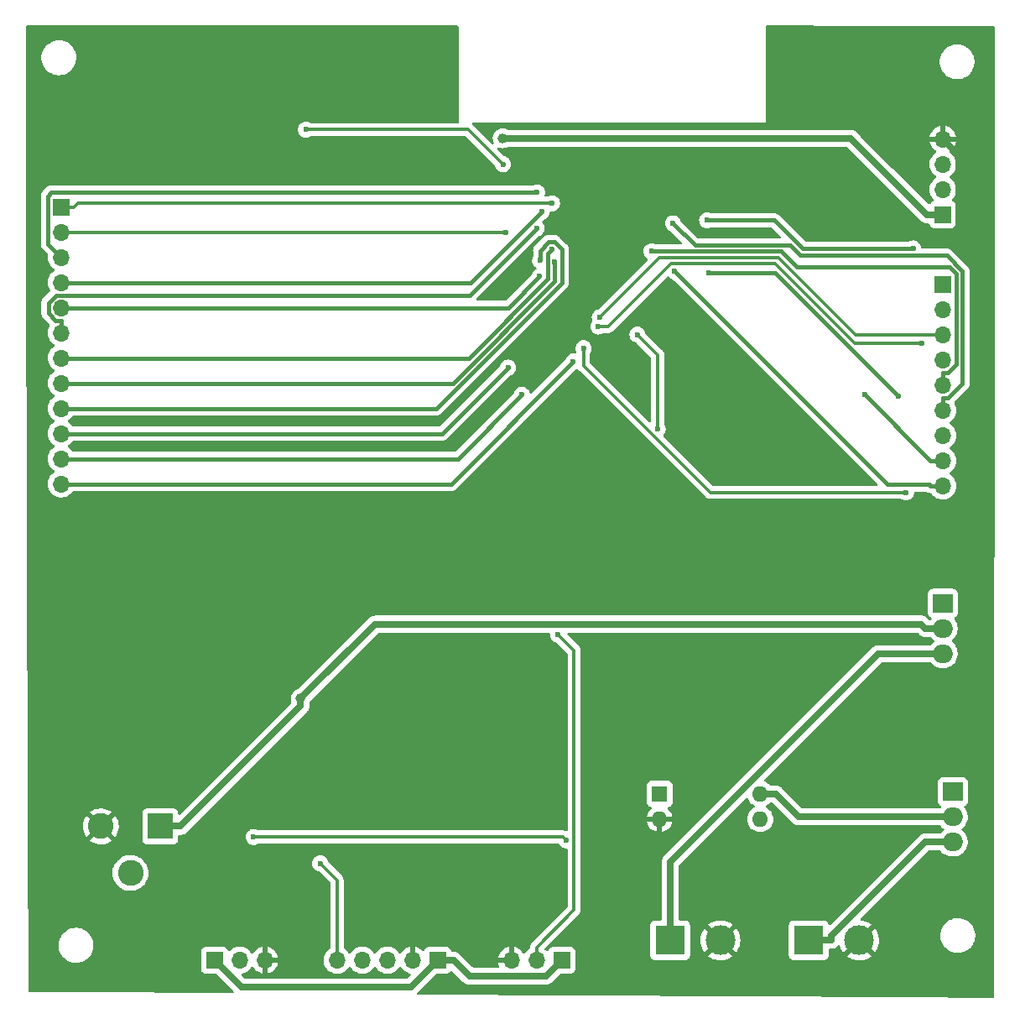
<source format=gbr>
%TF.GenerationSoftware,KiCad,Pcbnew,(6.0.7)*%
%TF.CreationDate,2022-10-25T10:47:54-05:00*%
%TF.ProjectId,Embebidos1,456d6265-6269-4646-9f73-312e6b696361,rev?*%
%TF.SameCoordinates,Original*%
%TF.FileFunction,Copper,L2,Bot*%
%TF.FilePolarity,Positive*%
%FSLAX46Y46*%
G04 Gerber Fmt 4.6, Leading zero omitted, Abs format (unit mm)*
G04 Created by KiCad (PCBNEW (6.0.7)) date 2022-10-25 10:47:54*
%MOMM*%
%LPD*%
G01*
G04 APERTURE LIST*
%TA.AperFunction,ComponentPad*%
%ADD10C,2.600000*%
%TD*%
%TA.AperFunction,ComponentPad*%
%ADD11R,2.600000X2.600000*%
%TD*%
%TA.AperFunction,ComponentPad*%
%ADD12R,1.700000X1.700000*%
%TD*%
%TA.AperFunction,ComponentPad*%
%ADD13O,1.700000X1.700000*%
%TD*%
%TA.AperFunction,ComponentPad*%
%ADD14R,2.000000X1.905000*%
%TD*%
%TA.AperFunction,ComponentPad*%
%ADD15O,2.000000X1.905000*%
%TD*%
%TA.AperFunction,ComponentPad*%
%ADD16R,3.000000X3.000000*%
%TD*%
%TA.AperFunction,ComponentPad*%
%ADD17C,3.000000*%
%TD*%
%TA.AperFunction,ComponentPad*%
%ADD18R,1.600000X1.600000*%
%TD*%
%TA.AperFunction,ComponentPad*%
%ADD19O,1.600000X1.600000*%
%TD*%
%TA.AperFunction,ViaPad*%
%ADD20C,0.600000*%
%TD*%
%TA.AperFunction,ViaPad*%
%ADD21C,1.000000*%
%TD*%
%TA.AperFunction,Conductor*%
%ADD22C,0.700000*%
%TD*%
%TA.AperFunction,Conductor*%
%ADD23C,0.400000*%
%TD*%
%TA.AperFunction,Conductor*%
%ADD24C,0.300000*%
%TD*%
G04 APERTURE END LIST*
D10*
%TO.P,J6,3*%
%TO.N,N/C*%
X47000000Y-108200000D03*
%TO.P,J6,2*%
%TO.N,GND*%
X44000000Y-103500000D03*
D11*
%TO.P,J6,1*%
%TO.N,+5V*%
X50000000Y-103500000D03*
%TD*%
D12*
%TO.P,J9,1,Pin_1*%
%TO.N,/SHD*%
X129000000Y-48850000D03*
D13*
%TO.P,J9,2,Pin_2*%
%TO.N,/SWP*%
X129000000Y-51390000D03*
%TO.P,J9,3,Pin_3*%
%TO.N,/SCS*%
X129000000Y-53930000D03*
%TO.P,J9,4,Pin_4*%
%TO.N,Net-(U4-Pad37)*%
X129000000Y-56470000D03*
%TO.P,J9,5,Pin_5*%
%TO.N,Net-(U4-Pad36)*%
X129000000Y-59010000D03*
%TO.P,J9,6,Pin_6*%
%TO.N,Net-(U4-Pad33)*%
X129000000Y-61550000D03*
%TO.P,J9,7,Pin_7*%
%TO.N,Net-(U4-Pad31)*%
X129000000Y-64090000D03*
%TO.P,J9,8,Pin_8*%
%TO.N,Net-(U4-Pad30)*%
X129000000Y-66630000D03*
%TO.P,J9,9,Pin_9*%
%TO.N,Net-(U4-Pad29)*%
X129000000Y-69170000D03*
%TD*%
D12*
%TO.P,J8,1,Pin_1*%
%TO.N,/Sen_VP*%
X40000000Y-41025000D03*
D13*
%TO.P,J8,2,Pin_2*%
%TO.N,/Sen_VN*%
X40000000Y-43565000D03*
%TO.P,J8,3,Pin_3*%
%TO.N,Net-(U4-Pad6)*%
X40000000Y-46105000D03*
%TO.P,J8,4,Pin_4*%
%TO.N,Net-(U4-Pad7)*%
X40000000Y-48645000D03*
%TO.P,J8,5,Pin_5*%
%TO.N,Net-(U4-Pad8)*%
X40000000Y-51185000D03*
%TO.P,J8,6,Pin_6*%
%TO.N,Net-(U4-Pad9)*%
X40000000Y-53725000D03*
%TO.P,J8,7,Pin_7*%
%TO.N,Net-(U4-Pad10)*%
X40000000Y-56265000D03*
%TO.P,J8,8,Pin_8*%
%TO.N,Net-(U4-Pad11)*%
X40000000Y-58805000D03*
%TO.P,J8,9,Pin_9*%
%TO.N,Net-(U4-Pad12)*%
X40000000Y-61345000D03*
%TO.P,J8,10,Pin_10*%
%TO.N,Net-(U4-Pad13)*%
X40000000Y-63885000D03*
%TO.P,J8,11,Pin_11*%
%TO.N,Net-(U4-Pad14)*%
X40000000Y-66425000D03*
%TO.P,J8,12,Pin_12*%
%TO.N,Net-(U4-Pad16)*%
X40000000Y-68965000D03*
%TD*%
D14*
%TO.P,Q2,1,G*%
%TO.N,Net-(Q2-Pad1)*%
X129000000Y-81000000D03*
D15*
%TO.P,Q2,2,D*%
%TO.N,+5V*%
X129000000Y-83540000D03*
%TO.P,Q2,3,S*%
%TO.N,/LUZOUT*%
X129000000Y-86080000D03*
%TD*%
D13*
%TO.P,J2,5,Pin_5*%
%TO.N,/ACK_LUZ*%
X67840000Y-117000000D03*
%TO.P,J2,4,Pin_4*%
%TO.N,/SDA_LUZ*%
X70380000Y-117000000D03*
%TO.P,J2,3,Pin_3*%
%TO.N,/SCL_LUZ*%
X72920000Y-117000000D03*
%TO.P,J2,2,Pin_2*%
%TO.N,GND*%
X75460000Y-117000000D03*
D12*
%TO.P,J2,1,Pin_1*%
%TO.N,+3V3*%
X78000000Y-117000000D03*
%TD*%
D16*
%TO.P,J4,1,Pin_1*%
%TO.N,/MOTOROUT*%
X115460000Y-115000000D03*
D17*
%TO.P,J4,2,Pin_2*%
%TO.N,GND*%
X120540000Y-115000000D03*
%TD*%
D13*
%TO.P,J1,3,Pin_3*%
%TO.N,GND*%
X85445000Y-117000000D03*
%TO.P,J1,2,Pin_2*%
%TO.N,/STemperatura*%
X87985000Y-117000000D03*
D12*
%TO.P,J1,1,Pin_1*%
%TO.N,+3V3*%
X90525000Y-117000000D03*
%TD*%
D13*
%TO.P,J5,4,Pin_4*%
%TO.N,GND*%
X129000000Y-34180000D03*
%TO.P,J5,3,Pin_3*%
%TO.N,/TX*%
X129000000Y-36720000D03*
%TO.P,J5,2,Pin_2*%
%TO.N,/RX*%
X129000000Y-39260000D03*
D12*
%TO.P,J5,1,Pin_1*%
%TO.N,+3V3*%
X129000000Y-41800000D03*
%TD*%
D14*
%TO.P,Q1,1,G*%
%TO.N,Net-(Q1-Pad1)*%
X130000000Y-100000000D03*
D15*
%TO.P,Q1,2,D*%
%TO.N,+5V*%
X130000000Y-102540000D03*
%TO.P,Q1,3,S*%
%TO.N,/MOTOROUT*%
X130000000Y-105080000D03*
%TD*%
D18*
%TO.P,U5,1*%
%TO.N,Net-(R3-Pad1)*%
X100400000Y-100225000D03*
D19*
%TO.P,U5,2*%
%TO.N,GND*%
X100400000Y-102765000D03*
%TO.P,U5,3*%
%TO.N,Net-(R4-Pad1)*%
X110560000Y-102765000D03*
%TO.P,U5,4*%
%TO.N,+5V*%
X110560000Y-100225000D03*
%TD*%
D16*
%TO.P,J7,1,Pin_1*%
%TO.N,/LUZOUT*%
X101460000Y-115000000D03*
D17*
%TO.P,J7,2,Pin_2*%
%TO.N,GND*%
X106540000Y-115000000D03*
%TD*%
D13*
%TO.P,J3,3,Pin_3*%
%TO.N,GND*%
X60555000Y-117000000D03*
%TO.P,J3,2,Pin_2*%
%TO.N,/SNivelAgua*%
X58015000Y-117000000D03*
D12*
%TO.P,J3,1,Pin_1*%
%TO.N,+3V3*%
X55475000Y-117000000D03*
%TD*%
D20*
%TO.N,Net-(U4-Pad29)*%
X101917900Y-47508800D03*
%TO.N,Net-(U4-Pad30)*%
X121113200Y-59955200D03*
%TO.N,Net-(U4-Pad31)*%
X105201100Y-42353300D03*
X125988700Y-45209300D03*
%TO.N,Net-(U4-Pad33)*%
X101761000Y-42673000D03*
%TO.N,Net-(U4-Pad36)*%
X99589800Y-45498600D03*
%TO.N,Net-(U4-Pad16)*%
X91695800Y-56624300D03*
%TO.N,Net-(U4-Pad14)*%
X86500000Y-59955200D03*
%TO.N,Net-(U4-Pad13)*%
X85099700Y-57224800D03*
%TO.N,Net-(U4-Pad12)*%
X88341700Y-46409400D03*
%TO.N,Net-(U4-Pad11)*%
X89826600Y-46575500D03*
%TO.N,Net-(U4-Pad10)*%
X89520900Y-45294700D03*
%TO.N,Net-(U4-Pad9)*%
X88002800Y-43160100D03*
%TO.N,Net-(U4-Pad8)*%
X88285800Y-48030200D03*
%TO.N,Net-(U4-Pad7)*%
X88511800Y-41494000D03*
%TO.N,/LUZPWR*%
X124466400Y-60093300D03*
X105352700Y-47683100D03*
%TO.N,/SHD*%
X92721600Y-55266900D03*
X125276200Y-69817300D03*
%TO.N,/SWP*%
X94228300Y-53074200D03*
X126897000Y-54786600D03*
%TO.N,/SCS*%
X94365000Y-52148000D03*
%TO.N,/Sen_VP*%
X89546300Y-40657100D03*
%TO.N,/Sen_VN*%
X84842400Y-43565000D03*
%TO.N,/SCL_LUZ*%
X98175000Y-53905400D03*
X100216400Y-63437200D03*
%TO.N,Net-(LEDON1-Pad2)*%
X59433500Y-104575700D03*
X91000000Y-104914100D03*
%TO.N,/ACK_LUZ*%
X66155800Y-107236400D03*
%TO.N,/STemperatura*%
X90147700Y-84155900D03*
D21*
%TO.N,+3V3*%
X84574800Y-34090100D03*
%TO.N,GND*%
X93637800Y-47435400D03*
X89285000Y-52508500D03*
%TO.N,+5V*%
X64179700Y-90613200D03*
D20*
%TO.N,Net-(U4-Pad6)*%
X88037100Y-39556600D03*
%TO.N,/E32_RST*%
X64705300Y-33223600D03*
X84598100Y-36720700D03*
%TD*%
D22*
%TO.N,+3V3*%
X55475000Y-117000000D02*
X58202500Y-119727500D01*
X58202500Y-119727500D02*
X75272500Y-119727500D01*
X75272500Y-119727500D02*
X78000000Y-117000000D01*
D23*
%TO.N,Net-(U4-Pad29)*%
X129000000Y-69170000D02*
X127749700Y-69170000D01*
X123426100Y-69017000D02*
X101917900Y-47508800D01*
X127596700Y-69017000D02*
X123426100Y-69017000D01*
X127749700Y-69170000D02*
X127596700Y-69017000D01*
%TO.N,Net-(U4-Pad30)*%
X127749700Y-66591700D02*
X127749700Y-66630000D01*
X121113200Y-59955200D02*
X127749700Y-66591700D01*
X129000000Y-66630000D02*
X127749700Y-66630000D01*
%TO.N,Net-(U4-Pad31)*%
X111968000Y-42353300D02*
X105201100Y-42353300D01*
X114824000Y-45209300D02*
X111968000Y-42353300D01*
X125988700Y-45209300D02*
X114824000Y-45209300D01*
%TO.N,Net-(U4-Pad33)*%
X129000000Y-61550000D02*
X129000000Y-60299700D01*
X129518100Y-60299700D02*
X129000000Y-60299700D01*
X130981800Y-58836000D02*
X129518100Y-60299700D01*
X130981800Y-47509400D02*
X130981800Y-58836000D01*
X129382000Y-45909600D02*
X130981800Y-47509400D01*
X114572400Y-45909600D02*
X129382000Y-45909600D01*
X113561100Y-44898300D02*
X114572400Y-45909600D01*
X103986300Y-44898300D02*
X113561100Y-44898300D01*
X101761000Y-42673000D02*
X103986300Y-44898300D01*
%TO.N,Net-(U4-Pad36)*%
X129000000Y-59010000D02*
X129000000Y-57759700D01*
X129518100Y-57759700D02*
X129000000Y-57759700D01*
X130377700Y-56900100D02*
X129518100Y-57759700D01*
X130377700Y-47790300D02*
X130377700Y-56900100D01*
X129646100Y-47058700D02*
X130377700Y-47790300D01*
X114250900Y-47058700D02*
X129646100Y-47058700D01*
X112690800Y-45498600D02*
X114250900Y-47058700D01*
X99589800Y-45498600D02*
X112690800Y-45498600D01*
%TO.N,Net-(U4-Pad16)*%
X79355100Y-68965000D02*
X91695800Y-56624300D01*
X40000000Y-68965000D02*
X79355100Y-68965000D01*
%TO.N,Net-(U4-Pad14)*%
X80030200Y-66425000D02*
X40000000Y-66425000D01*
X86500000Y-59955200D02*
X80030200Y-66425000D01*
%TO.N,Net-(U4-Pad13)*%
X78439500Y-63885000D02*
X85099700Y-57224800D01*
X40000000Y-63885000D02*
X78439500Y-63885000D01*
%TO.N,Net-(U4-Pad12)*%
X88341700Y-45423600D02*
X88341700Y-46409400D01*
X89200800Y-44564500D02*
X88341700Y-45423600D01*
X89794600Y-44564500D02*
X89200800Y-44564500D01*
X90535400Y-45305300D02*
X89794600Y-44564500D01*
X90535400Y-48646700D02*
X90535400Y-45305300D01*
X77837100Y-61345000D02*
X90535400Y-48646700D01*
X40000000Y-61345000D02*
X77837100Y-61345000D01*
%TO.N,Net-(U4-Pad11)*%
X89826600Y-48492700D02*
X89826600Y-46575500D01*
X79514300Y-58805000D02*
X89826600Y-48492700D01*
X40000000Y-58805000D02*
X79514300Y-58805000D01*
%TO.N,Net-(U4-Pad10)*%
X40000000Y-56265000D02*
X41250300Y-56265000D01*
X81114200Y-56265000D02*
X41250300Y-56265000D01*
X89112600Y-48266600D02*
X81114200Y-56265000D01*
X89112600Y-45703000D02*
X89112600Y-48266600D01*
X89520900Y-45294700D02*
X89112600Y-45703000D01*
%TO.N,Net-(U4-Pad9)*%
X40000000Y-53725000D02*
X40000000Y-52474700D01*
X81247800Y-49915100D02*
X88002800Y-43160100D01*
X39495400Y-49915100D02*
X81247800Y-49915100D01*
X38710400Y-50700100D02*
X39495400Y-49915100D01*
X38710400Y-51732100D02*
X38710400Y-50700100D01*
X39453000Y-52474700D02*
X38710400Y-51732100D01*
X40000000Y-52474700D02*
X39453000Y-52474700D01*
%TO.N,Net-(U4-Pad8)*%
X40000000Y-51185000D02*
X41250300Y-51185000D01*
X85131000Y-51185000D02*
X41250300Y-51185000D01*
X88285800Y-48030200D02*
X85131000Y-51185000D01*
%TO.N,Net-(U4-Pad7)*%
X81360800Y-48645000D02*
X88511800Y-41494000D01*
X40000000Y-48645000D02*
X81360800Y-48645000D01*
%TO.N,/LUZPWR*%
X112056200Y-47683100D02*
X124466400Y-60093300D01*
X105352700Y-47683100D02*
X112056200Y-47683100D01*
D24*
%TO.N,/SHD*%
X105514700Y-69817300D02*
X125276200Y-69817300D01*
X92721600Y-57024200D02*
X105514700Y-69817300D01*
X92721600Y-55266900D02*
X92721600Y-57024200D01*
%TO.N,/SWP*%
X95226200Y-53074200D02*
X94228300Y-53074200D01*
X101551100Y-46749300D02*
X95226200Y-53074200D01*
X112042200Y-46749300D02*
X101551100Y-46749300D01*
X120079500Y-54786600D02*
X112042200Y-46749300D01*
X126897000Y-54786600D02*
X120079500Y-54786600D01*
%TO.N,/SCS*%
X129000000Y-53930000D02*
X127699700Y-53930000D01*
X120202600Y-53930000D02*
X127699700Y-53930000D01*
X112421500Y-46148900D02*
X120202600Y-53930000D01*
X100364100Y-46148900D02*
X112421500Y-46148900D01*
X94365000Y-52148000D02*
X100364100Y-46148900D01*
%TO.N,/Sen_VP*%
X41668200Y-40657100D02*
X89546300Y-40657100D01*
X41300300Y-41025000D02*
X41668200Y-40657100D01*
X40000000Y-41025000D02*
X41300300Y-41025000D01*
%TO.N,/Sen_VN*%
X40000000Y-43565000D02*
X84842400Y-43565000D01*
D22*
%TO.N,/LUZOUT*%
X122489400Y-86080000D02*
X129000000Y-86080000D01*
X101460000Y-107109400D02*
X122489400Y-86080000D01*
X101460000Y-115000000D02*
X101460000Y-107109400D01*
D24*
%TO.N,/SCL_LUZ*%
X100216400Y-55946800D02*
X98175000Y-53905400D01*
X100216400Y-63437200D02*
X100216400Y-55946800D01*
%TO.N,Net-(LEDON1-Pad2)*%
X90661600Y-104575700D02*
X59433500Y-104575700D01*
X91000000Y-104914100D02*
X90661600Y-104575700D01*
D22*
%TO.N,/MOTOROUT*%
X117710300Y-114578100D02*
X117710300Y-115000000D01*
X127208400Y-105080000D02*
X117710300Y-114578100D01*
X130000000Y-105080000D02*
X127208400Y-105080000D01*
X115460000Y-115000000D02*
X117710300Y-115000000D01*
D24*
%TO.N,/ACK_LUZ*%
X67840000Y-108920600D02*
X67840000Y-117000000D01*
X66155800Y-107236400D02*
X67840000Y-108920600D01*
%TO.N,/STemperatura*%
X91767800Y-85776000D02*
X90147700Y-84155900D01*
X91767800Y-111916900D02*
X91767800Y-85776000D01*
X87985000Y-115699700D02*
X91767800Y-111916900D01*
X87985000Y-117000000D02*
X87985000Y-115699700D01*
D22*
%TO.N,+3V3*%
X81200600Y-118600300D02*
X79600300Y-117000000D01*
X88924700Y-118600300D02*
X81200600Y-118600300D01*
X90525000Y-117000000D02*
X88924700Y-118600300D01*
X78000000Y-117000000D02*
X79600300Y-117000000D01*
X129000000Y-41800000D02*
X127399700Y-41800000D01*
X119689800Y-34090100D02*
X84574800Y-34090100D01*
X127399700Y-41800000D02*
X119689800Y-34090100D01*
%TO.N,GND*%
X130613800Y-42996600D02*
X130210000Y-43400400D01*
X130613800Y-35793800D02*
X130613800Y-42996600D01*
X129000000Y-34180000D02*
X130613800Y-35793800D01*
%TO.N,+5V*%
X50000000Y-103500000D02*
X52050300Y-103500000D01*
X64179700Y-91370600D02*
X64179700Y-90613200D01*
X52050300Y-103500000D02*
X64179700Y-91370600D01*
X129000000Y-83540000D02*
X127249700Y-83540000D01*
X71687300Y-83105600D02*
X64179700Y-90613200D01*
X126815300Y-83105600D02*
X71687300Y-83105600D01*
X127249700Y-83540000D02*
X126815300Y-83105600D01*
X114425300Y-102540000D02*
X130000000Y-102540000D01*
X112110300Y-100225000D02*
X114425300Y-102540000D01*
X110560000Y-100225000D02*
X112110300Y-100225000D01*
D23*
%TO.N,Net-(U4-Pad6)*%
X39020800Y-39556600D02*
X88037100Y-39556600D01*
X38649600Y-39927800D02*
X39020800Y-39556600D01*
X38649600Y-44754600D02*
X38649600Y-39927800D01*
X40000000Y-46105000D02*
X38649600Y-44754600D01*
D24*
%TO.N,/E32_RST*%
X81101000Y-33223600D02*
X64705300Y-33223600D01*
X84598100Y-36720700D02*
X81101000Y-33223600D01*
%TD*%
%TA.AperFunction,Conductor*%
%TO.N,GND*%
G36*
X80042891Y-22740002D02*
G01*
X80089384Y-22793658D01*
X80100768Y-22845227D01*
X80123964Y-26626148D01*
X80159453Y-32410740D01*
X80159622Y-32438327D01*
X80140038Y-32506569D01*
X80086668Y-32553390D01*
X80033624Y-32565100D01*
X65213244Y-32565100D01*
X65145730Y-32545485D01*
X65117508Y-32527575D01*
X65061966Y-32492327D01*
X65032763Y-32481928D01*
X64897725Y-32433843D01*
X64897720Y-32433842D01*
X64891090Y-32431481D01*
X64884102Y-32430648D01*
X64884099Y-32430647D01*
X64760998Y-32415968D01*
X64710980Y-32410004D01*
X64703977Y-32410740D01*
X64703976Y-32410740D01*
X64537588Y-32428228D01*
X64537586Y-32428229D01*
X64530588Y-32428964D01*
X64358879Y-32487418D01*
X64337340Y-32500669D01*
X64210395Y-32578766D01*
X64210392Y-32578768D01*
X64204388Y-32582462D01*
X64199353Y-32587393D01*
X64199350Y-32587395D01*
X64154220Y-32631590D01*
X64074793Y-32709371D01*
X63976535Y-32861838D01*
X63974126Y-32868458D01*
X63974124Y-32868461D01*
X63948232Y-32939599D01*
X63914497Y-33032285D01*
X63891763Y-33212240D01*
X63909463Y-33392760D01*
X63966718Y-33564873D01*
X63970365Y-33570895D01*
X63970366Y-33570897D01*
X64051450Y-33704783D01*
X64060680Y-33720024D01*
X64065569Y-33725087D01*
X64065570Y-33725088D01*
X64085644Y-33745875D01*
X64186682Y-33850502D01*
X64192578Y-33854360D01*
X64299502Y-33924329D01*
X64338459Y-33949822D01*
X64345063Y-33952278D01*
X64345065Y-33952279D01*
X64501858Y-34010590D01*
X64501860Y-34010590D01*
X64508468Y-34013048D01*
X64592295Y-34024233D01*
X64681280Y-34036107D01*
X64681284Y-34036107D01*
X64688261Y-34037038D01*
X64695272Y-34036400D01*
X64695276Y-34036400D01*
X64837759Y-34023432D01*
X64868900Y-34020598D01*
X64875602Y-34018420D01*
X64875604Y-34018420D01*
X65034709Y-33966724D01*
X65034712Y-33966723D01*
X65041408Y-33964547D01*
X65149903Y-33899871D01*
X65214420Y-33882100D01*
X80776050Y-33882100D01*
X80844171Y-33902102D01*
X80865145Y-33919005D01*
X83767783Y-36821642D01*
X83801698Y-36884101D01*
X83802263Y-36889860D01*
X83804488Y-36896548D01*
X83804488Y-36896549D01*
X83830559Y-36974919D01*
X83859518Y-37061973D01*
X83863165Y-37067995D01*
X83863166Y-37067997D01*
X83874078Y-37086014D01*
X83953480Y-37217124D01*
X84079482Y-37347602D01*
X84231259Y-37446922D01*
X84237863Y-37449378D01*
X84237865Y-37449379D01*
X84394658Y-37507690D01*
X84394660Y-37507690D01*
X84401268Y-37510148D01*
X84480268Y-37520689D01*
X84574080Y-37533207D01*
X84574084Y-37533207D01*
X84581061Y-37534138D01*
X84588072Y-37533500D01*
X84588076Y-37533500D01*
X84730559Y-37520532D01*
X84761700Y-37517698D01*
X84768402Y-37515520D01*
X84768404Y-37515520D01*
X84927509Y-37463824D01*
X84927512Y-37463823D01*
X84934208Y-37461647D01*
X85090012Y-37368769D01*
X85221366Y-37243682D01*
X85321743Y-37092602D01*
X85386155Y-36923038D01*
X85387135Y-36916066D01*
X85410848Y-36747339D01*
X85410848Y-36747336D01*
X85411399Y-36743417D01*
X85411716Y-36720700D01*
X85391497Y-36540445D01*
X85374746Y-36492342D01*
X85334164Y-36375806D01*
X85334162Y-36375803D01*
X85331845Y-36369148D01*
X85276578Y-36280702D01*
X85239459Y-36221298D01*
X85235726Y-36215324D01*
X85230764Y-36210327D01*
X85112878Y-36091615D01*
X85112874Y-36091612D01*
X85107915Y-36086618D01*
X85098417Y-36080590D01*
X85038240Y-36042401D01*
X84954766Y-35989427D01*
X84925563Y-35979028D01*
X84790525Y-35930943D01*
X84790520Y-35930942D01*
X84783890Y-35928581D01*
X84776896Y-35927747D01*
X84776892Y-35927746D01*
X84774245Y-35927430D01*
X84772666Y-35926754D01*
X84770034Y-35926137D01*
X84770142Y-35925675D01*
X84708972Y-35899502D01*
X84700071Y-35891412D01*
X84032625Y-35223966D01*
X83998599Y-35161654D01*
X84003664Y-35090839D01*
X84046211Y-35034003D01*
X84112731Y-35009192D01*
X84169046Y-35018872D01*
X84169094Y-35018724D01*
X84170114Y-35019056D01*
X84170118Y-35019057D01*
X84357192Y-35079840D01*
X84553577Y-35103258D01*
X84559712Y-35102786D01*
X84559714Y-35102786D01*
X84744630Y-35088557D01*
X84744634Y-35088556D01*
X84750772Y-35088084D01*
X84941263Y-35034898D01*
X85085311Y-34962134D01*
X85142122Y-34948600D01*
X119282008Y-34948600D01*
X119350129Y-34968602D01*
X119371103Y-34985505D01*
X126763374Y-42377776D01*
X126770516Y-42385542D01*
X126804171Y-42425367D01*
X126809590Y-42429511D01*
X126809592Y-42429512D01*
X126819573Y-42437143D01*
X126868717Y-42474717D01*
X126871119Y-42476601D01*
X126929111Y-42523228D01*
X126929117Y-42523232D01*
X126934438Y-42527510D01*
X126940557Y-42530547D01*
X126943352Y-42532335D01*
X126943713Y-42532588D01*
X126944080Y-42532790D01*
X126946938Y-42534521D01*
X126952352Y-42538660D01*
X127015381Y-42568051D01*
X127025962Y-42572985D01*
X127028733Y-42574319D01*
X127101514Y-42610447D01*
X127108135Y-42612098D01*
X127111263Y-42613249D01*
X127111656Y-42613413D01*
X127112061Y-42613532D01*
X127115225Y-42614609D01*
X127121404Y-42617490D01*
X127195198Y-42633985D01*
X127200702Y-42635215D01*
X127203700Y-42635924D01*
X127282501Y-42655572D01*
X127289322Y-42655763D01*
X127292625Y-42656215D01*
X127293509Y-42656374D01*
X127298392Y-42657052D01*
X127303440Y-42658180D01*
X127309163Y-42658500D01*
X127385544Y-42658500D01*
X127389063Y-42658549D01*
X127468957Y-42660781D01*
X127475661Y-42659502D01*
X127482462Y-42658955D01*
X127482504Y-42659475D01*
X127492825Y-42658500D01*
X127525507Y-42658500D01*
X127593628Y-42678502D01*
X127640121Y-42732158D01*
X127647543Y-42753763D01*
X127648255Y-42760316D01*
X127651027Y-42767711D01*
X127651028Y-42767714D01*
X127683671Y-42854788D01*
X127699385Y-42896705D01*
X127786739Y-43013261D01*
X127903295Y-43100615D01*
X128039684Y-43151745D01*
X128101866Y-43158500D01*
X129898134Y-43158500D01*
X129960316Y-43151745D01*
X130096705Y-43100615D01*
X130213261Y-43013261D01*
X130300615Y-42896705D01*
X130351745Y-42760316D01*
X130358500Y-42698134D01*
X130358500Y-40901866D01*
X130351745Y-40839684D01*
X130300615Y-40703295D01*
X130213261Y-40586739D01*
X130096705Y-40499385D01*
X130084132Y-40494672D01*
X129978203Y-40454960D01*
X129921439Y-40412318D01*
X129896739Y-40345756D01*
X129911947Y-40276408D01*
X129933493Y-40247727D01*
X130034435Y-40147137D01*
X130038096Y-40143489D01*
X130097594Y-40060689D01*
X130165435Y-39966277D01*
X130168453Y-39962077D01*
X130189918Y-39918647D01*
X130265136Y-39766453D01*
X130265137Y-39766451D01*
X130267430Y-39761811D01*
X130332370Y-39548069D01*
X130361529Y-39326590D01*
X130363156Y-39260000D01*
X130344852Y-39037361D01*
X130290431Y-38820702D01*
X130201354Y-38615840D01*
X130080014Y-38428277D01*
X129929670Y-38263051D01*
X129925619Y-38259852D01*
X129925615Y-38259848D01*
X129758414Y-38127800D01*
X129758410Y-38127798D01*
X129754359Y-38124598D01*
X129713053Y-38101796D01*
X129663084Y-38051364D01*
X129648312Y-37981921D01*
X129673428Y-37915516D01*
X129700780Y-37888909D01*
X129744603Y-37857650D01*
X129879860Y-37761173D01*
X130038096Y-37603489D01*
X130087930Y-37534138D01*
X130165435Y-37426277D01*
X130168453Y-37422077D01*
X130194800Y-37368769D01*
X130265136Y-37226453D01*
X130265137Y-37226451D01*
X130267430Y-37221811D01*
X130332370Y-37008069D01*
X130361529Y-36786590D01*
X130363156Y-36720000D01*
X130344852Y-36497361D01*
X130290431Y-36280702D01*
X130201354Y-36075840D01*
X130080014Y-35888277D01*
X129929670Y-35723051D01*
X129925619Y-35719852D01*
X129925615Y-35719848D01*
X129758414Y-35587800D01*
X129758410Y-35587798D01*
X129754359Y-35584598D01*
X129712569Y-35561529D01*
X129662598Y-35511097D01*
X129647826Y-35441654D01*
X129672942Y-35375248D01*
X129700294Y-35348641D01*
X129875328Y-35223792D01*
X129883200Y-35217139D01*
X130034052Y-35066812D01*
X130040730Y-35058965D01*
X130165003Y-34886020D01*
X130170313Y-34877183D01*
X130264670Y-34686267D01*
X130268469Y-34676672D01*
X130330377Y-34472910D01*
X130332555Y-34462837D01*
X130333986Y-34451962D01*
X130331775Y-34437778D01*
X130318617Y-34434000D01*
X127683225Y-34434000D01*
X127669694Y-34437973D01*
X127668257Y-34447966D01*
X127698565Y-34582446D01*
X127701645Y-34592275D01*
X127781770Y-34789603D01*
X127786413Y-34798794D01*
X127897694Y-34980388D01*
X127903777Y-34988699D01*
X128043213Y-35149667D01*
X128050580Y-35156883D01*
X128214434Y-35292916D01*
X128222881Y-35298831D01*
X128291969Y-35339203D01*
X128340693Y-35390842D01*
X128353764Y-35460625D01*
X128327033Y-35526396D01*
X128286584Y-35559752D01*
X128273607Y-35566507D01*
X128269474Y-35569610D01*
X128269471Y-35569612D01*
X128245247Y-35587800D01*
X128094965Y-35700635D01*
X127940629Y-35862138D01*
X127814743Y-36046680D01*
X127720688Y-36249305D01*
X127660989Y-36464570D01*
X127637251Y-36686695D01*
X127637548Y-36691848D01*
X127637548Y-36691851D01*
X127643011Y-36786590D01*
X127650110Y-36909715D01*
X127651247Y-36914761D01*
X127651248Y-36914767D01*
X127671119Y-37002939D01*
X127699222Y-37127639D01*
X127783266Y-37334616D01*
X127785965Y-37339020D01*
X127894124Y-37515520D01*
X127899987Y-37525088D01*
X128046250Y-37693938D01*
X128218126Y-37836632D01*
X128288595Y-37877811D01*
X128291445Y-37879476D01*
X128340169Y-37931114D01*
X128353240Y-38000897D01*
X128326509Y-38066669D01*
X128286055Y-38100027D01*
X128273607Y-38106507D01*
X128269474Y-38109610D01*
X128269471Y-38109612D01*
X128245247Y-38127800D01*
X128094965Y-38240635D01*
X127940629Y-38402138D01*
X127814743Y-38586680D01*
X127720688Y-38789305D01*
X127660989Y-39004570D01*
X127637251Y-39226695D01*
X127637548Y-39231848D01*
X127637548Y-39231851D01*
X127646283Y-39383344D01*
X127650110Y-39449715D01*
X127651247Y-39454761D01*
X127651248Y-39454767D01*
X127663203Y-39507814D01*
X127699222Y-39667639D01*
X127737461Y-39761811D01*
X127779354Y-39864981D01*
X127783266Y-39874616D01*
X127785965Y-39879020D01*
X127874207Y-40023018D01*
X127899987Y-40065088D01*
X128046250Y-40233938D01*
X128050230Y-40237242D01*
X128054981Y-40241187D01*
X128094616Y-40300090D01*
X128096113Y-40371071D01*
X128058997Y-40431593D01*
X128018725Y-40456112D01*
X127922751Y-40492091D01*
X127903295Y-40499385D01*
X127786739Y-40586739D01*
X127781358Y-40593919D01*
X127781357Y-40593920D01*
X127708451Y-40691198D01*
X127651592Y-40733713D01*
X127580773Y-40738739D01*
X127518530Y-40704728D01*
X123946228Y-37132425D01*
X120727986Y-33914183D01*
X127664389Y-33914183D01*
X127665912Y-33922607D01*
X127678292Y-33926000D01*
X128727885Y-33926000D01*
X128743124Y-33921525D01*
X128744329Y-33920135D01*
X128746000Y-33912452D01*
X128746000Y-33907885D01*
X129254000Y-33907885D01*
X129258475Y-33923124D01*
X129259865Y-33924329D01*
X129267548Y-33926000D01*
X130318344Y-33926000D01*
X130331875Y-33922027D01*
X130333180Y-33912947D01*
X130291214Y-33745875D01*
X130287894Y-33736124D01*
X130202972Y-33540814D01*
X130198105Y-33531739D01*
X130082426Y-33352926D01*
X130076136Y-33344757D01*
X129932806Y-33187240D01*
X129925273Y-33180215D01*
X129758139Y-33048222D01*
X129749552Y-33042517D01*
X129563117Y-32939599D01*
X129553705Y-32935369D01*
X129352959Y-32864280D01*
X129342988Y-32861646D01*
X129271837Y-32848972D01*
X129258540Y-32850432D01*
X129254000Y-32864989D01*
X129254000Y-33907885D01*
X128746000Y-33907885D01*
X128746000Y-32863102D01*
X128742082Y-32849758D01*
X128727806Y-32847771D01*
X128689324Y-32853660D01*
X128679288Y-32856051D01*
X128476868Y-32922212D01*
X128467359Y-32926209D01*
X128278463Y-33024542D01*
X128269738Y-33030036D01*
X128099433Y-33157905D01*
X128091726Y-33164748D01*
X127944590Y-33318717D01*
X127938104Y-33326727D01*
X127818098Y-33502649D01*
X127813000Y-33511623D01*
X127723338Y-33704783D01*
X127719775Y-33714470D01*
X127664389Y-33914183D01*
X120727986Y-33914183D01*
X120326120Y-33512317D01*
X120318977Y-33504550D01*
X120289735Y-33469947D01*
X120285329Y-33464733D01*
X120220831Y-33415421D01*
X120218415Y-33413527D01*
X120160383Y-33366868D01*
X120160382Y-33366867D01*
X120155062Y-33362590D01*
X120148943Y-33359553D01*
X120146148Y-33357765D01*
X120145787Y-33357512D01*
X120145420Y-33357310D01*
X120142562Y-33355579D01*
X120137148Y-33351440D01*
X120063536Y-33317114D01*
X120060764Y-33315780D01*
X119994096Y-33282686D01*
X119987986Y-33279653D01*
X119981365Y-33278002D01*
X119978237Y-33276851D01*
X119977844Y-33276687D01*
X119977439Y-33276568D01*
X119974275Y-33275491D01*
X119968096Y-33272610D01*
X119888800Y-33254885D01*
X119885802Y-33254176D01*
X119813621Y-33236179D01*
X119813620Y-33236179D01*
X119806999Y-33234528D01*
X119800178Y-33234337D01*
X119796875Y-33233885D01*
X119795991Y-33233726D01*
X119791108Y-33233048D01*
X119786060Y-33231920D01*
X119780337Y-33231600D01*
X119703956Y-33231600D01*
X119700437Y-33231551D01*
X119620543Y-33229319D01*
X119613839Y-33230598D01*
X119607038Y-33231145D01*
X119606996Y-33230625D01*
X119596675Y-33231600D01*
X85139385Y-33231600D01*
X85079456Y-33216436D01*
X85025459Y-33187240D01*
X84967501Y-33155902D01*
X84778568Y-33097418D01*
X84772443Y-33096774D01*
X84772442Y-33096774D01*
X84588004Y-33077389D01*
X84588002Y-33077389D01*
X84581875Y-33076745D01*
X84499376Y-33084253D01*
X84391051Y-33094111D01*
X84391048Y-33094112D01*
X84384912Y-33094670D01*
X84379006Y-33096408D01*
X84379002Y-33096409D01*
X84273876Y-33127349D01*
X84195181Y-33150510D01*
X84189723Y-33153363D01*
X84189719Y-33153365D01*
X84167946Y-33164748D01*
X84019910Y-33242140D01*
X83865775Y-33366068D01*
X83738646Y-33517574D01*
X83735679Y-33522972D01*
X83735675Y-33522977D01*
X83656895Y-33666280D01*
X83643367Y-33690887D01*
X83641506Y-33696754D01*
X83641505Y-33696756D01*
X83592734Y-33850502D01*
X83583565Y-33879406D01*
X83561519Y-34075951D01*
X83578068Y-34273034D01*
X83579767Y-34278958D01*
X83629375Y-34451962D01*
X83632583Y-34463150D01*
X83635401Y-34468632D01*
X83635402Y-34468636D01*
X83646247Y-34489738D01*
X83659594Y-34559469D01*
X83633123Y-34625346D01*
X83575238Y-34666454D01*
X83504318Y-34669741D01*
X83445085Y-34636426D01*
X83087618Y-34278958D01*
X81624655Y-32815995D01*
X81616665Y-32807215D01*
X81616663Y-32807213D01*
X81612416Y-32800520D01*
X81560742Y-32751995D01*
X81557901Y-32749241D01*
X81537333Y-32728673D01*
X81533826Y-32725953D01*
X81524830Y-32718271D01*
X81524407Y-32717874D01*
X81488424Y-32656672D01*
X81491242Y-32585731D01*
X81531966Y-32527575D01*
X81597667Y-32500669D01*
X81610634Y-32500000D01*
X111110000Y-32500000D01*
X111110000Y-26487655D01*
X128679858Y-26487655D01*
X128715104Y-26746638D01*
X128716412Y-26751124D01*
X128716412Y-26751126D01*
X128736098Y-26818664D01*
X128788243Y-26997567D01*
X128897668Y-27234928D01*
X128900231Y-27238837D01*
X129038410Y-27449596D01*
X129038414Y-27449601D01*
X129040976Y-27453509D01*
X129215018Y-27648506D01*
X129415970Y-27815637D01*
X129419973Y-27818066D01*
X129635422Y-27948804D01*
X129635426Y-27948806D01*
X129639419Y-27951229D01*
X129880455Y-28052303D01*
X130133783Y-28116641D01*
X130138434Y-28117109D01*
X130138438Y-28117110D01*
X130331308Y-28136531D01*
X130350867Y-28138500D01*
X130506354Y-28138500D01*
X130508679Y-28138327D01*
X130508685Y-28138327D01*
X130696000Y-28124407D01*
X130696004Y-28124406D01*
X130700652Y-28124061D01*
X130705200Y-28123032D01*
X130705206Y-28123031D01*
X130891601Y-28080853D01*
X130955577Y-28066377D01*
X130991769Y-28052303D01*
X131194824Y-27973340D01*
X131194827Y-27973339D01*
X131199177Y-27971647D01*
X131426098Y-27841951D01*
X131631357Y-27680138D01*
X131810443Y-27489763D01*
X131959424Y-27275009D01*
X131977262Y-27238837D01*
X132072960Y-27044781D01*
X132072961Y-27044778D01*
X132075025Y-27040593D01*
X132144060Y-26824928D01*
X132153280Y-26796123D01*
X132154707Y-26791665D01*
X132196721Y-26533693D01*
X132199242Y-26341126D01*
X132200081Y-26277022D01*
X132200081Y-26277019D01*
X132200142Y-26272345D01*
X132164896Y-26013362D01*
X132150473Y-25963877D01*
X132122242Y-25867022D01*
X132091757Y-25762433D01*
X131982332Y-25525072D01*
X131866356Y-25348179D01*
X131841590Y-25310404D01*
X131841586Y-25310399D01*
X131839024Y-25306491D01*
X131671965Y-25119318D01*
X131668097Y-25114984D01*
X131664982Y-25111494D01*
X131464030Y-24944363D01*
X131379385Y-24892999D01*
X131244578Y-24811196D01*
X131244574Y-24811194D01*
X131240581Y-24808771D01*
X130999545Y-24707697D01*
X130746217Y-24643359D01*
X130741566Y-24642891D01*
X130741562Y-24642890D01*
X130532271Y-24621816D01*
X130529133Y-24621500D01*
X130373646Y-24621500D01*
X130371321Y-24621673D01*
X130371315Y-24621673D01*
X130184000Y-24635593D01*
X130183996Y-24635594D01*
X130179348Y-24635939D01*
X130174800Y-24636968D01*
X130174794Y-24636969D01*
X130014396Y-24673264D01*
X129924423Y-24693623D01*
X129920071Y-24695315D01*
X129920069Y-24695316D01*
X129685176Y-24786660D01*
X129685173Y-24786661D01*
X129680823Y-24788353D01*
X129453902Y-24918049D01*
X129248643Y-25079862D01*
X129069557Y-25270237D01*
X128920576Y-25484991D01*
X128804975Y-25719407D01*
X128803553Y-25723850D01*
X128803552Y-25723852D01*
X128773957Y-25816307D01*
X128725293Y-25968335D01*
X128683279Y-26226307D01*
X128679858Y-26487655D01*
X111110000Y-26487655D01*
X111110000Y-22846382D01*
X111130002Y-22778261D01*
X111183658Y-22731768D01*
X111236382Y-22720383D01*
X120658568Y-22748923D01*
X134094306Y-22789619D01*
X134162364Y-22809827D01*
X134208695Y-22863623D01*
X134219923Y-22915695D01*
X134213722Y-33048222D01*
X134160227Y-120460449D01*
X134160078Y-120703274D01*
X134140034Y-120771383D01*
X134086350Y-120817843D01*
X134033277Y-120829194D01*
X124943895Y-120771383D01*
X76057039Y-120460449D01*
X75989046Y-120440015D01*
X75942896Y-120386064D01*
X75933239Y-120315727D01*
X75963142Y-120251336D01*
X75968745Y-120245357D01*
X77818697Y-118395405D01*
X77881009Y-118361379D01*
X77907792Y-118358500D01*
X78898134Y-118358500D01*
X78960316Y-118351745D01*
X79096705Y-118300615D01*
X79213261Y-118213261D01*
X79247584Y-118167464D01*
X79291549Y-118108802D01*
X79348408Y-118066287D01*
X79419227Y-118061261D01*
X79481470Y-118095272D01*
X80564280Y-119178083D01*
X80571422Y-119185849D01*
X80605071Y-119225667D01*
X80610495Y-119229814D01*
X80610496Y-119229815D01*
X80669562Y-119274974D01*
X80671979Y-119276868D01*
X80735338Y-119327810D01*
X80741457Y-119330847D01*
X80744252Y-119332635D01*
X80744613Y-119332888D01*
X80744980Y-119333090D01*
X80747838Y-119334821D01*
X80753252Y-119338960D01*
X80822991Y-119371480D01*
X80826862Y-119373285D01*
X80829633Y-119374619D01*
X80902414Y-119410747D01*
X80909035Y-119412398D01*
X80912163Y-119413549D01*
X80912556Y-119413713D01*
X80912961Y-119413832D01*
X80916125Y-119414909D01*
X80922304Y-119417790D01*
X80996098Y-119434285D01*
X81001602Y-119435515D01*
X81004598Y-119436224D01*
X81071333Y-119452863D01*
X81083401Y-119455872D01*
X81090222Y-119456063D01*
X81093525Y-119456515D01*
X81094409Y-119456674D01*
X81099292Y-119457352D01*
X81104340Y-119458480D01*
X81110063Y-119458800D01*
X81186444Y-119458800D01*
X81189963Y-119458849D01*
X81269857Y-119461081D01*
X81276561Y-119459802D01*
X81283362Y-119459255D01*
X81283404Y-119459775D01*
X81293725Y-119458800D01*
X88883310Y-119458800D01*
X88893852Y-119459242D01*
X88945799Y-119463604D01*
X88952559Y-119462702D01*
X88952561Y-119462702D01*
X89026302Y-119452863D01*
X89029357Y-119452493D01*
X89061589Y-119448991D01*
X89110137Y-119443717D01*
X89116601Y-119441542D01*
X89119876Y-119440822D01*
X89120272Y-119440752D01*
X89120696Y-119440629D01*
X89123916Y-119439838D01*
X89130689Y-119438934D01*
X89207023Y-119411151D01*
X89209898Y-119410144D01*
X89228473Y-119403893D01*
X89286923Y-119384222D01*
X89292777Y-119380704D01*
X89295784Y-119379315D01*
X89296189Y-119379148D01*
X89296565Y-119378943D01*
X89299552Y-119377473D01*
X89305968Y-119375138D01*
X89374620Y-119331570D01*
X89377089Y-119330045D01*
X89446809Y-119288153D01*
X89451766Y-119283466D01*
X89454423Y-119281449D01*
X89455169Y-119280931D01*
X89459102Y-119277956D01*
X89463459Y-119275191D01*
X89467732Y-119271370D01*
X89521710Y-119217392D01*
X89524232Y-119214938D01*
X89563205Y-119178083D01*
X89582336Y-119159992D01*
X89586174Y-119154344D01*
X89590593Y-119149152D01*
X89590992Y-119149492D01*
X89597600Y-119141502D01*
X90343699Y-118395404D01*
X90406011Y-118361379D01*
X90432794Y-118358500D01*
X91423134Y-118358500D01*
X91485316Y-118351745D01*
X91621705Y-118300615D01*
X91738261Y-118213261D01*
X91825615Y-118096705D01*
X91876745Y-117960316D01*
X91883500Y-117898134D01*
X91883500Y-116101866D01*
X91876745Y-116039684D01*
X91825615Y-115903295D01*
X91738261Y-115786739D01*
X91621705Y-115699385D01*
X91485316Y-115648255D01*
X91423134Y-115641500D01*
X89626866Y-115641500D01*
X89564684Y-115648255D01*
X89428295Y-115699385D01*
X89311739Y-115786739D01*
X89224385Y-115903295D01*
X89221233Y-115911703D01*
X89179919Y-116021907D01*
X89137277Y-116078671D01*
X89070716Y-116103371D01*
X89001367Y-116088163D01*
X88968743Y-116062476D01*
X88918151Y-116006875D01*
X88918142Y-116006866D01*
X88914670Y-116003051D01*
X88857241Y-115957697D01*
X88816180Y-115899782D01*
X88812947Y-115828859D01*
X88846239Y-115769721D01*
X92175405Y-112440555D01*
X92184185Y-112432565D01*
X92184187Y-112432563D01*
X92190880Y-112428316D01*
X92239405Y-112376642D01*
X92242159Y-112373801D01*
X92262727Y-112353233D01*
X92265447Y-112349726D01*
X92273153Y-112340704D01*
X92299344Y-112312813D01*
X92304772Y-112307033D01*
X92308594Y-112300081D01*
X92315103Y-112288242D01*
X92325957Y-112271718D01*
X92334245Y-112261032D01*
X92339104Y-112254768D01*
X92342252Y-112247494D01*
X92357454Y-112212365D01*
X92362676Y-112201705D01*
X92381105Y-112168184D01*
X92381106Y-112168182D01*
X92384924Y-112161237D01*
X92390259Y-112140459D01*
X92396658Y-112121769D01*
X92405180Y-112102076D01*
X92412406Y-112056452D01*
X92414813Y-112044829D01*
X92424328Y-112007768D01*
X92426300Y-112000088D01*
X92426300Y-111978641D01*
X92427851Y-111958931D01*
X92429966Y-111945577D01*
X92431206Y-111937748D01*
X92426859Y-111891759D01*
X92426300Y-111879904D01*
X92426300Y-103031522D01*
X99117273Y-103031522D01*
X99164764Y-103208761D01*
X99168510Y-103219053D01*
X99260586Y-103416511D01*
X99266069Y-103426007D01*
X99391028Y-103604467D01*
X99398084Y-103612875D01*
X99552125Y-103766916D01*
X99560533Y-103773972D01*
X99738993Y-103898931D01*
X99748489Y-103904414D01*
X99945947Y-103996490D01*
X99956239Y-104000236D01*
X100128503Y-104046394D01*
X100142599Y-104046058D01*
X100146000Y-104038116D01*
X100146000Y-104032967D01*
X100654000Y-104032967D01*
X100657973Y-104046498D01*
X100666522Y-104047727D01*
X100843761Y-104000236D01*
X100854053Y-103996490D01*
X101051511Y-103904414D01*
X101061007Y-103898931D01*
X101239467Y-103773972D01*
X101247875Y-103766916D01*
X101401916Y-103612875D01*
X101408972Y-103604467D01*
X101533931Y-103426007D01*
X101539414Y-103416511D01*
X101631490Y-103219053D01*
X101635236Y-103208761D01*
X101681394Y-103036497D01*
X101681058Y-103022401D01*
X101673116Y-103019000D01*
X100672115Y-103019000D01*
X100656876Y-103023475D01*
X100655671Y-103024865D01*
X100654000Y-103032548D01*
X100654000Y-104032967D01*
X100146000Y-104032967D01*
X100146000Y-103037115D01*
X100141525Y-103021876D01*
X100140135Y-103020671D01*
X100132452Y-103019000D01*
X99132033Y-103019000D01*
X99118502Y-103022973D01*
X99117273Y-103031522D01*
X92426300Y-103031522D01*
X92426300Y-101073134D01*
X99091500Y-101073134D01*
X99098255Y-101135316D01*
X99149385Y-101271705D01*
X99236739Y-101388261D01*
X99353295Y-101475615D01*
X99489684Y-101526745D01*
X99501229Y-101527999D01*
X99503910Y-101529113D01*
X99505222Y-101529425D01*
X99505172Y-101529637D01*
X99566790Y-101555238D01*
X99607218Y-101613599D01*
X99609677Y-101684553D01*
X99573384Y-101745572D01*
X99562775Y-101754147D01*
X99552125Y-101763084D01*
X99398084Y-101917125D01*
X99391028Y-101925533D01*
X99266069Y-102103993D01*
X99260586Y-102113489D01*
X99168510Y-102310947D01*
X99164764Y-102321239D01*
X99118606Y-102493503D01*
X99118942Y-102507599D01*
X99126884Y-102511000D01*
X101667967Y-102511000D01*
X101681498Y-102507027D01*
X101682727Y-102498478D01*
X101635236Y-102321239D01*
X101631490Y-102310947D01*
X101539414Y-102113489D01*
X101533931Y-102103993D01*
X101408972Y-101925533D01*
X101401916Y-101917125D01*
X101247875Y-101763084D01*
X101235254Y-101752493D01*
X101236108Y-101751475D01*
X101195776Y-101701016D01*
X101188468Y-101630397D01*
X101220500Y-101567037D01*
X101281702Y-101531053D01*
X101298762Y-101528000D01*
X101310316Y-101526745D01*
X101446705Y-101475615D01*
X101563261Y-101388261D01*
X101650615Y-101271705D01*
X101701745Y-101135316D01*
X101708500Y-101073134D01*
X101708500Y-99376866D01*
X101701745Y-99314684D01*
X101650615Y-99178295D01*
X101563261Y-99061739D01*
X101446705Y-98974385D01*
X101310316Y-98923255D01*
X101248134Y-98916500D01*
X99551866Y-98916500D01*
X99489684Y-98923255D01*
X99353295Y-98974385D01*
X99236739Y-99061739D01*
X99149385Y-99178295D01*
X99098255Y-99314684D01*
X99091500Y-99376866D01*
X99091500Y-101073134D01*
X92426300Y-101073134D01*
X92426300Y-85858056D01*
X92426859Y-85846200D01*
X92426859Y-85846197D01*
X92428588Y-85838463D01*
X92426362Y-85767631D01*
X92426300Y-85763673D01*
X92426300Y-85734568D01*
X92425744Y-85730168D01*
X92424812Y-85718330D01*
X92423611Y-85680094D01*
X92423362Y-85672169D01*
X92417380Y-85651579D01*
X92413370Y-85632216D01*
X92411675Y-85618796D01*
X92411675Y-85618795D01*
X92410682Y-85610936D01*
X92407766Y-85603571D01*
X92407765Y-85603567D01*
X92393674Y-85567979D01*
X92389835Y-85556769D01*
X92376945Y-85512400D01*
X92366029Y-85493943D01*
X92357334Y-85476193D01*
X92349435Y-85456244D01*
X92322277Y-85418864D01*
X92315760Y-85408943D01*
X92310093Y-85399361D01*
X92292252Y-85369193D01*
X92277091Y-85354032D01*
X92264249Y-85338997D01*
X92251641Y-85321643D01*
X92245537Y-85316593D01*
X92245535Y-85316591D01*
X92216037Y-85292188D01*
X92207259Y-85284199D01*
X91102255Y-84179195D01*
X91068229Y-84116883D01*
X91073294Y-84046068D01*
X91115841Y-83989232D01*
X91182361Y-83964421D01*
X91191350Y-83964100D01*
X126407508Y-83964100D01*
X126475629Y-83984102D01*
X126496603Y-84001005D01*
X126613374Y-84117776D01*
X126620516Y-84125542D01*
X126654171Y-84165367D01*
X126659590Y-84169510D01*
X126659592Y-84169512D01*
X126718708Y-84214710D01*
X126721129Y-84216609D01*
X126779118Y-84263232D01*
X126784438Y-84267509D01*
X126790550Y-84270543D01*
X126793344Y-84272330D01*
X126793704Y-84272582D01*
X126794073Y-84272785D01*
X126796934Y-84274517D01*
X126802352Y-84278660D01*
X126875977Y-84312992D01*
X126878751Y-84314327D01*
X126944081Y-84346757D01*
X126951514Y-84350447D01*
X126958135Y-84352098D01*
X126961263Y-84353249D01*
X126961656Y-84353413D01*
X126962061Y-84353532D01*
X126965225Y-84354609D01*
X126971404Y-84357490D01*
X127045198Y-84373985D01*
X127050702Y-84375215D01*
X127053700Y-84375924D01*
X127132501Y-84395572D01*
X127139322Y-84395763D01*
X127142625Y-84396215D01*
X127143509Y-84396374D01*
X127148392Y-84397052D01*
X127153440Y-84398180D01*
X127159163Y-84398500D01*
X127235544Y-84398500D01*
X127239063Y-84398549D01*
X127318957Y-84400781D01*
X127325661Y-84399502D01*
X127332462Y-84398955D01*
X127332504Y-84399475D01*
X127342825Y-84398500D01*
X127707055Y-84398500D01*
X127775176Y-84418502D01*
X127807815Y-84448847D01*
X127848622Y-84503197D01*
X127856223Y-84513320D01*
X127859961Y-84516892D01*
X127995380Y-84646301D01*
X128029912Y-84679301D01*
X128066903Y-84704535D01*
X128111904Y-84759444D01*
X128120075Y-84829968D01*
X128088821Y-84893716D01*
X128064340Y-84914411D01*
X128062707Y-84915468D01*
X128058023Y-84918498D01*
X127880330Y-85080186D01*
X127877131Y-85084237D01*
X127877127Y-85084241D01*
X127806562Y-85173592D01*
X127748645Y-85214655D01*
X127707680Y-85221500D01*
X122530791Y-85221500D01*
X122520248Y-85221058D01*
X122468302Y-85216696D01*
X122461542Y-85217598D01*
X122461539Y-85217598D01*
X122387795Y-85227437D01*
X122384741Y-85227807D01*
X122345380Y-85232083D01*
X122303963Y-85236583D01*
X122297492Y-85238761D01*
X122294252Y-85239473D01*
X122293817Y-85239550D01*
X122293417Y-85239666D01*
X122290174Y-85240463D01*
X122283412Y-85241365D01*
X122207038Y-85269162D01*
X122204217Y-85270151D01*
X122175311Y-85279879D01*
X122133647Y-85293900D01*
X122133642Y-85293902D01*
X122127177Y-85296078D01*
X122121324Y-85299595D01*
X122118316Y-85300985D01*
X122117911Y-85301152D01*
X122117535Y-85301357D01*
X122114548Y-85302827D01*
X122108132Y-85305162D01*
X122039480Y-85348730D01*
X122037011Y-85350255D01*
X121967291Y-85392147D01*
X121962334Y-85396834D01*
X121959677Y-85398851D01*
X121958943Y-85399361D01*
X121955005Y-85402339D01*
X121950641Y-85405109D01*
X121946368Y-85408929D01*
X121892372Y-85462925D01*
X121889850Y-85465379D01*
X121831764Y-85520308D01*
X121827926Y-85525956D01*
X121823507Y-85531148D01*
X121823107Y-85530808D01*
X121816500Y-85538797D01*
X100882217Y-106473080D01*
X100874451Y-106480222D01*
X100834633Y-106513871D01*
X100830486Y-106519295D01*
X100830485Y-106519296D01*
X100785326Y-106578362D01*
X100783427Y-106580785D01*
X100754810Y-106616378D01*
X100732490Y-106644138D01*
X100729453Y-106650257D01*
X100727665Y-106653052D01*
X100727412Y-106653413D01*
X100727210Y-106653780D01*
X100725479Y-106656638D01*
X100721340Y-106662052D01*
X100689178Y-106731024D01*
X100687015Y-106735662D01*
X100685681Y-106738433D01*
X100649553Y-106811214D01*
X100647902Y-106817835D01*
X100646751Y-106820963D01*
X100646587Y-106821356D01*
X100646468Y-106821761D01*
X100645391Y-106824925D01*
X100642510Y-106831104D01*
X100631299Y-106881261D01*
X100624785Y-106910402D01*
X100624076Y-106913398D01*
X100604428Y-106992201D01*
X100604237Y-106999022D01*
X100603785Y-107002325D01*
X100603626Y-107003209D01*
X100602948Y-107008092D01*
X100601820Y-107013140D01*
X100601500Y-107018863D01*
X100601500Y-107095244D01*
X100601451Y-107098763D01*
X100599219Y-107178657D01*
X100600498Y-107185361D01*
X100601045Y-107192162D01*
X100600525Y-107192204D01*
X100601500Y-107202525D01*
X100601500Y-112865500D01*
X100581498Y-112933621D01*
X100527842Y-112980114D01*
X100475500Y-112991500D01*
X99911866Y-112991500D01*
X99849684Y-112998255D01*
X99713295Y-113049385D01*
X99596739Y-113136739D01*
X99509385Y-113253295D01*
X99458255Y-113389684D01*
X99451500Y-113451866D01*
X99451500Y-116548134D01*
X99458255Y-116610316D01*
X99509385Y-116746705D01*
X99596739Y-116863261D01*
X99713295Y-116950615D01*
X99849684Y-117001745D01*
X99911866Y-117008500D01*
X103008134Y-117008500D01*
X103070316Y-117001745D01*
X103206705Y-116950615D01*
X103323261Y-116863261D01*
X103410615Y-116746705D01*
X103461745Y-116610316D01*
X103463990Y-116589654D01*
X105315618Y-116589654D01*
X105322673Y-116599627D01*
X105353679Y-116625551D01*
X105360598Y-116630579D01*
X105585272Y-116771515D01*
X105592807Y-116775556D01*
X105834520Y-116884694D01*
X105842551Y-116887680D01*
X106096832Y-116963002D01*
X106105184Y-116964869D01*
X106367340Y-117004984D01*
X106375874Y-117005700D01*
X106641045Y-117009867D01*
X106649596Y-117009418D01*
X106912883Y-116977557D01*
X106921284Y-116975955D01*
X107177824Y-116908653D01*
X107185926Y-116905926D01*
X107430949Y-116804434D01*
X107438617Y-116800628D01*
X107667598Y-116666822D01*
X107674679Y-116662009D01*
X107754655Y-116599301D01*
X107763125Y-116587442D01*
X107756608Y-116575818D01*
X106552812Y-115372022D01*
X106538868Y-115364408D01*
X106537035Y-115364539D01*
X106530420Y-115368790D01*
X105322910Y-116576300D01*
X105315618Y-116589654D01*
X103463990Y-116589654D01*
X103468500Y-116548134D01*
X103468500Y-114983204D01*
X104527665Y-114983204D01*
X104542932Y-115247969D01*
X104544005Y-115256470D01*
X104595065Y-115516722D01*
X104597276Y-115524974D01*
X104683184Y-115775894D01*
X104686499Y-115783779D01*
X104805664Y-116020713D01*
X104810020Y-116028079D01*
X104939347Y-116216250D01*
X104949601Y-116224594D01*
X104963342Y-116217448D01*
X106167978Y-115012812D01*
X106174356Y-115001132D01*
X106904408Y-115001132D01*
X106904539Y-115002965D01*
X106908790Y-115009580D01*
X108115730Y-116216520D01*
X108127939Y-116223187D01*
X108139439Y-116214497D01*
X108236831Y-116081913D01*
X108241418Y-116074685D01*
X108367962Y-115841621D01*
X108371530Y-115833827D01*
X108465271Y-115585750D01*
X108467748Y-115577544D01*
X108526954Y-115319038D01*
X108528294Y-115310577D01*
X108552031Y-115044616D01*
X108552277Y-115039677D01*
X108552666Y-115002485D01*
X108552523Y-114997519D01*
X108534362Y-114731123D01*
X108533201Y-114722649D01*
X108479419Y-114462944D01*
X108477120Y-114454709D01*
X108388588Y-114204705D01*
X108385191Y-114196854D01*
X108263550Y-113961178D01*
X108259122Y-113953866D01*
X108140031Y-113784417D01*
X108129509Y-113776037D01*
X108116121Y-113783089D01*
X106912022Y-114987188D01*
X106904408Y-115001132D01*
X106174356Y-115001132D01*
X106175592Y-114998868D01*
X106175461Y-114997035D01*
X106171210Y-114990420D01*
X104963814Y-113783024D01*
X104951804Y-113776466D01*
X104940064Y-113785434D01*
X104831935Y-113935911D01*
X104827418Y-113943196D01*
X104703325Y-114177567D01*
X104699839Y-114185395D01*
X104608700Y-114434446D01*
X104606311Y-114442670D01*
X104549812Y-114701795D01*
X104548563Y-114710250D01*
X104527754Y-114974653D01*
X104527665Y-114983204D01*
X103468500Y-114983204D01*
X103468500Y-113451866D01*
X103464224Y-113412500D01*
X105316584Y-113412500D01*
X105322980Y-113423770D01*
X106527188Y-114627978D01*
X106541132Y-114635592D01*
X106542965Y-114635461D01*
X106549580Y-114631210D01*
X107756604Y-113424186D01*
X107763795Y-113411017D01*
X107756473Y-113400780D01*
X107709233Y-113362115D01*
X107702261Y-113357160D01*
X107476122Y-113218582D01*
X107468552Y-113214624D01*
X107225704Y-113108022D01*
X107217644Y-113105120D01*
X106962592Y-113032467D01*
X106954214Y-113030685D01*
X106691656Y-112993318D01*
X106683111Y-112992691D01*
X106417908Y-112991302D01*
X106409374Y-112991839D01*
X106146433Y-113026456D01*
X106138035Y-113028149D01*
X105882238Y-113098127D01*
X105874143Y-113100946D01*
X105630199Y-113204997D01*
X105622577Y-113208881D01*
X105395013Y-113345075D01*
X105387981Y-113349962D01*
X105325053Y-113400377D01*
X105316584Y-113412500D01*
X103464224Y-113412500D01*
X103461745Y-113389684D01*
X103410615Y-113253295D01*
X103323261Y-113136739D01*
X103206705Y-113049385D01*
X103070316Y-112998255D01*
X103008134Y-112991500D01*
X102444500Y-112991500D01*
X102376379Y-112971498D01*
X102329886Y-112917842D01*
X102318500Y-112865500D01*
X102318500Y-107517192D01*
X102338502Y-107449071D01*
X102355405Y-107428097D01*
X109129638Y-100653864D01*
X109191950Y-100619838D01*
X109262765Y-100624903D01*
X109319601Y-100667450D01*
X109332927Y-100689708D01*
X109422477Y-100881749D01*
X109425634Y-100886257D01*
X109549262Y-101062816D01*
X109553802Y-101069300D01*
X109715700Y-101231198D01*
X109720208Y-101234355D01*
X109720211Y-101234357D01*
X109761542Y-101263297D01*
X109903251Y-101362523D01*
X109908233Y-101364846D01*
X109908238Y-101364849D01*
X109942457Y-101380805D01*
X109995742Y-101427722D01*
X110015203Y-101495999D01*
X109994661Y-101563959D01*
X109942457Y-101609195D01*
X109908238Y-101625151D01*
X109908233Y-101625154D01*
X109903251Y-101627477D01*
X109811817Y-101691500D01*
X109720211Y-101755643D01*
X109720208Y-101755645D01*
X109715700Y-101758802D01*
X109553802Y-101920700D01*
X109550645Y-101925208D01*
X109550643Y-101925211D01*
X109525091Y-101961703D01*
X109422477Y-102108251D01*
X109420154Y-102113233D01*
X109420151Y-102113238D01*
X109364541Y-102232496D01*
X109325716Y-102315757D01*
X109324294Y-102321065D01*
X109324293Y-102321067D01*
X109293031Y-102437737D01*
X109266457Y-102536913D01*
X109246502Y-102765000D01*
X109266457Y-102993087D01*
X109267881Y-102998400D01*
X109267881Y-102998402D01*
X109312620Y-103165367D01*
X109325716Y-103214243D01*
X109328039Y-103219224D01*
X109328039Y-103219225D01*
X109420151Y-103416762D01*
X109420154Y-103416767D01*
X109422477Y-103421749D01*
X109553802Y-103609300D01*
X109715700Y-103771198D01*
X109720208Y-103774355D01*
X109720211Y-103774357D01*
X109798389Y-103829098D01*
X109903251Y-103902523D01*
X109908233Y-103904846D01*
X109908238Y-103904849D01*
X110104765Y-103996490D01*
X110110757Y-103999284D01*
X110116065Y-104000706D01*
X110116067Y-104000707D01*
X110326598Y-104057119D01*
X110326600Y-104057119D01*
X110331913Y-104058543D01*
X110560000Y-104078498D01*
X110788087Y-104058543D01*
X110793400Y-104057119D01*
X110793402Y-104057119D01*
X111003933Y-104000707D01*
X111003935Y-104000706D01*
X111009243Y-103999284D01*
X111015235Y-103996490D01*
X111211762Y-103904849D01*
X111211767Y-103904846D01*
X111216749Y-103902523D01*
X111321611Y-103829098D01*
X111399789Y-103774357D01*
X111399792Y-103774355D01*
X111404300Y-103771198D01*
X111566198Y-103609300D01*
X111697523Y-103421749D01*
X111699846Y-103416767D01*
X111699849Y-103416762D01*
X111791961Y-103219225D01*
X111791961Y-103219224D01*
X111794284Y-103214243D01*
X111807381Y-103165367D01*
X111852119Y-102998402D01*
X111852119Y-102998400D01*
X111853543Y-102993087D01*
X111873498Y-102765000D01*
X111853543Y-102536913D01*
X111826969Y-102437737D01*
X111795707Y-102321067D01*
X111795706Y-102321065D01*
X111794284Y-102315757D01*
X111755459Y-102232496D01*
X111699849Y-102113238D01*
X111699846Y-102113233D01*
X111697523Y-102108251D01*
X111594909Y-101961703D01*
X111569357Y-101925211D01*
X111569355Y-101925208D01*
X111566198Y-101920700D01*
X111404300Y-101758802D01*
X111399792Y-101755645D01*
X111399789Y-101755643D01*
X111308183Y-101691500D01*
X111216749Y-101627477D01*
X111211767Y-101625154D01*
X111211762Y-101625151D01*
X111177543Y-101609195D01*
X111124258Y-101562278D01*
X111104797Y-101494001D01*
X111125339Y-101426041D01*
X111177543Y-101380805D01*
X111211762Y-101364849D01*
X111211767Y-101364846D01*
X111216749Y-101362523D01*
X111358458Y-101263297D01*
X111399789Y-101234357D01*
X111399792Y-101234355D01*
X111404300Y-101231198D01*
X111515093Y-101120405D01*
X111577405Y-101086379D01*
X111604188Y-101083500D01*
X111702508Y-101083500D01*
X111770629Y-101103502D01*
X111791603Y-101120405D01*
X113788974Y-103117776D01*
X113796116Y-103125542D01*
X113829771Y-103165367D01*
X113835190Y-103169510D01*
X113835192Y-103169512D01*
X113894308Y-103214710D01*
X113896729Y-103216609D01*
X113954718Y-103263232D01*
X113960038Y-103267509D01*
X113966150Y-103270543D01*
X113968944Y-103272330D01*
X113969304Y-103272582D01*
X113969673Y-103272785D01*
X113972534Y-103274517D01*
X113977952Y-103278660D01*
X113984135Y-103281543D01*
X113984138Y-103281545D01*
X114051568Y-103312989D01*
X114054341Y-103314323D01*
X114121000Y-103347413D01*
X114121004Y-103347415D01*
X114127113Y-103350447D01*
X114133732Y-103352097D01*
X114136868Y-103353251D01*
X114137257Y-103353413D01*
X114137679Y-103353537D01*
X114140819Y-103354606D01*
X114147004Y-103357490D01*
X114222381Y-103374338D01*
X114226298Y-103375214D01*
X114229296Y-103375923D01*
X114308101Y-103395572D01*
X114314922Y-103395763D01*
X114318225Y-103396215D01*
X114319109Y-103396374D01*
X114323992Y-103397052D01*
X114329040Y-103398180D01*
X114334763Y-103398500D01*
X114411144Y-103398500D01*
X114414663Y-103398549D01*
X114494557Y-103400781D01*
X114501261Y-103399502D01*
X114508062Y-103398955D01*
X114508104Y-103399475D01*
X114518425Y-103398500D01*
X128707055Y-103398500D01*
X128775176Y-103418502D01*
X128807815Y-103448847D01*
X128853118Y-103509185D01*
X128856223Y-103513320D01*
X129029912Y-103679301D01*
X129066903Y-103704535D01*
X129111904Y-103759444D01*
X129120075Y-103829968D01*
X129088821Y-103893716D01*
X129064340Y-103914411D01*
X129062707Y-103915468D01*
X129058023Y-103918498D01*
X128880330Y-104080186D01*
X128877131Y-104084237D01*
X128877127Y-104084241D01*
X128806562Y-104173592D01*
X128748645Y-104214655D01*
X128707680Y-104221500D01*
X127249790Y-104221500D01*
X127239247Y-104221058D01*
X127187301Y-104216696D01*
X127180541Y-104217598D01*
X127180539Y-104217598D01*
X127106798Y-104227437D01*
X127103743Y-104227807D01*
X127071511Y-104231309D01*
X127022963Y-104236583D01*
X127016499Y-104238758D01*
X127013224Y-104239478D01*
X127012828Y-104239548D01*
X127012404Y-104239671D01*
X127009184Y-104240462D01*
X127002411Y-104241366D01*
X126926077Y-104269149D01*
X126923202Y-104270156D01*
X126909290Y-104274838D01*
X126846177Y-104296078D01*
X126840323Y-104299596D01*
X126837316Y-104300985D01*
X126836911Y-104301152D01*
X126836535Y-104301357D01*
X126833548Y-104302827D01*
X126827132Y-104305162D01*
X126758480Y-104348730D01*
X126756011Y-104350255D01*
X126686291Y-104392147D01*
X126681334Y-104396834D01*
X126678677Y-104398851D01*
X126677943Y-104399361D01*
X126674005Y-104402339D01*
X126669641Y-104405109D01*
X126665368Y-104408929D01*
X126611372Y-104462925D01*
X126608850Y-104465379D01*
X126550764Y-104520308D01*
X126546926Y-104525956D01*
X126542507Y-104531148D01*
X126542107Y-104530808D01*
X126535500Y-104538797D01*
X117660895Y-113413402D01*
X117598583Y-113447428D01*
X117527768Y-113442363D01*
X117470932Y-113399816D01*
X117453818Y-113368537D01*
X117413767Y-113261703D01*
X117410615Y-113253295D01*
X117323261Y-113136739D01*
X117206705Y-113049385D01*
X117070316Y-112998255D01*
X117008134Y-112991500D01*
X113911866Y-112991500D01*
X113849684Y-112998255D01*
X113713295Y-113049385D01*
X113596739Y-113136739D01*
X113509385Y-113253295D01*
X113458255Y-113389684D01*
X113451500Y-113451866D01*
X113451500Y-116548134D01*
X113458255Y-116610316D01*
X113509385Y-116746705D01*
X113596739Y-116863261D01*
X113713295Y-116950615D01*
X113849684Y-117001745D01*
X113911866Y-117008500D01*
X117008134Y-117008500D01*
X117070316Y-117001745D01*
X117206705Y-116950615D01*
X117323261Y-116863261D01*
X117410615Y-116746705D01*
X117461745Y-116610316D01*
X117463990Y-116589654D01*
X119315618Y-116589654D01*
X119322673Y-116599627D01*
X119353679Y-116625551D01*
X119360598Y-116630579D01*
X119585272Y-116771515D01*
X119592807Y-116775556D01*
X119834520Y-116884694D01*
X119842551Y-116887680D01*
X120096832Y-116963002D01*
X120105184Y-116964869D01*
X120367340Y-117004984D01*
X120375874Y-117005700D01*
X120641045Y-117009867D01*
X120649596Y-117009418D01*
X120912883Y-116977557D01*
X120921284Y-116975955D01*
X121177824Y-116908653D01*
X121185926Y-116905926D01*
X121430949Y-116804434D01*
X121438617Y-116800628D01*
X121667598Y-116666822D01*
X121674679Y-116662009D01*
X121754655Y-116599301D01*
X121763125Y-116587442D01*
X121756608Y-116575818D01*
X120552812Y-115372022D01*
X120538868Y-115364408D01*
X120537035Y-115364539D01*
X120530420Y-115368790D01*
X119322910Y-116576300D01*
X119315618Y-116589654D01*
X117463990Y-116589654D01*
X117468500Y-116548134D01*
X117468500Y-115984500D01*
X117488502Y-115916379D01*
X117542158Y-115869886D01*
X117594500Y-115858500D01*
X117629290Y-115858500D01*
X117649869Y-115860192D01*
X117655358Y-115861101D01*
X117655361Y-115861101D01*
X117662095Y-115862216D01*
X117668911Y-115861859D01*
X117668915Y-115861859D01*
X117729693Y-115858673D01*
X117736288Y-115858500D01*
X117756896Y-115858500D01*
X117775698Y-115856457D01*
X117782696Y-115855895D01*
X117848367Y-115852453D01*
X117854944Y-115850641D01*
X117854947Y-115850641D01*
X117861914Y-115848722D01*
X117881766Y-115844935D01*
X117888958Y-115844154D01*
X117888962Y-115844153D01*
X117895737Y-115843417D01*
X117958079Y-115822437D01*
X117964798Y-115820383D01*
X118021614Y-115804734D01*
X118021618Y-115804732D01*
X118028198Y-115802920D01*
X118040632Y-115796364D01*
X118059203Y-115788405D01*
X118072523Y-115783922D01*
X118128897Y-115750049D01*
X118135010Y-115746606D01*
X118187154Y-115719113D01*
X118187163Y-115719107D01*
X118193198Y-115715925D01*
X118198410Y-115711521D01*
X118198417Y-115711516D01*
X118203935Y-115706853D01*
X118220358Y-115695095D01*
X118226564Y-115691366D01*
X118226569Y-115691362D01*
X118232409Y-115687853D01*
X118274283Y-115648255D01*
X118280193Y-115642666D01*
X118285438Y-115637976D01*
X118330452Y-115599936D01*
X118335667Y-115595529D01*
X118344200Y-115584367D01*
X118357722Y-115569351D01*
X118362977Y-115564381D01*
X118367936Y-115559692D01*
X118386609Y-115532215D01*
X118441442Y-115487116D01*
X118511952Y-115478821D01*
X118575754Y-115509964D01*
X118610029Y-115562224D01*
X118683184Y-115775894D01*
X118686499Y-115783779D01*
X118805664Y-116020713D01*
X118810020Y-116028079D01*
X118939347Y-116216250D01*
X118949601Y-116224594D01*
X118963342Y-116217448D01*
X120179658Y-115001132D01*
X120904408Y-115001132D01*
X120904539Y-115002965D01*
X120908790Y-115009580D01*
X122115730Y-116216520D01*
X122127939Y-116223187D01*
X122139439Y-116214497D01*
X122236831Y-116081913D01*
X122241418Y-116074685D01*
X122367962Y-115841621D01*
X122371530Y-115833827D01*
X122465271Y-115585750D01*
X122467748Y-115577544D01*
X122526954Y-115319038D01*
X122528294Y-115310577D01*
X122552031Y-115044616D01*
X122552277Y-115039677D01*
X122552666Y-115002485D01*
X122552523Y-114997519D01*
X122534362Y-114731123D01*
X122533201Y-114722649D01*
X122509387Y-114607655D01*
X128739858Y-114607655D01*
X128775104Y-114866638D01*
X128776412Y-114871124D01*
X128776412Y-114871126D01*
X128794651Y-114933702D01*
X128848243Y-115117567D01*
X128850203Y-115121820D01*
X128850204Y-115121821D01*
X128866029Y-115156148D01*
X128957668Y-115354928D01*
X128981197Y-115390816D01*
X129098410Y-115569596D01*
X129098414Y-115569601D01*
X129100976Y-115573509D01*
X129275018Y-115768506D01*
X129475970Y-115935637D01*
X129479973Y-115938066D01*
X129695422Y-116068804D01*
X129695426Y-116068806D01*
X129699419Y-116071229D01*
X129940455Y-116172303D01*
X130193783Y-116236641D01*
X130198434Y-116237109D01*
X130198438Y-116237110D01*
X130391308Y-116256531D01*
X130410867Y-116258500D01*
X130566354Y-116258500D01*
X130568679Y-116258327D01*
X130568685Y-116258327D01*
X130756000Y-116244407D01*
X130756004Y-116244406D01*
X130760652Y-116244061D01*
X130765200Y-116243032D01*
X130765206Y-116243031D01*
X131001541Y-116189553D01*
X131015577Y-116186377D01*
X131050167Y-116172926D01*
X131254824Y-116093340D01*
X131254827Y-116093339D01*
X131259177Y-116091647D01*
X131280959Y-116079198D01*
X131383286Y-116020713D01*
X131486098Y-115961951D01*
X131691357Y-115800138D01*
X131870443Y-115609763D01*
X132019424Y-115395009D01*
X132045717Y-115341692D01*
X132132960Y-115164781D01*
X132132961Y-115164778D01*
X132135025Y-115160593D01*
X132171001Y-115048205D01*
X132213280Y-114916123D01*
X132214707Y-114911665D01*
X132256721Y-114653693D01*
X132260142Y-114392345D01*
X132224896Y-114133362D01*
X132210473Y-114083877D01*
X132164736Y-113926962D01*
X132151757Y-113882433D01*
X132042332Y-113645072D01*
X131915661Y-113451866D01*
X131901590Y-113430404D01*
X131901586Y-113430399D01*
X131899024Y-113426491D01*
X131724982Y-113231494D01*
X131524030Y-113064363D01*
X131461561Y-113026456D01*
X131304578Y-112931196D01*
X131304574Y-112931194D01*
X131300581Y-112928771D01*
X131059545Y-112827697D01*
X130806217Y-112763359D01*
X130801566Y-112762891D01*
X130801562Y-112762890D01*
X130592271Y-112741816D01*
X130589133Y-112741500D01*
X130433646Y-112741500D01*
X130431321Y-112741673D01*
X130431315Y-112741673D01*
X130244000Y-112755593D01*
X130243996Y-112755594D01*
X130239348Y-112755939D01*
X130234800Y-112756968D01*
X130234794Y-112756969D01*
X130048399Y-112799147D01*
X129984423Y-112813623D01*
X129980071Y-112815315D01*
X129980069Y-112815316D01*
X129745176Y-112906660D01*
X129745173Y-112906661D01*
X129740823Y-112908353D01*
X129736769Y-112910670D01*
X129736767Y-112910671D01*
X129708264Y-112926962D01*
X129513902Y-113038049D01*
X129308643Y-113199862D01*
X129129557Y-113390237D01*
X128980576Y-113604991D01*
X128978510Y-113609181D01*
X128978508Y-113609184D01*
X128869859Y-113829504D01*
X128864975Y-113839407D01*
X128863553Y-113843850D01*
X128863552Y-113843852D01*
X128835593Y-113931196D01*
X128785293Y-114088335D01*
X128743279Y-114346307D01*
X128739858Y-114607655D01*
X122509387Y-114607655D01*
X122479419Y-114462944D01*
X122477120Y-114454709D01*
X122388588Y-114204705D01*
X122385191Y-114196854D01*
X122263550Y-113961178D01*
X122259122Y-113953866D01*
X122140031Y-113784417D01*
X122129509Y-113776037D01*
X122116121Y-113783089D01*
X120912022Y-114987188D01*
X120904408Y-115001132D01*
X120179658Y-115001132D01*
X121756604Y-113424186D01*
X121763795Y-113411017D01*
X121756473Y-113400780D01*
X121709233Y-113362115D01*
X121702261Y-113357160D01*
X121476122Y-113218582D01*
X121468552Y-113214624D01*
X121225704Y-113108022D01*
X121217644Y-113105120D01*
X120962592Y-113032467D01*
X120954214Y-113030685D01*
X120781567Y-113006114D01*
X120716945Y-112976713D01*
X120678476Y-112917042D01*
X120678374Y-112846045D01*
X120710226Y-112792276D01*
X123490037Y-110012466D01*
X127527098Y-105975405D01*
X127589410Y-105941379D01*
X127616193Y-105938500D01*
X128707055Y-105938500D01*
X128775176Y-105958502D01*
X128807815Y-105988847D01*
X128856223Y-106053320D01*
X129029912Y-106219301D01*
X129228378Y-106354686D01*
X129233061Y-106356860D01*
X129233065Y-106356862D01*
X129441595Y-106453658D01*
X129441599Y-106453659D01*
X129446290Y-106455837D01*
X129677798Y-106520040D01*
X129682935Y-106520589D01*
X129870593Y-106540644D01*
X129870601Y-106540644D01*
X129873928Y-106541000D01*
X130108402Y-106541000D01*
X130110975Y-106540788D01*
X130110986Y-106540788D01*
X130211946Y-106532487D01*
X130286937Y-106526322D01*
X130519944Y-106467794D01*
X130689473Y-106394081D01*
X130735526Y-106374057D01*
X130735529Y-106374055D01*
X130740263Y-106371997D01*
X130941977Y-106241502D01*
X131119670Y-106079814D01*
X131231273Y-105938500D01*
X131265367Y-105895330D01*
X131265370Y-105895325D01*
X131268568Y-105891276D01*
X131359356Y-105726815D01*
X131382177Y-105685474D01*
X131382179Y-105685470D01*
X131384674Y-105680950D01*
X131398192Y-105642779D01*
X131463144Y-105459360D01*
X131463145Y-105459356D01*
X131464870Y-105454485D01*
X131479325Y-105373337D01*
X131506095Y-105223052D01*
X131506096Y-105223046D01*
X131507001Y-105217963D01*
X131509093Y-105046705D01*
X131509873Y-104982907D01*
X131509873Y-104982905D01*
X131509936Y-104977737D01*
X131473596Y-104740256D01*
X131418509Y-104571716D01*
X131400566Y-104516817D01*
X131400563Y-104516811D01*
X131398958Y-104511899D01*
X131381262Y-104477904D01*
X131290416Y-104303393D01*
X131288025Y-104298800D01*
X131241311Y-104236583D01*
X131146882Y-104110815D01*
X131146880Y-104110812D01*
X131143777Y-104106680D01*
X131020545Y-103988917D01*
X130973825Y-103944270D01*
X130973824Y-103944269D01*
X130970088Y-103940699D01*
X130933097Y-103915465D01*
X130888096Y-103860556D01*
X130879925Y-103790032D01*
X130911179Y-103726284D01*
X130935660Y-103705589D01*
X130937635Y-103704311D01*
X130941977Y-103701502D01*
X131119670Y-103539814D01*
X131215476Y-103418502D01*
X131265367Y-103355330D01*
X131265370Y-103355325D01*
X131268568Y-103351276D01*
X131288968Y-103314323D01*
X131382177Y-103145474D01*
X131382179Y-103145470D01*
X131384674Y-103140950D01*
X131386572Y-103135592D01*
X131463144Y-102919360D01*
X131463145Y-102919356D01*
X131464870Y-102914485D01*
X131490522Y-102770475D01*
X131506095Y-102683052D01*
X131506096Y-102683046D01*
X131507001Y-102677963D01*
X131509041Y-102511000D01*
X131509873Y-102442907D01*
X131509873Y-102442905D01*
X131509936Y-102437737D01*
X131473596Y-102200256D01*
X131421853Y-102041947D01*
X131400566Y-101976817D01*
X131400563Y-101976811D01*
X131398958Y-101971899D01*
X131393651Y-101961703D01*
X131290416Y-101763393D01*
X131288025Y-101758800D01*
X131171585Y-101603717D01*
X131146680Y-101537235D01*
X131161672Y-101467839D01*
X131211802Y-101417565D01*
X131228115Y-101410085D01*
X131238293Y-101406269D01*
X131238296Y-101406267D01*
X131246705Y-101403115D01*
X131363261Y-101315761D01*
X131450615Y-101199205D01*
X131501745Y-101062816D01*
X131508500Y-101000634D01*
X131508500Y-98999366D01*
X131501745Y-98937184D01*
X131450615Y-98800795D01*
X131363261Y-98684239D01*
X131246705Y-98596885D01*
X131110316Y-98545755D01*
X131048134Y-98539000D01*
X128951866Y-98539000D01*
X128889684Y-98545755D01*
X128753295Y-98596885D01*
X128636739Y-98684239D01*
X128549385Y-98800795D01*
X128498255Y-98937184D01*
X128491500Y-98999366D01*
X128491500Y-101000634D01*
X128498255Y-101062816D01*
X128549385Y-101199205D01*
X128636739Y-101315761D01*
X128753295Y-101403115D01*
X128773189Y-101410573D01*
X128829953Y-101453213D01*
X128854654Y-101519774D01*
X128839447Y-101589123D01*
X128827842Y-101606647D01*
X128806562Y-101633592D01*
X128748645Y-101674655D01*
X128707680Y-101681500D01*
X114833092Y-101681500D01*
X114764971Y-101661498D01*
X114743997Y-101644595D01*
X113753267Y-100653864D01*
X112746620Y-99647217D01*
X112739477Y-99639450D01*
X112710235Y-99604847D01*
X112705829Y-99599633D01*
X112641331Y-99550321D01*
X112638915Y-99548427D01*
X112580883Y-99501768D01*
X112580882Y-99501767D01*
X112575562Y-99497490D01*
X112569443Y-99494453D01*
X112566648Y-99492665D01*
X112566287Y-99492412D01*
X112565920Y-99492210D01*
X112563062Y-99490479D01*
X112557648Y-99486340D01*
X112484036Y-99452014D01*
X112481264Y-99450680D01*
X112414596Y-99417586D01*
X112408486Y-99414553D01*
X112401865Y-99412902D01*
X112398737Y-99411751D01*
X112398344Y-99411587D01*
X112397939Y-99411468D01*
X112394775Y-99410391D01*
X112388596Y-99407510D01*
X112309300Y-99389785D01*
X112306302Y-99389076D01*
X112234121Y-99371079D01*
X112234120Y-99371079D01*
X112227499Y-99369428D01*
X112220678Y-99369237D01*
X112217375Y-99368785D01*
X112216491Y-99368626D01*
X112211608Y-99367948D01*
X112206560Y-99366820D01*
X112200837Y-99366500D01*
X112124456Y-99366500D01*
X112120937Y-99366451D01*
X112041043Y-99364219D01*
X112034339Y-99365498D01*
X112027538Y-99366045D01*
X112027496Y-99365525D01*
X112017175Y-99366500D01*
X111604188Y-99366500D01*
X111536067Y-99346498D01*
X111515093Y-99329595D01*
X111404300Y-99218802D01*
X111399792Y-99215645D01*
X111399789Y-99215643D01*
X111321611Y-99160902D01*
X111216749Y-99087477D01*
X111024709Y-98997928D01*
X110971424Y-98951011D01*
X110951963Y-98882734D01*
X110972505Y-98814774D01*
X110988864Y-98794638D01*
X122808098Y-86975405D01*
X122870410Y-86941379D01*
X122897193Y-86938500D01*
X127707055Y-86938500D01*
X127775176Y-86958502D01*
X127807815Y-86988847D01*
X127856223Y-87053320D01*
X128029912Y-87219301D01*
X128228378Y-87354686D01*
X128233061Y-87356860D01*
X128233065Y-87356862D01*
X128441595Y-87453658D01*
X128441599Y-87453659D01*
X128446290Y-87455837D01*
X128677798Y-87520040D01*
X128682935Y-87520589D01*
X128870593Y-87540644D01*
X128870601Y-87540644D01*
X128873928Y-87541000D01*
X129108402Y-87541000D01*
X129110975Y-87540788D01*
X129110986Y-87540788D01*
X129211946Y-87532487D01*
X129286937Y-87526322D01*
X129519944Y-87467794D01*
X129648771Y-87411779D01*
X129735526Y-87374057D01*
X129735529Y-87374055D01*
X129740263Y-87371997D01*
X129941977Y-87241502D01*
X130119670Y-87079814D01*
X130231273Y-86938500D01*
X130265367Y-86895330D01*
X130265370Y-86895325D01*
X130268568Y-86891276D01*
X130384674Y-86680950D01*
X130464870Y-86454485D01*
X130507001Y-86217963D01*
X130509936Y-85977737D01*
X130473596Y-85740256D01*
X130431328Y-85610936D01*
X130400566Y-85516817D01*
X130400563Y-85516811D01*
X130398958Y-85511899D01*
X130389613Y-85493946D01*
X130290416Y-85303393D01*
X130288025Y-85298800D01*
X130234444Y-85227437D01*
X130146882Y-85110815D01*
X130146880Y-85110812D01*
X130143777Y-85106680D01*
X130015376Y-84983977D01*
X129973825Y-84944270D01*
X129973824Y-84944269D01*
X129970088Y-84940699D01*
X129933097Y-84915465D01*
X129888096Y-84860556D01*
X129879925Y-84790032D01*
X129911179Y-84726284D01*
X129935660Y-84705589D01*
X129937635Y-84704311D01*
X129941977Y-84701502D01*
X130119670Y-84539814D01*
X130215476Y-84418502D01*
X130265367Y-84355330D01*
X130265370Y-84355325D01*
X130268568Y-84351276D01*
X130279351Y-84331744D01*
X130382177Y-84145474D01*
X130382179Y-84145470D01*
X130384674Y-84140950D01*
X130391557Y-84121515D01*
X130463144Y-83919360D01*
X130463145Y-83919356D01*
X130464870Y-83914485D01*
X130507001Y-83677963D01*
X130509936Y-83437737D01*
X130473596Y-83200256D01*
X130436906Y-83088003D01*
X130400566Y-82976817D01*
X130400563Y-82976811D01*
X130398958Y-82971899D01*
X130288025Y-82758800D01*
X130171585Y-82603717D01*
X130146680Y-82537235D01*
X130161672Y-82467839D01*
X130211802Y-82417565D01*
X130228115Y-82410085D01*
X130238293Y-82406269D01*
X130238296Y-82406267D01*
X130246705Y-82403115D01*
X130363261Y-82315761D01*
X130450615Y-82199205D01*
X130501745Y-82062816D01*
X130508500Y-82000634D01*
X130508500Y-79999366D01*
X130501745Y-79937184D01*
X130450615Y-79800795D01*
X130363261Y-79684239D01*
X130246705Y-79596885D01*
X130110316Y-79545755D01*
X130048134Y-79539000D01*
X127951866Y-79539000D01*
X127889684Y-79545755D01*
X127753295Y-79596885D01*
X127636739Y-79684239D01*
X127549385Y-79800795D01*
X127498255Y-79937184D01*
X127491500Y-79999366D01*
X127491500Y-82000634D01*
X127498255Y-82062816D01*
X127549385Y-82199205D01*
X127636739Y-82315761D01*
X127753295Y-82403115D01*
X127773189Y-82410573D01*
X127829953Y-82453213D01*
X127854654Y-82519774D01*
X127839447Y-82589123D01*
X127827842Y-82606647D01*
X127806562Y-82633592D01*
X127748645Y-82674655D01*
X127707680Y-82681500D01*
X127657493Y-82681500D01*
X127589372Y-82661498D01*
X127568398Y-82644595D01*
X127451621Y-82527818D01*
X127444478Y-82520051D01*
X127415236Y-82485447D01*
X127415232Y-82485443D01*
X127410829Y-82480233D01*
X127394619Y-82467839D01*
X127351051Y-82434529D01*
X127346331Y-82430921D01*
X127343915Y-82429027D01*
X127285883Y-82382368D01*
X127285882Y-82382367D01*
X127280562Y-82378090D01*
X127274443Y-82375053D01*
X127271648Y-82373265D01*
X127271287Y-82373012D01*
X127270920Y-82372810D01*
X127268062Y-82371079D01*
X127262648Y-82366940D01*
X127189036Y-82332614D01*
X127186264Y-82331280D01*
X127185221Y-82330762D01*
X127113486Y-82295153D01*
X127106865Y-82293502D01*
X127103737Y-82292351D01*
X127103344Y-82292187D01*
X127102939Y-82292068D01*
X127099775Y-82290991D01*
X127093596Y-82288110D01*
X127014300Y-82270385D01*
X127011302Y-82269676D01*
X126939121Y-82251679D01*
X126939120Y-82251679D01*
X126932499Y-82250028D01*
X126925678Y-82249837D01*
X126922375Y-82249385D01*
X126921491Y-82249226D01*
X126916608Y-82248548D01*
X126911560Y-82247420D01*
X126905837Y-82247100D01*
X126829456Y-82247100D01*
X126825937Y-82247051D01*
X126746043Y-82244819D01*
X126739339Y-82246098D01*
X126732538Y-82246645D01*
X126732496Y-82246125D01*
X126722175Y-82247100D01*
X71728691Y-82247100D01*
X71718148Y-82246658D01*
X71717993Y-82246645D01*
X71666202Y-82242296D01*
X71659442Y-82243198D01*
X71659441Y-82243198D01*
X71585697Y-82253038D01*
X71582640Y-82253408D01*
X71508643Y-82261446D01*
X71508639Y-82261447D01*
X71501863Y-82262183D01*
X71495400Y-82264358D01*
X71492124Y-82265078D01*
X71491728Y-82265148D01*
X71491304Y-82265271D01*
X71488084Y-82266062D01*
X71481311Y-82266966D01*
X71404977Y-82294749D01*
X71402102Y-82295756D01*
X71394882Y-82298186D01*
X71325077Y-82321678D01*
X71319223Y-82325196D01*
X71316216Y-82326585D01*
X71315811Y-82326752D01*
X71315435Y-82326957D01*
X71312448Y-82328427D01*
X71306032Y-82330762D01*
X71237380Y-82374330D01*
X71234911Y-82375855D01*
X71165191Y-82417747D01*
X71160234Y-82422434D01*
X71157577Y-82424451D01*
X71156843Y-82424961D01*
X71152905Y-82427939D01*
X71148541Y-82430709D01*
X71144268Y-82434529D01*
X71090272Y-82488525D01*
X71087750Y-82490979D01*
X71029664Y-82545908D01*
X71025826Y-82551556D01*
X71021407Y-82556748D01*
X71021007Y-82556408D01*
X71014400Y-82564397D01*
X63971733Y-89607064D01*
X63918213Y-89638842D01*
X63854745Y-89657522D01*
X63805989Y-89671871D01*
X63805987Y-89671872D01*
X63800081Y-89673610D01*
X63794628Y-89676461D01*
X63794625Y-89676462D01*
X63717545Y-89716759D01*
X63624810Y-89765240D01*
X63470675Y-89889168D01*
X63343546Y-90040674D01*
X63340579Y-90046072D01*
X63340575Y-90046077D01*
X63261795Y-90189380D01*
X63248267Y-90213987D01*
X63188465Y-90402506D01*
X63166419Y-90599051D01*
X63182968Y-90796134D01*
X63237483Y-90986250D01*
X63239436Y-90990050D01*
X63245857Y-91060095D01*
X63211320Y-91124877D01*
X52023595Y-102312602D01*
X51961283Y-102346628D01*
X51890468Y-102341563D01*
X51833632Y-102299016D01*
X51808821Y-102232496D01*
X51808500Y-102223507D01*
X51808500Y-102151866D01*
X51801745Y-102089684D01*
X51750615Y-101953295D01*
X51663261Y-101836739D01*
X51546705Y-101749385D01*
X51410316Y-101698255D01*
X51348134Y-101691500D01*
X48651866Y-101691500D01*
X48589684Y-101698255D01*
X48453295Y-101749385D01*
X48336739Y-101836739D01*
X48249385Y-101953295D01*
X48198255Y-102089684D01*
X48191500Y-102151866D01*
X48191500Y-104848134D01*
X48198255Y-104910316D01*
X48249385Y-105046705D01*
X48336739Y-105163261D01*
X48453295Y-105250615D01*
X48589684Y-105301745D01*
X48651866Y-105308500D01*
X51348134Y-105308500D01*
X51410316Y-105301745D01*
X51546705Y-105250615D01*
X51663261Y-105163261D01*
X51750615Y-105046705D01*
X51801745Y-104910316D01*
X51808500Y-104848134D01*
X51808500Y-104484500D01*
X51828502Y-104416379D01*
X51882158Y-104369886D01*
X51934500Y-104358500D01*
X52008910Y-104358500D01*
X52019452Y-104358942D01*
X52071399Y-104363304D01*
X52078159Y-104362402D01*
X52078161Y-104362402D01*
X52151902Y-104352563D01*
X52154957Y-104352193D01*
X52187199Y-104348690D01*
X52235737Y-104343417D01*
X52242201Y-104341242D01*
X52245476Y-104340522D01*
X52245872Y-104340452D01*
X52246296Y-104340329D01*
X52249516Y-104339538D01*
X52256289Y-104338634D01*
X52332623Y-104310851D01*
X52335498Y-104309844D01*
X52361821Y-104300985D01*
X52412523Y-104283922D01*
X52418377Y-104280404D01*
X52421384Y-104279015D01*
X52421789Y-104278848D01*
X52422165Y-104278643D01*
X52425152Y-104277173D01*
X52431568Y-104274838D01*
X52500220Y-104231270D01*
X52502689Y-104229745D01*
X52572409Y-104187853D01*
X52577366Y-104183166D01*
X52580023Y-104181149D01*
X52580769Y-104180631D01*
X52584702Y-104177656D01*
X52589059Y-104174891D01*
X52593332Y-104171070D01*
X52647310Y-104117092D01*
X52649832Y-104114638D01*
X52702980Y-104064379D01*
X52702982Y-104064377D01*
X52707936Y-104059692D01*
X52711771Y-104054050D01*
X52716194Y-104048852D01*
X52716590Y-104049189D01*
X52723204Y-104041198D01*
X64757483Y-92006920D01*
X64765250Y-91999777D01*
X64799853Y-91970535D01*
X64805067Y-91966129D01*
X64854379Y-91901631D01*
X64856273Y-91899215D01*
X64902932Y-91841183D01*
X64902933Y-91841182D01*
X64907210Y-91835862D01*
X64910247Y-91829743D01*
X64912035Y-91826948D01*
X64912288Y-91826587D01*
X64912490Y-91826220D01*
X64914221Y-91823362D01*
X64918360Y-91817948D01*
X64952686Y-91744336D01*
X64954020Y-91741564D01*
X64987114Y-91674896D01*
X64990147Y-91668786D01*
X64991798Y-91662165D01*
X64992949Y-91659037D01*
X64993113Y-91658644D01*
X64993232Y-91658239D01*
X64994309Y-91655075D01*
X64997190Y-91648896D01*
X65014915Y-91569598D01*
X65015624Y-91566602D01*
X65033621Y-91494421D01*
X65033621Y-91494420D01*
X65035272Y-91487799D01*
X65035463Y-91480978D01*
X65035915Y-91477675D01*
X65036074Y-91476791D01*
X65036752Y-91471908D01*
X65037880Y-91466860D01*
X65038200Y-91461137D01*
X65038200Y-91384756D01*
X65038249Y-91381237D01*
X65040290Y-91308163D01*
X65040481Y-91301343D01*
X65039202Y-91294639D01*
X65038655Y-91287838D01*
X65039175Y-91287796D01*
X65038200Y-91277475D01*
X65038200Y-91177084D01*
X65054644Y-91114847D01*
X65102422Y-91030742D01*
X65105469Y-91025379D01*
X65157802Y-90868060D01*
X65188265Y-90818737D01*
X72005998Y-84001005D01*
X72068310Y-83966979D01*
X72095093Y-83964100D01*
X89214039Y-83964100D01*
X89282160Y-83984102D01*
X89328653Y-84037758D01*
X89339046Y-84105890D01*
X89334163Y-84144540D01*
X89351863Y-84325060D01*
X89409118Y-84497173D01*
X89412765Y-84503195D01*
X89412766Y-84503197D01*
X89437047Y-84543289D01*
X89503080Y-84652324D01*
X89507969Y-84657387D01*
X89507970Y-84657388D01*
X89553497Y-84704532D01*
X89629082Y-84782802D01*
X89634978Y-84786660D01*
X89747903Y-84860556D01*
X89780859Y-84882122D01*
X89787463Y-84884578D01*
X89787465Y-84884579D01*
X89944258Y-84942890D01*
X89944260Y-84942890D01*
X89950868Y-84945348D01*
X89957853Y-84946280D01*
X89957857Y-84946281D01*
X89970039Y-84947906D01*
X89972085Y-84948179D01*
X90036962Y-84977014D01*
X90044517Y-84983977D01*
X91072395Y-86011854D01*
X91106420Y-86074166D01*
X91109300Y-86100949D01*
X91109300Y-103857322D01*
X91089298Y-103925443D01*
X91035642Y-103971936D01*
X90965368Y-103982040D01*
X90922598Y-103967736D01*
X90905937Y-103958576D01*
X90885159Y-103953241D01*
X90866469Y-103946842D01*
X90846776Y-103938320D01*
X90801152Y-103931094D01*
X90789529Y-103928687D01*
X90761528Y-103921498D01*
X90744788Y-103917200D01*
X90723341Y-103917200D01*
X90703631Y-103915649D01*
X90702488Y-103915468D01*
X90682448Y-103912294D01*
X90636459Y-103916641D01*
X90624604Y-103917200D01*
X59941444Y-103917200D01*
X59873930Y-103897585D01*
X59828556Y-103868790D01*
X59790166Y-103844427D01*
X59697424Y-103811403D01*
X59625925Y-103785943D01*
X59625920Y-103785942D01*
X59619290Y-103783581D01*
X59612302Y-103782748D01*
X59612299Y-103782747D01*
X59479534Y-103766916D01*
X59439180Y-103762104D01*
X59432177Y-103762840D01*
X59432176Y-103762840D01*
X59265788Y-103780328D01*
X59265786Y-103780329D01*
X59258788Y-103781064D01*
X59087079Y-103839518D01*
X59046621Y-103864408D01*
X58938595Y-103930866D01*
X58938592Y-103930868D01*
X58932588Y-103934562D01*
X58927553Y-103939493D01*
X58927550Y-103939495D01*
X58808025Y-104056543D01*
X58802993Y-104061471D01*
X58704735Y-104213938D01*
X58702326Y-104220558D01*
X58702324Y-104220561D01*
X58651258Y-104360864D01*
X58642697Y-104384385D01*
X58619963Y-104564340D01*
X58637663Y-104744860D01*
X58694918Y-104916973D01*
X58698565Y-104922995D01*
X58698566Y-104922997D01*
X58777838Y-105053891D01*
X58788880Y-105072124D01*
X58793769Y-105077187D01*
X58793770Y-105077188D01*
X58869957Y-105156081D01*
X58914882Y-105202602D01*
X58920778Y-105206460D01*
X59055973Y-105294929D01*
X59066659Y-105301922D01*
X59073263Y-105304378D01*
X59073265Y-105304379D01*
X59230058Y-105362690D01*
X59230060Y-105362690D01*
X59236668Y-105365148D01*
X59320495Y-105376333D01*
X59409480Y-105388207D01*
X59409484Y-105388207D01*
X59416461Y-105389138D01*
X59423472Y-105388500D01*
X59423476Y-105388500D01*
X59565959Y-105375532D01*
X59597100Y-105372698D01*
X59603802Y-105370520D01*
X59603804Y-105370520D01*
X59762909Y-105318824D01*
X59762912Y-105318823D01*
X59769608Y-105316647D01*
X59878103Y-105251971D01*
X59942620Y-105234200D01*
X90177598Y-105234200D01*
X90245719Y-105254202D01*
X90285373Y-105294928D01*
X90295581Y-105311783D01*
X90327900Y-105365148D01*
X90355380Y-105410524D01*
X90481382Y-105541002D01*
X90633159Y-105640322D01*
X90639763Y-105642778D01*
X90639765Y-105642779D01*
X90796558Y-105701090D01*
X90796560Y-105701090D01*
X90803168Y-105703548D01*
X90886995Y-105714733D01*
X90975980Y-105726607D01*
X90975984Y-105726607D01*
X90982961Y-105727538D01*
X90987047Y-105727166D01*
X91053625Y-105748238D01*
X91098984Y-105802855D01*
X91109300Y-105852787D01*
X91109300Y-111591950D01*
X91089298Y-111660071D01*
X91072395Y-111681045D01*
X87577395Y-115176045D01*
X87568615Y-115184035D01*
X87568613Y-115184037D01*
X87561920Y-115188284D01*
X87556494Y-115194062D01*
X87556493Y-115194063D01*
X87513396Y-115239957D01*
X87510641Y-115242799D01*
X87490073Y-115263367D01*
X87487356Y-115266870D01*
X87479648Y-115275895D01*
X87448028Y-115309567D01*
X87444207Y-115316518D01*
X87444206Y-115316519D01*
X87437697Y-115328358D01*
X87426843Y-115344882D01*
X87419051Y-115354928D01*
X87413696Y-115361832D01*
X87410549Y-115369104D01*
X87410548Y-115369106D01*
X87395346Y-115404235D01*
X87390124Y-115414895D01*
X87367876Y-115455363D01*
X87362541Y-115476141D01*
X87356142Y-115494831D01*
X87347620Y-115514524D01*
X87346380Y-115522355D01*
X87340394Y-115560148D01*
X87337987Y-115571771D01*
X87331887Y-115595529D01*
X87326500Y-115616512D01*
X87326500Y-115637959D01*
X87324949Y-115657669D01*
X87321594Y-115678852D01*
X87325099Y-115715925D01*
X87325763Y-115722952D01*
X87312261Y-115792653D01*
X87267463Y-115841431D01*
X87263196Y-115844118D01*
X87258607Y-115846507D01*
X87254474Y-115849610D01*
X87254471Y-115849612D01*
X87101761Y-115964270D01*
X87079965Y-115980635D01*
X87054546Y-116007234D01*
X86949110Y-116117567D01*
X86925629Y-116142138D01*
X86922720Y-116146403D01*
X86922714Y-116146411D01*
X86916072Y-116156148D01*
X86818204Y-116299618D01*
X86817898Y-116300066D01*
X86762987Y-116345069D01*
X86692462Y-116353240D01*
X86628715Y-116321986D01*
X86608018Y-116297502D01*
X86527426Y-116172926D01*
X86521136Y-116164757D01*
X86377806Y-116007240D01*
X86370273Y-116000215D01*
X86203139Y-115868222D01*
X86194552Y-115862517D01*
X86008117Y-115759599D01*
X85998705Y-115755369D01*
X85797959Y-115684280D01*
X85787988Y-115681646D01*
X85716837Y-115668972D01*
X85703540Y-115670432D01*
X85699000Y-115684989D01*
X85699000Y-117128000D01*
X85678998Y-117196121D01*
X85625342Y-117242614D01*
X85573000Y-117254000D01*
X84128225Y-117254000D01*
X84114694Y-117257973D01*
X84113257Y-117267966D01*
X84143565Y-117402446D01*
X84146645Y-117412275D01*
X84210038Y-117568396D01*
X84217134Y-117639037D01*
X84184912Y-117702301D01*
X84123602Y-117738101D01*
X84093295Y-117741800D01*
X81608393Y-117741800D01*
X81540272Y-117721798D01*
X81519298Y-117704895D01*
X80548586Y-116734183D01*
X84109389Y-116734183D01*
X84110912Y-116742607D01*
X84123292Y-116746000D01*
X85172885Y-116746000D01*
X85188124Y-116741525D01*
X85189329Y-116740135D01*
X85191000Y-116732452D01*
X85191000Y-115683102D01*
X85187082Y-115669758D01*
X85172806Y-115667771D01*
X85134324Y-115673660D01*
X85124288Y-115676051D01*
X84921868Y-115742212D01*
X84912359Y-115746209D01*
X84723463Y-115844542D01*
X84714738Y-115850036D01*
X84544433Y-115977905D01*
X84536726Y-115984748D01*
X84389590Y-116138717D01*
X84383104Y-116146727D01*
X84263098Y-116322649D01*
X84258000Y-116331623D01*
X84168338Y-116524783D01*
X84164775Y-116534470D01*
X84109389Y-116734183D01*
X80548586Y-116734183D01*
X80236620Y-116422217D01*
X80229477Y-116414450D01*
X80200235Y-116379847D01*
X80195829Y-116374633D01*
X80164503Y-116350682D01*
X80131338Y-116325326D01*
X80128915Y-116323427D01*
X80127948Y-116322649D01*
X80065562Y-116272490D01*
X80059443Y-116269453D01*
X80056648Y-116267665D01*
X80056287Y-116267412D01*
X80055920Y-116267210D01*
X80053062Y-116265479D01*
X80047648Y-116261340D01*
X79974036Y-116227014D01*
X79971264Y-116225680D01*
X79904596Y-116192586D01*
X79898486Y-116189553D01*
X79891865Y-116187902D01*
X79888737Y-116186751D01*
X79888344Y-116186587D01*
X79887939Y-116186468D01*
X79884775Y-116185391D01*
X79878596Y-116182510D01*
X79799300Y-116164785D01*
X79796302Y-116164076D01*
X79724121Y-116146079D01*
X79724120Y-116146079D01*
X79717499Y-116144428D01*
X79710678Y-116144237D01*
X79707375Y-116143785D01*
X79706491Y-116143626D01*
X79701608Y-116142948D01*
X79696560Y-116141820D01*
X79690837Y-116141500D01*
X79614456Y-116141500D01*
X79610937Y-116141451D01*
X79531043Y-116139219D01*
X79524339Y-116140498D01*
X79517538Y-116141045D01*
X79517496Y-116140525D01*
X79507175Y-116141500D01*
X79474493Y-116141500D01*
X79406372Y-116121498D01*
X79359879Y-116067842D01*
X79352457Y-116046237D01*
X79351745Y-116039684D01*
X79348972Y-116032285D01*
X79303767Y-115911703D01*
X79300615Y-115903295D01*
X79213261Y-115786739D01*
X79096705Y-115699385D01*
X78960316Y-115648255D01*
X78898134Y-115641500D01*
X77101866Y-115641500D01*
X77039684Y-115648255D01*
X76903295Y-115699385D01*
X76786739Y-115786739D01*
X76699385Y-115903295D01*
X76696233Y-115911703D01*
X76696232Y-115911705D01*
X76654722Y-116022433D01*
X76612081Y-116079198D01*
X76545519Y-116103898D01*
X76476170Y-116088691D01*
X76443546Y-116063004D01*
X76392799Y-116007234D01*
X76385273Y-116000215D01*
X76218139Y-115868222D01*
X76209552Y-115862517D01*
X76023117Y-115759599D01*
X76013705Y-115755369D01*
X75812959Y-115684280D01*
X75802988Y-115681646D01*
X75731837Y-115668972D01*
X75718540Y-115670432D01*
X75714000Y-115684989D01*
X75714000Y-117128000D01*
X75693998Y-117196121D01*
X75640342Y-117242614D01*
X75588000Y-117254000D01*
X75332000Y-117254000D01*
X75263879Y-117233998D01*
X75217386Y-117180342D01*
X75206000Y-117128000D01*
X75206000Y-115683102D01*
X75202082Y-115669758D01*
X75187806Y-115667771D01*
X75149324Y-115673660D01*
X75139288Y-115676051D01*
X74936868Y-115742212D01*
X74927359Y-115746209D01*
X74738463Y-115844542D01*
X74729738Y-115850036D01*
X74559433Y-115977905D01*
X74551726Y-115984748D01*
X74404590Y-116138717D01*
X74398109Y-116146722D01*
X74293498Y-116300074D01*
X74238587Y-116345076D01*
X74168062Y-116353247D01*
X74104315Y-116321993D01*
X74083618Y-116297509D01*
X74002822Y-116172617D01*
X74002820Y-116172614D01*
X74000014Y-116168277D01*
X73849670Y-116003051D01*
X73845617Y-115999850D01*
X73845615Y-115999848D01*
X73678414Y-115867800D01*
X73678410Y-115867798D01*
X73674359Y-115864598D01*
X73669666Y-115862007D01*
X73609618Y-115828859D01*
X73478789Y-115756638D01*
X73473920Y-115754914D01*
X73473916Y-115754912D01*
X73273087Y-115683795D01*
X73273083Y-115683794D01*
X73268212Y-115682069D01*
X73263119Y-115681162D01*
X73263116Y-115681161D01*
X73053373Y-115643800D01*
X73053367Y-115643799D01*
X73048284Y-115642894D01*
X72974452Y-115641992D01*
X72830081Y-115640228D01*
X72830079Y-115640228D01*
X72824911Y-115640165D01*
X72604091Y-115673955D01*
X72391756Y-115743357D01*
X72350150Y-115765016D01*
X72203487Y-115841364D01*
X72193607Y-115846507D01*
X72189474Y-115849610D01*
X72189471Y-115849612D01*
X72036761Y-115964270D01*
X72014965Y-115980635D01*
X71989546Y-116007234D01*
X71884110Y-116117567D01*
X71860629Y-116142138D01*
X71753201Y-116299621D01*
X71698293Y-116344621D01*
X71627768Y-116352792D01*
X71564021Y-116321538D01*
X71543324Y-116297054D01*
X71462822Y-116172617D01*
X71462820Y-116172614D01*
X71460014Y-116168277D01*
X71309670Y-116003051D01*
X71305617Y-115999850D01*
X71305615Y-115999848D01*
X71138414Y-115867800D01*
X71138410Y-115867798D01*
X71134359Y-115864598D01*
X71129666Y-115862007D01*
X71069618Y-115828859D01*
X70938789Y-115756638D01*
X70933920Y-115754914D01*
X70933916Y-115754912D01*
X70733087Y-115683795D01*
X70733083Y-115683794D01*
X70728212Y-115682069D01*
X70723119Y-115681162D01*
X70723116Y-115681161D01*
X70513373Y-115643800D01*
X70513367Y-115643799D01*
X70508284Y-115642894D01*
X70434452Y-115641992D01*
X70290081Y-115640228D01*
X70290079Y-115640228D01*
X70284911Y-115640165D01*
X70064091Y-115673955D01*
X69851756Y-115743357D01*
X69810150Y-115765016D01*
X69663487Y-115841364D01*
X69653607Y-115846507D01*
X69649474Y-115849610D01*
X69649471Y-115849612D01*
X69496761Y-115964270D01*
X69474965Y-115980635D01*
X69449546Y-116007234D01*
X69344110Y-116117567D01*
X69320629Y-116142138D01*
X69213201Y-116299621D01*
X69158293Y-116344621D01*
X69087768Y-116352792D01*
X69024021Y-116321538D01*
X69003324Y-116297054D01*
X68922822Y-116172617D01*
X68922820Y-116172614D01*
X68920014Y-116168277D01*
X68769670Y-116003051D01*
X68765617Y-115999850D01*
X68765615Y-115999848D01*
X68598412Y-115867799D01*
X68594359Y-115864598D01*
X68589841Y-115862104D01*
X68589835Y-115862100D01*
X68563605Y-115847620D01*
X68513635Y-115797187D01*
X68498500Y-115737312D01*
X68498500Y-109002656D01*
X68499059Y-108990800D01*
X68499059Y-108990797D01*
X68500788Y-108983063D01*
X68498562Y-108912231D01*
X68498500Y-108908273D01*
X68498500Y-108879168D01*
X68497944Y-108874768D01*
X68497012Y-108862930D01*
X68495811Y-108824694D01*
X68495562Y-108816769D01*
X68489580Y-108796179D01*
X68485570Y-108776816D01*
X68483875Y-108763396D01*
X68483875Y-108763395D01*
X68482882Y-108755536D01*
X68479966Y-108748171D01*
X68479965Y-108748167D01*
X68465876Y-108712582D01*
X68462031Y-108701353D01*
X68451356Y-108664610D01*
X68449145Y-108656999D01*
X68438230Y-108638543D01*
X68429531Y-108620787D01*
X68429182Y-108619907D01*
X68421635Y-108600844D01*
X68394480Y-108563468D01*
X68387965Y-108553549D01*
X68368492Y-108520623D01*
X68368489Y-108520619D01*
X68364452Y-108513793D01*
X68349291Y-108498632D01*
X68336449Y-108483597D01*
X68323841Y-108466243D01*
X68317737Y-108461193D01*
X68317735Y-108461191D01*
X68288237Y-108436788D01*
X68279459Y-108428799D01*
X66985755Y-107135095D01*
X66951729Y-107072783D01*
X66950569Y-107065726D01*
X66949982Y-107063143D01*
X66949197Y-107056145D01*
X66910070Y-106943787D01*
X66891864Y-106891506D01*
X66891862Y-106891503D01*
X66889545Y-106884848D01*
X66810677Y-106758631D01*
X66797159Y-106736998D01*
X66793426Y-106731024D01*
X66724934Y-106662052D01*
X66670578Y-106607315D01*
X66670574Y-106607312D01*
X66665615Y-106602318D01*
X66654497Y-106595262D01*
X66535965Y-106520040D01*
X66512466Y-106505127D01*
X66483263Y-106494728D01*
X66348225Y-106446643D01*
X66348220Y-106446642D01*
X66341590Y-106444281D01*
X66334602Y-106443448D01*
X66334599Y-106443447D01*
X66211498Y-106428768D01*
X66161480Y-106422804D01*
X66154477Y-106423540D01*
X66154476Y-106423540D01*
X65988088Y-106441028D01*
X65988086Y-106441029D01*
X65981088Y-106441764D01*
X65809379Y-106500218D01*
X65766948Y-106526322D01*
X65660895Y-106591566D01*
X65660892Y-106591568D01*
X65654888Y-106595262D01*
X65649853Y-106600193D01*
X65649850Y-106600195D01*
X65530325Y-106717243D01*
X65525293Y-106722171D01*
X65427035Y-106874638D01*
X65424626Y-106881258D01*
X65424624Y-106881261D01*
X65374541Y-107018863D01*
X65364997Y-107045085D01*
X65342263Y-107225040D01*
X65359963Y-107405560D01*
X65417218Y-107577673D01*
X65420865Y-107583695D01*
X65420866Y-107583697D01*
X65475756Y-107674331D01*
X65511180Y-107732824D01*
X65637182Y-107863302D01*
X65788959Y-107962622D01*
X65795563Y-107965078D01*
X65795565Y-107965079D01*
X65952358Y-108023390D01*
X65952360Y-108023390D01*
X65958968Y-108025848D01*
X65965953Y-108026780D01*
X65965957Y-108026781D01*
X65978139Y-108028406D01*
X65980185Y-108028679D01*
X66045062Y-108057514D01*
X66052617Y-108064477D01*
X67144595Y-109156454D01*
X67178620Y-109218766D01*
X67181500Y-109245549D01*
X67181500Y-115734705D01*
X67161498Y-115802826D01*
X67121441Y-115839572D01*
X67122570Y-115841364D01*
X67118200Y-115844116D01*
X67113607Y-115846507D01*
X67098125Y-115858131D01*
X66959850Y-115961951D01*
X66934965Y-115980635D01*
X66909546Y-116007234D01*
X66804110Y-116117567D01*
X66780629Y-116142138D01*
X66777720Y-116146403D01*
X66777714Y-116146411D01*
X66711804Y-116243031D01*
X66654743Y-116326680D01*
X66560688Y-116529305D01*
X66500989Y-116744570D01*
X66477251Y-116966695D01*
X66477548Y-116971848D01*
X66477548Y-116971851D01*
X66484553Y-117093340D01*
X66490110Y-117189715D01*
X66491247Y-117194761D01*
X66491248Y-117194767D01*
X66505919Y-117259865D01*
X66539222Y-117407639D01*
X66623266Y-117614616D01*
X66673863Y-117697183D01*
X66737291Y-117800688D01*
X66739987Y-117805088D01*
X66886250Y-117973938D01*
X67058126Y-118116632D01*
X67251000Y-118229338D01*
X67459692Y-118309030D01*
X67464760Y-118310061D01*
X67464763Y-118310062D01*
X67557852Y-118329001D01*
X67678597Y-118353567D01*
X67683772Y-118353757D01*
X67683774Y-118353757D01*
X67896673Y-118361564D01*
X67896677Y-118361564D01*
X67901837Y-118361753D01*
X67906957Y-118361097D01*
X67906959Y-118361097D01*
X68118288Y-118334025D01*
X68118289Y-118334025D01*
X68123416Y-118333368D01*
X68128366Y-118331883D01*
X68332429Y-118270661D01*
X68332434Y-118270659D01*
X68337384Y-118269174D01*
X68537994Y-118170896D01*
X68719860Y-118041173D01*
X68878096Y-117883489D01*
X68937594Y-117800689D01*
X69008453Y-117702077D01*
X69009776Y-117703028D01*
X69056645Y-117659857D01*
X69126580Y-117647625D01*
X69192026Y-117675144D01*
X69219875Y-117706994D01*
X69279987Y-117805088D01*
X69426250Y-117973938D01*
X69598126Y-118116632D01*
X69791000Y-118229338D01*
X69999692Y-118309030D01*
X70004760Y-118310061D01*
X70004763Y-118310062D01*
X70097852Y-118329001D01*
X70218597Y-118353567D01*
X70223772Y-118353757D01*
X70223774Y-118353757D01*
X70436673Y-118361564D01*
X70436677Y-118361564D01*
X70441837Y-118361753D01*
X70446957Y-118361097D01*
X70446959Y-118361097D01*
X70658288Y-118334025D01*
X70658289Y-118334025D01*
X70663416Y-118333368D01*
X70668366Y-118331883D01*
X70872429Y-118270661D01*
X70872434Y-118270659D01*
X70877384Y-118269174D01*
X71077994Y-118170896D01*
X71259860Y-118041173D01*
X71418096Y-117883489D01*
X71477594Y-117800689D01*
X71548453Y-117702077D01*
X71549776Y-117703028D01*
X71596645Y-117659857D01*
X71666580Y-117647625D01*
X71732026Y-117675144D01*
X71759875Y-117706994D01*
X71819987Y-117805088D01*
X71966250Y-117973938D01*
X72138126Y-118116632D01*
X72331000Y-118229338D01*
X72539692Y-118309030D01*
X72544760Y-118310061D01*
X72544763Y-118310062D01*
X72637852Y-118329001D01*
X72758597Y-118353567D01*
X72763772Y-118353757D01*
X72763774Y-118353757D01*
X72976673Y-118361564D01*
X72976677Y-118361564D01*
X72981837Y-118361753D01*
X72986957Y-118361097D01*
X72986959Y-118361097D01*
X73198288Y-118334025D01*
X73198289Y-118334025D01*
X73203416Y-118333368D01*
X73208366Y-118331883D01*
X73412429Y-118270661D01*
X73412434Y-118270659D01*
X73417384Y-118269174D01*
X73617994Y-118170896D01*
X73799860Y-118041173D01*
X73958096Y-117883489D01*
X74017594Y-117800689D01*
X74088453Y-117702077D01*
X74089640Y-117702930D01*
X74136960Y-117659362D01*
X74206897Y-117647145D01*
X74272338Y-117674678D01*
X74300166Y-117706511D01*
X74357694Y-117800388D01*
X74363777Y-117808699D01*
X74503213Y-117969667D01*
X74510580Y-117976883D01*
X74674434Y-118112916D01*
X74682881Y-118118831D01*
X74866756Y-118226279D01*
X74876042Y-118230729D01*
X75075001Y-118306703D01*
X75084908Y-118309582D01*
X75180357Y-118329001D01*
X75243122Y-118362182D01*
X75277984Y-118424030D01*
X75273875Y-118494908D01*
X75244331Y-118541566D01*
X74953802Y-118832095D01*
X74891490Y-118866121D01*
X74864707Y-118869000D01*
X58610292Y-118869000D01*
X58542171Y-118848998D01*
X58521197Y-118832095D01*
X58234578Y-118545476D01*
X58200552Y-118483164D01*
X58205617Y-118412349D01*
X58248164Y-118355513D01*
X58296396Y-118333627D01*
X58298416Y-118333368D01*
X58303358Y-118331885D01*
X58303364Y-118331884D01*
X58507429Y-118270661D01*
X58507434Y-118270659D01*
X58512384Y-118269174D01*
X58712994Y-118170896D01*
X58894860Y-118041173D01*
X59053096Y-117883489D01*
X59112594Y-117800689D01*
X59183453Y-117702077D01*
X59184640Y-117702930D01*
X59231960Y-117659362D01*
X59301897Y-117647145D01*
X59367338Y-117674678D01*
X59395166Y-117706511D01*
X59452694Y-117800388D01*
X59458777Y-117808699D01*
X59598213Y-117969667D01*
X59605580Y-117976883D01*
X59769434Y-118112916D01*
X59777881Y-118118831D01*
X59961756Y-118226279D01*
X59971042Y-118230729D01*
X60170001Y-118306703D01*
X60179899Y-118309579D01*
X60283250Y-118330606D01*
X60297299Y-118329410D01*
X60301000Y-118319065D01*
X60301000Y-118318517D01*
X60809000Y-118318517D01*
X60813064Y-118332359D01*
X60826478Y-118334393D01*
X60833184Y-118333534D01*
X60843262Y-118331392D01*
X61047255Y-118270191D01*
X61056842Y-118266433D01*
X61248095Y-118172739D01*
X61256945Y-118167464D01*
X61430328Y-118043792D01*
X61438200Y-118037139D01*
X61589052Y-117886812D01*
X61595730Y-117878965D01*
X61720003Y-117706020D01*
X61725313Y-117697183D01*
X61819670Y-117506267D01*
X61823469Y-117496672D01*
X61885377Y-117292910D01*
X61887555Y-117282837D01*
X61888986Y-117271962D01*
X61886775Y-117257778D01*
X61873617Y-117254000D01*
X60827115Y-117254000D01*
X60811876Y-117258475D01*
X60810671Y-117259865D01*
X60809000Y-117267548D01*
X60809000Y-118318517D01*
X60301000Y-118318517D01*
X60301000Y-116727885D01*
X60809000Y-116727885D01*
X60813475Y-116743124D01*
X60814865Y-116744329D01*
X60822548Y-116746000D01*
X61873344Y-116746000D01*
X61886875Y-116742027D01*
X61888180Y-116732947D01*
X61846214Y-116565875D01*
X61842894Y-116556124D01*
X61757972Y-116360814D01*
X61753105Y-116351739D01*
X61637426Y-116172926D01*
X61631136Y-116164757D01*
X61487806Y-116007240D01*
X61480273Y-116000215D01*
X61313139Y-115868222D01*
X61304552Y-115862517D01*
X61118117Y-115759599D01*
X61108705Y-115755369D01*
X60907959Y-115684280D01*
X60897988Y-115681646D01*
X60826837Y-115668972D01*
X60813540Y-115670432D01*
X60809000Y-115684989D01*
X60809000Y-116727885D01*
X60301000Y-116727885D01*
X60301000Y-115683102D01*
X60297082Y-115669758D01*
X60282806Y-115667771D01*
X60244324Y-115673660D01*
X60234288Y-115676051D01*
X60031868Y-115742212D01*
X60022359Y-115746209D01*
X59833463Y-115844542D01*
X59824738Y-115850036D01*
X59654433Y-115977905D01*
X59646726Y-115984748D01*
X59499590Y-116138717D01*
X59493109Y-116146722D01*
X59388498Y-116300074D01*
X59333587Y-116345076D01*
X59263062Y-116353247D01*
X59199315Y-116321993D01*
X59178618Y-116297509D01*
X59097822Y-116172617D01*
X59097820Y-116172614D01*
X59095014Y-116168277D01*
X58944670Y-116003051D01*
X58940617Y-115999850D01*
X58940615Y-115999848D01*
X58773414Y-115867800D01*
X58773410Y-115867798D01*
X58769359Y-115864598D01*
X58764666Y-115862007D01*
X58704618Y-115828859D01*
X58573789Y-115756638D01*
X58568920Y-115754914D01*
X58568916Y-115754912D01*
X58368087Y-115683795D01*
X58368083Y-115683794D01*
X58363212Y-115682069D01*
X58358119Y-115681162D01*
X58358116Y-115681161D01*
X58148373Y-115643800D01*
X58148367Y-115643799D01*
X58143284Y-115642894D01*
X58069452Y-115641992D01*
X57925081Y-115640228D01*
X57925079Y-115640228D01*
X57919911Y-115640165D01*
X57699091Y-115673955D01*
X57486756Y-115743357D01*
X57445150Y-115765016D01*
X57298487Y-115841364D01*
X57288607Y-115846507D01*
X57284474Y-115849610D01*
X57284471Y-115849612D01*
X57131761Y-115964270D01*
X57109965Y-115980635D01*
X57031252Y-116063004D01*
X57029283Y-116065064D01*
X56967759Y-116100494D01*
X56896846Y-116097037D01*
X56839060Y-116055791D01*
X56820207Y-116022243D01*
X56778767Y-115911703D01*
X56775615Y-115903295D01*
X56688261Y-115786739D01*
X56571705Y-115699385D01*
X56435316Y-115648255D01*
X56373134Y-115641500D01*
X54576866Y-115641500D01*
X54514684Y-115648255D01*
X54378295Y-115699385D01*
X54261739Y-115786739D01*
X54174385Y-115903295D01*
X54123255Y-116039684D01*
X54116500Y-116101866D01*
X54116500Y-117898134D01*
X54123255Y-117960316D01*
X54174385Y-118096705D01*
X54261739Y-118213261D01*
X54378295Y-118300615D01*
X54514684Y-118351745D01*
X54576866Y-118358500D01*
X55567208Y-118358500D01*
X55635329Y-118378502D01*
X55656303Y-118395405D01*
X57386937Y-120126039D01*
X57420963Y-120188351D01*
X57415898Y-120259166D01*
X57373351Y-120316002D01*
X57306831Y-120340813D01*
X57297063Y-120341130D01*
X41608426Y-120241346D01*
X36804879Y-120210794D01*
X36736886Y-120190360D01*
X36690736Y-120136409D01*
X36679680Y-120085120D01*
X36668198Y-115607655D01*
X39739858Y-115607655D01*
X39775104Y-115866638D01*
X39776412Y-115871124D01*
X39776412Y-115871126D01*
X39789602Y-115916379D01*
X39848243Y-116117567D01*
X39850203Y-116121820D01*
X39850204Y-116121821D01*
X39859254Y-116141451D01*
X39957668Y-116354928D01*
X39960231Y-116358837D01*
X40098410Y-116569596D01*
X40098414Y-116569601D01*
X40100976Y-116573509D01*
X40275018Y-116768506D01*
X40475970Y-116935637D01*
X40479973Y-116938066D01*
X40695422Y-117068804D01*
X40695426Y-117068806D01*
X40699419Y-117071229D01*
X40940455Y-117172303D01*
X41193783Y-117236641D01*
X41198434Y-117237109D01*
X41198438Y-117237110D01*
X41366177Y-117254000D01*
X41410867Y-117258500D01*
X41566354Y-117258500D01*
X41568679Y-117258327D01*
X41568685Y-117258327D01*
X41756000Y-117244407D01*
X41756004Y-117244406D01*
X41760652Y-117244061D01*
X41765200Y-117243032D01*
X41765206Y-117243031D01*
X41972515Y-117196121D01*
X42015577Y-117186377D01*
X42020283Y-117184547D01*
X42254824Y-117093340D01*
X42254827Y-117093339D01*
X42259177Y-117091647D01*
X42486098Y-116961951D01*
X42691357Y-116800138D01*
X42870443Y-116609763D01*
X43019424Y-116395009D01*
X43026901Y-116379847D01*
X43132960Y-116164781D01*
X43132961Y-116164778D01*
X43135025Y-116160593D01*
X43140200Y-116144428D01*
X43213280Y-115916123D01*
X43214707Y-115911665D01*
X43256721Y-115653693D01*
X43258800Y-115494839D01*
X43260081Y-115397022D01*
X43260081Y-115397019D01*
X43260142Y-115392345D01*
X43224896Y-115133362D01*
X43210473Y-115083877D01*
X43186749Y-115002485D01*
X43151757Y-114882433D01*
X43146545Y-114871126D01*
X43082002Y-114731123D01*
X43042332Y-114645072D01*
X42917525Y-114454709D01*
X42901590Y-114430404D01*
X42901586Y-114430399D01*
X42899024Y-114426491D01*
X42724982Y-114231494D01*
X42524030Y-114064363D01*
X42476844Y-114035730D01*
X42304578Y-113931196D01*
X42304574Y-113931194D01*
X42300581Y-113928771D01*
X42059545Y-113827697D01*
X41806217Y-113763359D01*
X41801566Y-113762891D01*
X41801562Y-113762890D01*
X41592271Y-113741816D01*
X41589133Y-113741500D01*
X41433646Y-113741500D01*
X41431321Y-113741673D01*
X41431315Y-113741673D01*
X41244000Y-113755593D01*
X41243996Y-113755594D01*
X41239348Y-113755939D01*
X41234800Y-113756968D01*
X41234794Y-113756969D01*
X41048399Y-113799147D01*
X40984423Y-113813623D01*
X40980071Y-113815315D01*
X40980069Y-113815316D01*
X40745176Y-113906660D01*
X40745173Y-113906661D01*
X40740823Y-113908353D01*
X40513902Y-114038049D01*
X40308643Y-114199862D01*
X40129557Y-114390237D01*
X39980576Y-114604991D01*
X39978510Y-114609181D01*
X39978508Y-114609184D01*
X39918375Y-114731123D01*
X39864975Y-114839407D01*
X39863553Y-114843850D01*
X39863552Y-114843852D01*
X39809468Y-115012812D01*
X39785293Y-115088335D01*
X39743279Y-115346307D01*
X39742381Y-115414895D01*
X39740088Y-115590107D01*
X39739858Y-115607655D01*
X36668198Y-115607655D01*
X36649080Y-108152526D01*
X45187050Y-108152526D01*
X45199947Y-108421019D01*
X45252388Y-108684656D01*
X45343220Y-108937646D01*
X45345432Y-108941762D01*
X45345433Y-108941765D01*
X45378151Y-109002656D01*
X45470450Y-109174431D01*
X45473241Y-109178168D01*
X45473245Y-109178175D01*
X45503556Y-109218766D01*
X45631281Y-109389810D01*
X45634590Y-109393090D01*
X45634595Y-109393096D01*
X45818863Y-109575762D01*
X45822180Y-109579050D01*
X45825942Y-109581808D01*
X45825945Y-109581811D01*
X45938299Y-109664192D01*
X46038954Y-109737995D01*
X46043089Y-109740171D01*
X46043093Y-109740173D01*
X46272698Y-109860975D01*
X46276840Y-109863154D01*
X46530613Y-109951775D01*
X46535206Y-109952647D01*
X46790109Y-110001042D01*
X46790112Y-110001042D01*
X46794698Y-110001913D01*
X46922370Y-110006929D01*
X47058625Y-110012283D01*
X47058630Y-110012283D01*
X47063293Y-110012466D01*
X47167607Y-110001042D01*
X47325844Y-109983713D01*
X47325850Y-109983712D01*
X47330497Y-109983203D01*
X47335021Y-109982012D01*
X47585918Y-109915956D01*
X47585920Y-109915955D01*
X47590441Y-109914765D01*
X47594738Y-109912919D01*
X47833120Y-109810502D01*
X47833122Y-109810501D01*
X47837414Y-109808657D01*
X47956071Y-109735230D01*
X48062017Y-109669669D01*
X48062021Y-109669666D01*
X48065990Y-109667210D01*
X48271149Y-109493530D01*
X48448382Y-109291434D01*
X48477897Y-109245549D01*
X48591269Y-109069291D01*
X48593797Y-109065361D01*
X48704199Y-108820278D01*
X48716457Y-108776816D01*
X48775893Y-108566072D01*
X48775894Y-108566069D01*
X48777163Y-108561568D01*
X48795043Y-108421019D01*
X48810688Y-108298045D01*
X48810688Y-108298041D01*
X48811086Y-108294915D01*
X48813571Y-108200000D01*
X48793650Y-107931937D01*
X48748596Y-107732824D01*
X48735361Y-107674331D01*
X48735360Y-107674326D01*
X48734327Y-107669763D01*
X48636902Y-107419238D01*
X48503518Y-107185864D01*
X48497837Y-107178657D01*
X48432079Y-107095244D01*
X48337105Y-106974769D01*
X48141317Y-106790591D01*
X47943057Y-106653052D01*
X47924299Y-106640039D01*
X47924296Y-106640037D01*
X47920457Y-106637374D01*
X47916264Y-106635306D01*
X47683564Y-106520551D01*
X47683561Y-106520550D01*
X47679376Y-106518486D01*
X47651195Y-106509465D01*
X47514575Y-106465733D01*
X47423370Y-106436538D01*
X47418763Y-106435788D01*
X47418760Y-106435787D01*
X47162674Y-106394081D01*
X47162675Y-106394081D01*
X47158063Y-106393330D01*
X47027719Y-106391624D01*
X46893961Y-106389873D01*
X46893958Y-106389873D01*
X46889284Y-106389812D01*
X46622937Y-106426060D01*
X46618451Y-106427368D01*
X46618449Y-106427368D01*
X46561274Y-106444033D01*
X46364874Y-106501278D01*
X46360621Y-106503238D01*
X46360620Y-106503239D01*
X46309630Y-106526746D01*
X46120763Y-106613815D01*
X46116854Y-106616378D01*
X45899881Y-106758631D01*
X45899876Y-106758635D01*
X45895968Y-106761197D01*
X45839929Y-106811214D01*
X45725442Y-106913398D01*
X45695426Y-106940188D01*
X45663615Y-106978437D01*
X45566468Y-107095244D01*
X45523544Y-107146854D01*
X45384096Y-107376656D01*
X45382287Y-107380970D01*
X45382285Y-107380974D01*
X45302605Y-107570990D01*
X45280148Y-107624545D01*
X45213981Y-107885077D01*
X45187050Y-108152526D01*
X36649080Y-108152526D01*
X36640855Y-104944906D01*
X42919839Y-104944906D01*
X42928553Y-104956427D01*
X43035452Y-105034809D01*
X43043351Y-105039745D01*
X43272905Y-105160519D01*
X43281454Y-105164236D01*
X43526327Y-105249749D01*
X43535336Y-105252163D01*
X43790166Y-105300544D01*
X43799423Y-105301598D01*
X44058607Y-105311783D01*
X44067921Y-105311457D01*
X44325753Y-105283220D01*
X44334930Y-105281519D01*
X44585758Y-105215481D01*
X44594574Y-105212445D01*
X44832880Y-105110062D01*
X44841167Y-105105748D01*
X45061718Y-104969266D01*
X45069268Y-104963780D01*
X45074559Y-104959301D01*
X45082997Y-104946497D01*
X45076935Y-104936145D01*
X44012812Y-103872022D01*
X43998868Y-103864408D01*
X43997035Y-103864539D01*
X43990420Y-103868790D01*
X42926497Y-104932713D01*
X42919839Y-104944906D01*
X36640855Y-104944906D01*
X36637040Y-103457211D01*
X42187775Y-103457211D01*
X42200220Y-103716288D01*
X42201356Y-103725543D01*
X42251961Y-103979945D01*
X42254449Y-103988917D01*
X42342095Y-104233033D01*
X42345895Y-104241568D01*
X42468658Y-104470042D01*
X42473666Y-104477904D01*
X42543720Y-104571716D01*
X42554979Y-104580165D01*
X42567397Y-104573393D01*
X43627978Y-103512812D01*
X43634356Y-103501132D01*
X44364408Y-103501132D01*
X44364539Y-103502965D01*
X44368790Y-103509580D01*
X45436094Y-104576884D01*
X45448474Y-104583644D01*
X45456815Y-104577400D01*
X45590832Y-104369048D01*
X45595275Y-104360864D01*
X45701807Y-104124370D01*
X45704997Y-104115605D01*
X45775402Y-103865972D01*
X45777262Y-103856830D01*
X45810187Y-103598019D01*
X45810668Y-103591733D01*
X45812987Y-103503160D01*
X45812836Y-103496851D01*
X45793501Y-103236663D01*
X45792125Y-103227457D01*
X45734878Y-102974467D01*
X45732154Y-102965556D01*
X45638143Y-102723806D01*
X45634132Y-102715397D01*
X45505422Y-102490202D01*
X45500211Y-102482476D01*
X45456996Y-102427658D01*
X45445071Y-102419187D01*
X45433537Y-102425673D01*
X44372022Y-103487188D01*
X44364408Y-103501132D01*
X43634356Y-103501132D01*
X43635592Y-103498868D01*
X43635461Y-103497035D01*
X43631210Y-103490420D01*
X42565816Y-102425026D01*
X42552507Y-102417758D01*
X42542472Y-102424878D01*
X42526937Y-102443556D01*
X42521531Y-102451135D01*
X42386965Y-102672891D01*
X42382736Y-102681192D01*
X42282432Y-102920389D01*
X42279471Y-102929239D01*
X42215628Y-103180625D01*
X42214006Y-103189822D01*
X42188020Y-103447885D01*
X42187775Y-103457211D01*
X36637040Y-103457211D01*
X36633438Y-102052689D01*
X42917102Y-102052689D01*
X42921675Y-102062465D01*
X43987188Y-103127978D01*
X44001132Y-103135592D01*
X44002965Y-103135461D01*
X44009580Y-103131210D01*
X45074349Y-102066441D01*
X45080733Y-102054751D01*
X45071321Y-102042641D01*
X44924045Y-101940471D01*
X44916010Y-101935738D01*
X44683376Y-101821016D01*
X44674743Y-101817528D01*
X44427703Y-101738450D01*
X44418643Y-101736274D01*
X44162630Y-101694580D01*
X44153343Y-101693768D01*
X43893992Y-101690373D01*
X43884681Y-101690943D01*
X43627682Y-101725919D01*
X43618546Y-101727860D01*
X43369543Y-101800439D01*
X43360800Y-101803707D01*
X43125252Y-101912296D01*
X43117097Y-101916816D01*
X42926240Y-102041947D01*
X42917102Y-102052689D01*
X36633438Y-102052689D01*
X36486601Y-44791952D01*
X37936875Y-44791952D01*
X37938180Y-44799429D01*
X37938180Y-44799430D01*
X37947861Y-44854899D01*
X37948823Y-44861421D01*
X37956498Y-44924842D01*
X37959181Y-44931943D01*
X37959822Y-44934552D01*
X37964285Y-44950862D01*
X37965050Y-44953398D01*
X37966357Y-44960884D01*
X37985115Y-45003614D01*
X37992042Y-45019395D01*
X37994533Y-45025499D01*
X38017113Y-45085256D01*
X38021417Y-45091519D01*
X38022654Y-45093885D01*
X38030899Y-45108697D01*
X38032232Y-45110951D01*
X38035285Y-45117905D01*
X38061416Y-45151958D01*
X38074179Y-45168591D01*
X38078059Y-45173932D01*
X38109939Y-45220320D01*
X38109944Y-45220325D01*
X38114243Y-45226581D01*
X38119913Y-45231632D01*
X38119914Y-45231634D01*
X38160770Y-45268035D01*
X38166046Y-45273016D01*
X38627252Y-45734222D01*
X38661278Y-45796534D01*
X38661914Y-45846235D01*
X38660989Y-45849570D01*
X38637251Y-46071695D01*
X38637548Y-46076848D01*
X38637548Y-46076851D01*
X38643011Y-46171590D01*
X38650110Y-46294715D01*
X38651247Y-46299761D01*
X38651248Y-46299767D01*
X38669700Y-46381640D01*
X38699222Y-46512639D01*
X38783266Y-46719616D01*
X38899987Y-46910088D01*
X39046250Y-47078938D01*
X39156076Y-47170117D01*
X39213029Y-47217400D01*
X39218126Y-47221632D01*
X39232503Y-47230033D01*
X39291445Y-47264476D01*
X39340169Y-47316114D01*
X39353240Y-47385897D01*
X39326509Y-47451669D01*
X39286055Y-47485027D01*
X39273607Y-47491507D01*
X39269474Y-47494610D01*
X39269471Y-47494612D01*
X39181606Y-47560583D01*
X39094965Y-47625635D01*
X39050906Y-47671740D01*
X38946088Y-47781426D01*
X38940629Y-47787138D01*
X38814743Y-47971680D01*
X38720688Y-48174305D01*
X38660989Y-48389570D01*
X38637251Y-48611695D01*
X38650110Y-48834715D01*
X38651247Y-48839761D01*
X38651248Y-48839767D01*
X38668956Y-48918342D01*
X38699222Y-49052639D01*
X38783266Y-49259616D01*
X38785966Y-49264022D01*
X38785968Y-49264026D01*
X38870297Y-49401640D01*
X38888835Y-49470173D01*
X38867378Y-49537850D01*
X38851960Y-49556569D01*
X38229865Y-50178665D01*
X38223598Y-50184519D01*
X38185740Y-50217544D01*
X38185737Y-50217547D01*
X38180015Y-50222539D01*
X38148073Y-50267988D01*
X38143272Y-50274819D01*
X38139339Y-50280114D01*
X38099924Y-50330382D01*
X38096801Y-50337298D01*
X38095417Y-50339584D01*
X38087043Y-50354265D01*
X38085778Y-50356625D01*
X38081410Y-50362839D01*
X38078650Y-50369918D01*
X38078649Y-50369920D01*
X38058198Y-50422375D01*
X38055647Y-50428444D01*
X38029355Y-50486673D01*
X38027971Y-50494140D01*
X38027170Y-50496695D01*
X38022541Y-50512948D01*
X38021878Y-50515528D01*
X38019118Y-50522609D01*
X38018127Y-50530140D01*
X38018126Y-50530142D01*
X38010779Y-50585952D01*
X38009748Y-50592459D01*
X37998104Y-50655286D01*
X37998541Y-50662866D01*
X37998541Y-50662867D01*
X38001691Y-50717492D01*
X38001900Y-50724746D01*
X38001900Y-51703188D01*
X38001608Y-51711758D01*
X37997675Y-51769452D01*
X37998980Y-51776929D01*
X37998980Y-51776930D01*
X38008661Y-51832399D01*
X38009623Y-51838921D01*
X38017298Y-51902342D01*
X38019981Y-51909443D01*
X38020622Y-51912052D01*
X38025085Y-51928362D01*
X38025850Y-51930898D01*
X38027157Y-51938384D01*
X38030211Y-51945341D01*
X38052842Y-51996895D01*
X38055333Y-52002999D01*
X38077913Y-52062756D01*
X38082217Y-52069019D01*
X38083454Y-52071385D01*
X38091699Y-52086197D01*
X38093032Y-52088451D01*
X38096085Y-52095405D01*
X38127727Y-52136640D01*
X38134979Y-52146091D01*
X38138859Y-52151432D01*
X38170739Y-52197820D01*
X38170744Y-52197825D01*
X38175043Y-52204081D01*
X38180713Y-52209132D01*
X38180714Y-52209134D01*
X38221570Y-52245535D01*
X38226846Y-52250516D01*
X38827391Y-52851061D01*
X38861417Y-52913373D01*
X38856352Y-52984188D01*
X38842386Y-53011156D01*
X38814743Y-53051680D01*
X38767715Y-53152993D01*
X38738235Y-53216504D01*
X38720688Y-53254305D01*
X38660989Y-53469570D01*
X38637251Y-53691695D01*
X38637548Y-53696848D01*
X38637548Y-53696851D01*
X38647219Y-53864580D01*
X38650110Y-53914715D01*
X38651247Y-53919761D01*
X38651248Y-53919767D01*
X38671119Y-54007939D01*
X38699222Y-54132639D01*
X38783266Y-54339616D01*
X38785965Y-54344020D01*
X38864553Y-54472264D01*
X38899987Y-54530088D01*
X39046250Y-54698938D01*
X39218126Y-54841632D01*
X39288595Y-54882811D01*
X39291445Y-54884476D01*
X39340169Y-54936114D01*
X39353240Y-55005897D01*
X39326509Y-55071669D01*
X39286055Y-55105027D01*
X39273607Y-55111507D01*
X39269474Y-55114610D01*
X39269471Y-55114612D01*
X39099100Y-55242530D01*
X39094965Y-55245635D01*
X38940629Y-55407138D01*
X38937715Y-55411410D01*
X38937714Y-55411411D01*
X38898267Y-55469238D01*
X38814743Y-55591680D01*
X38790147Y-55644668D01*
X38729700Y-55774891D01*
X38720688Y-55794305D01*
X38660989Y-56009570D01*
X38637251Y-56231695D01*
X38637548Y-56236848D01*
X38637548Y-56236851D01*
X38645544Y-56375526D01*
X38650110Y-56454715D01*
X38651247Y-56459761D01*
X38651248Y-56459767D01*
X38659708Y-56497306D01*
X38699222Y-56672639D01*
X38783266Y-56879616D01*
X38785965Y-56884020D01*
X38885936Y-57047158D01*
X38899987Y-57070088D01*
X39046250Y-57238938D01*
X39218126Y-57381632D01*
X39278114Y-57416686D01*
X39291445Y-57424476D01*
X39340169Y-57476114D01*
X39353240Y-57545897D01*
X39326509Y-57611669D01*
X39286055Y-57645027D01*
X39273607Y-57651507D01*
X39269474Y-57654610D01*
X39269471Y-57654612D01*
X39099100Y-57782530D01*
X39094965Y-57785635D01*
X39091393Y-57789373D01*
X39003843Y-57880989D01*
X38940629Y-57947138D01*
X38814743Y-58131680D01*
X38720688Y-58334305D01*
X38660989Y-58549570D01*
X38637251Y-58771695D01*
X38637548Y-58776848D01*
X38637548Y-58776851D01*
X38643973Y-58888281D01*
X38650110Y-58994715D01*
X38651247Y-58999761D01*
X38651248Y-58999767D01*
X38675304Y-59106508D01*
X38699222Y-59212639D01*
X38783266Y-59419616D01*
X38805221Y-59455443D01*
X38896041Y-59603648D01*
X38899987Y-59610088D01*
X39046250Y-59778938D01*
X39218126Y-59921632D01*
X39244162Y-59936846D01*
X39291445Y-59964476D01*
X39340169Y-60016114D01*
X39353240Y-60085897D01*
X39326509Y-60151669D01*
X39286055Y-60185027D01*
X39273607Y-60191507D01*
X39269474Y-60194610D01*
X39269471Y-60194612D01*
X39099100Y-60322530D01*
X39094965Y-60325635D01*
X39091393Y-60329373D01*
X38961592Y-60465202D01*
X38940629Y-60487138D01*
X38814743Y-60671680D01*
X38792220Y-60720202D01*
X38738272Y-60836424D01*
X38720688Y-60874305D01*
X38660989Y-61089570D01*
X38637251Y-61311695D01*
X38650110Y-61534715D01*
X38651247Y-61539761D01*
X38651248Y-61539767D01*
X38669309Y-61619908D01*
X38699222Y-61752639D01*
X38735923Y-61843023D01*
X38766535Y-61918411D01*
X38783266Y-61959616D01*
X38899987Y-62150088D01*
X39046250Y-62318938D01*
X39218126Y-62461632D01*
X39288595Y-62502811D01*
X39291445Y-62504476D01*
X39340169Y-62556114D01*
X39353240Y-62625897D01*
X39326509Y-62691669D01*
X39286055Y-62725027D01*
X39273607Y-62731507D01*
X39269474Y-62734610D01*
X39269471Y-62734612D01*
X39099100Y-62862530D01*
X39094965Y-62865635D01*
X38940629Y-63027138D01*
X38814743Y-63211680D01*
X38720688Y-63414305D01*
X38660989Y-63629570D01*
X38637251Y-63851695D01*
X38650110Y-64074715D01*
X38651247Y-64079761D01*
X38651248Y-64079767D01*
X38669309Y-64159908D01*
X38699222Y-64292639D01*
X38735923Y-64383023D01*
X38766535Y-64458411D01*
X38783266Y-64499616D01*
X38899987Y-64690088D01*
X39046250Y-64858938D01*
X39218126Y-65001632D01*
X39288595Y-65042811D01*
X39291445Y-65044476D01*
X39340169Y-65096114D01*
X39353240Y-65165897D01*
X39326509Y-65231669D01*
X39286055Y-65265027D01*
X39273607Y-65271507D01*
X39269474Y-65274610D01*
X39269471Y-65274612D01*
X39099100Y-65402530D01*
X39094965Y-65405635D01*
X38940629Y-65567138D01*
X38814743Y-65751680D01*
X38720688Y-65954305D01*
X38660989Y-66169570D01*
X38637251Y-66391695D01*
X38650110Y-66614715D01*
X38651247Y-66619761D01*
X38651248Y-66619767D01*
X38669309Y-66699908D01*
X38699222Y-66832639D01*
X38735923Y-66923023D01*
X38764979Y-66994579D01*
X38783266Y-67039616D01*
X38821483Y-67101981D01*
X38888292Y-67211003D01*
X38899987Y-67230088D01*
X39046250Y-67398938D01*
X39218126Y-67541632D01*
X39288595Y-67582811D01*
X39291445Y-67584476D01*
X39340169Y-67636114D01*
X39353240Y-67705897D01*
X39326509Y-67771669D01*
X39286055Y-67805027D01*
X39273607Y-67811507D01*
X39269474Y-67814610D01*
X39269471Y-67814612D01*
X39099100Y-67942530D01*
X39094965Y-67945635D01*
X38940629Y-68107138D01*
X38814743Y-68291680D01*
X38720688Y-68494305D01*
X38660989Y-68709570D01*
X38637251Y-68931695D01*
X38650110Y-69154715D01*
X38651247Y-69159761D01*
X38651248Y-69159767D01*
X38669309Y-69239908D01*
X38699222Y-69372639D01*
X38735923Y-69463023D01*
X38766535Y-69538411D01*
X38783266Y-69579616D01*
X38795863Y-69600173D01*
X38884921Y-69745502D01*
X38899987Y-69770088D01*
X38903367Y-69773990D01*
X38908986Y-69780477D01*
X39046250Y-69938938D01*
X39218126Y-70081632D01*
X39411000Y-70194338D01*
X39619692Y-70274030D01*
X39624760Y-70275061D01*
X39624763Y-70275062D01*
X39732017Y-70296883D01*
X39838597Y-70318567D01*
X39843772Y-70318757D01*
X39843774Y-70318757D01*
X40056673Y-70326564D01*
X40056677Y-70326564D01*
X40061837Y-70326753D01*
X40066957Y-70326097D01*
X40066959Y-70326097D01*
X40278288Y-70299025D01*
X40278289Y-70299025D01*
X40283416Y-70298368D01*
X40305778Y-70291659D01*
X40492429Y-70235661D01*
X40492434Y-70235659D01*
X40497384Y-70234174D01*
X40697994Y-70135896D01*
X40879860Y-70006173D01*
X41038096Y-69848489D01*
X41041112Y-69844292D01*
X41126132Y-69725974D01*
X41182127Y-69682326D01*
X41228455Y-69673500D01*
X79326188Y-69673500D01*
X79334758Y-69673792D01*
X79384876Y-69677209D01*
X79384880Y-69677209D01*
X79392452Y-69677725D01*
X79399929Y-69676420D01*
X79399930Y-69676420D01*
X79426408Y-69671799D01*
X79455403Y-69666738D01*
X79461921Y-69665777D01*
X79525342Y-69658102D01*
X79532443Y-69655419D01*
X79535052Y-69654778D01*
X79551362Y-69650315D01*
X79553898Y-69649550D01*
X79561384Y-69648243D01*
X79619900Y-69622556D01*
X79626004Y-69620065D01*
X79678648Y-69600173D01*
X79678649Y-69600172D01*
X79685756Y-69597487D01*
X79692019Y-69593183D01*
X79694385Y-69591946D01*
X79709197Y-69583701D01*
X79711451Y-69582368D01*
X79718405Y-69579315D01*
X79769102Y-69540413D01*
X79774432Y-69536541D01*
X79820820Y-69504661D01*
X79820825Y-69504656D01*
X79827081Y-69500357D01*
X79868536Y-69453829D01*
X79873516Y-69448554D01*
X91899295Y-57422776D01*
X91949454Y-57392038D01*
X92025205Y-57367425D01*
X92025206Y-57367425D01*
X92030248Y-57365786D01*
X92030251Y-57365786D01*
X92031908Y-57365247D01*
X92032003Y-57365538D01*
X92098472Y-57356153D01*
X92162978Y-57385810D01*
X92188676Y-57416684D01*
X92197147Y-57431007D01*
X92212311Y-57446171D01*
X92225151Y-57461204D01*
X92237759Y-57478557D01*
X92273352Y-57508002D01*
X92282132Y-57515992D01*
X104991045Y-70224905D01*
X104999035Y-70233685D01*
X105003284Y-70240380D01*
X105009062Y-70245806D01*
X105009063Y-70245807D01*
X105054957Y-70288904D01*
X105057799Y-70291659D01*
X105078367Y-70312227D01*
X105081870Y-70314944D01*
X105090895Y-70322652D01*
X105124567Y-70354272D01*
X105131518Y-70358093D01*
X105131519Y-70358094D01*
X105143358Y-70364603D01*
X105159882Y-70375457D01*
X105169971Y-70383282D01*
X105176832Y-70388604D01*
X105184104Y-70391751D01*
X105184106Y-70391752D01*
X105219235Y-70406954D01*
X105229896Y-70412176D01*
X105270363Y-70434424D01*
X105291141Y-70439759D01*
X105309831Y-70446158D01*
X105329524Y-70454680D01*
X105337347Y-70455919D01*
X105337350Y-70455920D01*
X105375157Y-70461908D01*
X105386779Y-70464315D01*
X105423833Y-70473829D01*
X105423837Y-70473830D01*
X105431512Y-70475800D01*
X105452953Y-70475800D01*
X105472662Y-70477351D01*
X105493852Y-70480707D01*
X105501744Y-70479961D01*
X105539848Y-70476359D01*
X105551706Y-70475800D01*
X124768307Y-70475800D01*
X124837300Y-70496368D01*
X124890372Y-70531097D01*
X124909359Y-70543522D01*
X124915963Y-70545978D01*
X124915965Y-70545979D01*
X125072758Y-70604290D01*
X125072760Y-70604290D01*
X125079368Y-70606748D01*
X125163195Y-70617933D01*
X125252180Y-70629807D01*
X125252184Y-70629807D01*
X125259161Y-70630738D01*
X125266172Y-70630100D01*
X125266176Y-70630100D01*
X125408659Y-70617132D01*
X125439800Y-70614298D01*
X125446502Y-70612120D01*
X125446504Y-70612120D01*
X125605609Y-70560424D01*
X125605612Y-70560423D01*
X125612308Y-70558247D01*
X125716111Y-70496368D01*
X125762060Y-70468977D01*
X125762062Y-70468976D01*
X125768112Y-70465369D01*
X125899466Y-70340282D01*
X125999843Y-70189202D01*
X126051396Y-70053489D01*
X126061755Y-70026220D01*
X126061756Y-70026218D01*
X126064255Y-70019638D01*
X126066148Y-70006173D01*
X126072484Y-69961088D01*
X126089499Y-69840017D01*
X126089783Y-69840057D01*
X126114283Y-69775444D01*
X126171349Y-69733207D01*
X126214739Y-69725500D01*
X127266359Y-69725500D01*
X127334480Y-69745502D01*
X127344106Y-69752347D01*
X127374001Y-69775788D01*
X127374006Y-69775791D01*
X127379982Y-69780477D01*
X127386904Y-69783602D01*
X127389152Y-69784964D01*
X127403885Y-69793368D01*
X127406224Y-69794622D01*
X127412439Y-69798990D01*
X127419515Y-69801749D01*
X127419519Y-69801751D01*
X127471969Y-69822200D01*
X127478034Y-69824749D01*
X127536273Y-69851045D01*
X127543738Y-69852429D01*
X127546282Y-69853226D01*
X127562548Y-69857859D01*
X127565128Y-69858521D01*
X127572209Y-69861282D01*
X127579742Y-69862274D01*
X127579743Y-69862274D01*
X127612399Y-69866573D01*
X127635557Y-69869622D01*
X127642055Y-69870650D01*
X127704887Y-69882296D01*
X127712467Y-69881859D01*
X127712468Y-69881859D01*
X127728890Y-69880912D01*
X127763123Y-69878938D01*
X127832281Y-69894985D01*
X127877808Y-69938895D01*
X127899987Y-69975088D01*
X128046250Y-70143938D01*
X128218126Y-70286632D01*
X128411000Y-70399338D01*
X128619692Y-70479030D01*
X128624760Y-70480061D01*
X128624763Y-70480062D01*
X128704910Y-70496368D01*
X128838597Y-70523567D01*
X128843772Y-70523757D01*
X128843774Y-70523757D01*
X129056673Y-70531564D01*
X129056677Y-70531564D01*
X129061837Y-70531753D01*
X129066957Y-70531097D01*
X129066959Y-70531097D01*
X129278288Y-70504025D01*
X129278289Y-70504025D01*
X129283416Y-70503368D01*
X129306748Y-70496368D01*
X129492429Y-70440661D01*
X129492434Y-70440659D01*
X129497384Y-70439174D01*
X129697994Y-70340896D01*
X129879860Y-70211173D01*
X129894905Y-70196181D01*
X130034435Y-70057137D01*
X130038096Y-70053489D01*
X130168453Y-69872077D01*
X130177158Y-69854465D01*
X130265136Y-69676453D01*
X130265137Y-69676451D01*
X130267430Y-69671811D01*
X130299900Y-69564940D01*
X130330865Y-69463023D01*
X130330865Y-69463021D01*
X130332370Y-69458069D01*
X130361529Y-69236590D01*
X130363156Y-69170000D01*
X130344852Y-68947361D01*
X130290431Y-68730702D01*
X130201354Y-68525840D01*
X130161906Y-68464862D01*
X130082822Y-68342617D01*
X130082820Y-68342614D01*
X130080014Y-68338277D01*
X129929670Y-68173051D01*
X129925619Y-68169852D01*
X129925615Y-68169848D01*
X129758414Y-68037800D01*
X129758410Y-68037798D01*
X129754359Y-68034598D01*
X129713053Y-68011796D01*
X129663084Y-67961364D01*
X129648312Y-67891921D01*
X129673428Y-67825516D01*
X129700780Y-67798909D01*
X129760426Y-67756364D01*
X129879860Y-67671173D01*
X130038096Y-67513489D01*
X130168453Y-67332077D01*
X130187892Y-67292746D01*
X130265136Y-67136453D01*
X130265137Y-67136451D01*
X130267430Y-67131811D01*
X130332370Y-66918069D01*
X130361529Y-66696590D01*
X130363156Y-66630000D01*
X130344852Y-66407361D01*
X130290431Y-66190702D01*
X130201354Y-65985840D01*
X130080014Y-65798277D01*
X129929670Y-65633051D01*
X129925619Y-65629852D01*
X129925615Y-65629848D01*
X129758414Y-65497800D01*
X129758410Y-65497798D01*
X129754359Y-65494598D01*
X129713053Y-65471796D01*
X129663084Y-65421364D01*
X129648312Y-65351921D01*
X129673428Y-65285516D01*
X129700780Y-65258909D01*
X129760426Y-65216364D01*
X129879860Y-65131173D01*
X130038096Y-64973489D01*
X130097594Y-64890689D01*
X130165435Y-64796277D01*
X130168453Y-64792077D01*
X130216931Y-64693990D01*
X130265136Y-64596453D01*
X130265137Y-64596451D01*
X130267430Y-64591811D01*
X130299900Y-64484940D01*
X130330865Y-64383023D01*
X130330865Y-64383021D01*
X130332370Y-64378069D01*
X130361529Y-64156590D01*
X130363156Y-64090000D01*
X130344852Y-63867361D01*
X130290431Y-63650702D01*
X130201354Y-63445840D01*
X130080014Y-63258277D01*
X129929670Y-63093051D01*
X129925619Y-63089852D01*
X129925615Y-63089848D01*
X129758414Y-62957800D01*
X129758410Y-62957798D01*
X129754359Y-62954598D01*
X129713053Y-62931796D01*
X129663084Y-62881364D01*
X129648312Y-62811921D01*
X129673428Y-62745516D01*
X129700780Y-62718909D01*
X129760426Y-62676364D01*
X129879860Y-62591173D01*
X130038096Y-62433489D01*
X130097594Y-62350689D01*
X130165435Y-62256277D01*
X130168453Y-62252077D01*
X130216931Y-62153990D01*
X130265136Y-62056453D01*
X130265137Y-62056451D01*
X130267430Y-62051811D01*
X130299900Y-61944940D01*
X130330865Y-61843023D01*
X130330865Y-61843021D01*
X130332370Y-61838069D01*
X130361529Y-61616590D01*
X130363156Y-61550000D01*
X130344852Y-61327361D01*
X130290431Y-61110702D01*
X130201354Y-60905840D01*
X130184183Y-60879297D01*
X130143774Y-60816834D01*
X130123567Y-60748773D01*
X130143363Y-60680593D01*
X130160471Y-60659299D01*
X130785433Y-60034338D01*
X131462328Y-59357443D01*
X131468593Y-59351589D01*
X131506464Y-59318552D01*
X131506465Y-59318551D01*
X131512185Y-59313561D01*
X131548936Y-59261271D01*
X131552828Y-59256029D01*
X131592276Y-59205718D01*
X131595400Y-59198799D01*
X131596788Y-59196507D01*
X131605157Y-59181835D01*
X131606422Y-59179475D01*
X131610790Y-59173261D01*
X131615741Y-59160564D01*
X131634002Y-59113725D01*
X131636559Y-59107642D01*
X131659718Y-59056352D01*
X131662845Y-59049427D01*
X131664230Y-59041954D01*
X131665034Y-59039388D01*
X131669655Y-59023165D01*
X131670320Y-59020573D01*
X131673082Y-59013491D01*
X131681422Y-58950139D01*
X131682454Y-58943623D01*
X131692711Y-58888281D01*
X131694095Y-58880814D01*
X131690509Y-58818620D01*
X131690300Y-58811367D01*
X131690300Y-47538327D01*
X131690592Y-47529758D01*
X131694010Y-47479625D01*
X131694010Y-47479621D01*
X131694526Y-47472048D01*
X131683536Y-47409081D01*
X131682575Y-47402565D01*
X131679136Y-47374144D01*
X131674902Y-47339158D01*
X131672219Y-47332057D01*
X131671578Y-47329448D01*
X131667109Y-47313115D01*
X131666348Y-47310595D01*
X131665043Y-47303117D01*
X131652222Y-47273909D01*
X131639359Y-47244604D01*
X131636868Y-47238499D01*
X131616975Y-47185856D01*
X131616973Y-47185852D01*
X131614287Y-47178744D01*
X131609984Y-47172483D01*
X131608747Y-47170117D01*
X131600520Y-47155337D01*
X131599169Y-47153052D01*
X131596115Y-47146095D01*
X131591495Y-47140075D01*
X131591492Y-47140069D01*
X131567606Y-47108942D01*
X131557213Y-47095398D01*
X131553341Y-47090068D01*
X131521461Y-47043680D01*
X131521456Y-47043675D01*
X131517157Y-47037419D01*
X131470629Y-46995964D01*
X131465354Y-46990984D01*
X129903450Y-45429080D01*
X129897596Y-45422815D01*
X129865800Y-45386367D01*
X129859561Y-45379215D01*
X129807280Y-45342471D01*
X129801986Y-45338539D01*
X129757693Y-45303809D01*
X129751718Y-45299124D01*
X129744802Y-45296001D01*
X129742516Y-45294617D01*
X129727835Y-45286243D01*
X129725475Y-45284978D01*
X129719261Y-45280610D01*
X129712182Y-45277850D01*
X129712180Y-45277849D01*
X129659725Y-45257398D01*
X129653656Y-45254847D01*
X129595427Y-45228555D01*
X129587960Y-45227171D01*
X129585405Y-45226370D01*
X129569152Y-45221741D01*
X129566572Y-45221078D01*
X129559491Y-45218318D01*
X129551960Y-45217327D01*
X129551958Y-45217326D01*
X129522339Y-45213427D01*
X129496139Y-45209978D01*
X129489641Y-45208948D01*
X129426814Y-45197304D01*
X129419234Y-45197741D01*
X129419233Y-45197741D01*
X129364608Y-45200891D01*
X129357354Y-45201100D01*
X126914053Y-45201100D01*
X126845932Y-45181098D01*
X126799439Y-45127442D01*
X126788838Y-45089144D01*
X126788524Y-45086339D01*
X126782097Y-45029045D01*
X126763153Y-44974644D01*
X126724764Y-44864406D01*
X126724762Y-44864403D01*
X126722445Y-44857748D01*
X126718709Y-44851769D01*
X126630059Y-44709898D01*
X126626326Y-44703924D01*
X126608366Y-44685838D01*
X126503478Y-44580215D01*
X126503474Y-44580212D01*
X126498515Y-44575218D01*
X126345366Y-44478027D01*
X126305679Y-44463895D01*
X126181125Y-44419543D01*
X126181120Y-44419542D01*
X126174490Y-44417181D01*
X126167502Y-44416348D01*
X126167499Y-44416347D01*
X126044398Y-44401668D01*
X125994380Y-44395704D01*
X125987377Y-44396440D01*
X125987376Y-44396440D01*
X125820988Y-44413928D01*
X125820986Y-44413929D01*
X125813988Y-44414664D01*
X125726956Y-44444292D01*
X125648949Y-44470847D01*
X125648946Y-44470848D01*
X125642279Y-44473118D01*
X125636276Y-44476811D01*
X125636274Y-44476812D01*
X125627649Y-44482118D01*
X125561628Y-44500800D01*
X115169660Y-44500800D01*
X115101539Y-44480798D01*
X115080565Y-44463895D01*
X112489450Y-41872780D01*
X112483596Y-41866515D01*
X112459655Y-41839071D01*
X112445561Y-41822915D01*
X112393280Y-41786171D01*
X112387986Y-41782239D01*
X112343693Y-41747509D01*
X112337718Y-41742824D01*
X112330802Y-41739701D01*
X112328516Y-41738317D01*
X112313835Y-41729943D01*
X112311475Y-41728678D01*
X112305261Y-41724310D01*
X112298182Y-41721550D01*
X112298180Y-41721549D01*
X112245725Y-41701098D01*
X112239656Y-41698547D01*
X112181427Y-41672255D01*
X112173960Y-41670871D01*
X112171405Y-41670070D01*
X112155152Y-41665441D01*
X112152572Y-41664778D01*
X112145491Y-41662018D01*
X112137960Y-41661027D01*
X112137958Y-41661026D01*
X112108339Y-41657127D01*
X112082139Y-41653678D01*
X112075641Y-41652648D01*
X112012814Y-41641004D01*
X112005234Y-41641441D01*
X112005233Y-41641441D01*
X111950608Y-41644591D01*
X111943354Y-41644800D01*
X105630258Y-41644800D01*
X105570724Y-41627505D01*
X105570048Y-41628890D01*
X105563709Y-41625798D01*
X105557766Y-41622027D01*
X105543980Y-41617118D01*
X105393525Y-41563543D01*
X105393520Y-41563542D01*
X105386890Y-41561181D01*
X105379902Y-41560348D01*
X105379899Y-41560347D01*
X105241482Y-41543842D01*
X105206780Y-41539704D01*
X105199777Y-41540440D01*
X105199776Y-41540440D01*
X105033388Y-41557928D01*
X105033386Y-41557929D01*
X105026388Y-41558664D01*
X104854679Y-41617118D01*
X104810023Y-41644591D01*
X104706195Y-41708466D01*
X104706192Y-41708468D01*
X104700188Y-41712162D01*
X104695153Y-41717093D01*
X104695150Y-41717095D01*
X104575625Y-41834143D01*
X104570593Y-41839071D01*
X104472335Y-41991538D01*
X104469926Y-41998158D01*
X104469924Y-41998161D01*
X104455090Y-42038918D01*
X104410297Y-42161985D01*
X104387563Y-42341940D01*
X104405263Y-42522460D01*
X104462518Y-42694573D01*
X104466165Y-42700595D01*
X104466166Y-42700597D01*
X104549081Y-42837506D01*
X104556480Y-42849724D01*
X104682482Y-42980202D01*
X104734548Y-43014273D01*
X104803852Y-43059624D01*
X104834259Y-43079522D01*
X104840863Y-43081978D01*
X104840865Y-43081979D01*
X104997658Y-43140290D01*
X104997660Y-43140290D01*
X105004268Y-43142748D01*
X105078089Y-43152598D01*
X105177080Y-43165807D01*
X105177084Y-43165807D01*
X105184061Y-43166738D01*
X105191072Y-43166100D01*
X105191076Y-43166100D01*
X105339428Y-43152598D01*
X105364700Y-43150298D01*
X105371402Y-43148120D01*
X105371404Y-43148120D01*
X105530509Y-43096424D01*
X105530512Y-43096423D01*
X105537208Y-43094247D01*
X105561827Y-43079571D01*
X105626345Y-43061800D01*
X111622340Y-43061800D01*
X111690461Y-43081802D01*
X111711435Y-43098705D01*
X112587435Y-43974705D01*
X112621461Y-44037017D01*
X112616396Y-44107832D01*
X112573849Y-44164668D01*
X112507329Y-44189479D01*
X112498340Y-44189800D01*
X104331960Y-44189800D01*
X104263839Y-44169798D01*
X104242865Y-44152895D01*
X102559673Y-42469703D01*
X102529777Y-42422046D01*
X102517065Y-42385543D01*
X102494745Y-42321448D01*
X102484662Y-42305312D01*
X102402359Y-42173598D01*
X102398626Y-42167624D01*
X102389835Y-42158771D01*
X102275778Y-42043915D01*
X102275774Y-42043912D01*
X102270815Y-42038918D01*
X102259697Y-42031862D01*
X102173972Y-41977460D01*
X102117666Y-41941727D01*
X102055855Y-41919717D01*
X101953425Y-41883243D01*
X101953420Y-41883242D01*
X101946790Y-41880881D01*
X101939802Y-41880048D01*
X101939799Y-41880047D01*
X101816698Y-41865368D01*
X101766680Y-41859404D01*
X101759677Y-41860140D01*
X101759676Y-41860140D01*
X101593288Y-41877628D01*
X101593286Y-41877629D01*
X101586288Y-41878364D01*
X101414579Y-41936818D01*
X101408575Y-41940512D01*
X101266095Y-42028166D01*
X101266092Y-42028168D01*
X101260088Y-42031862D01*
X101255053Y-42036793D01*
X101255050Y-42036795D01*
X101176929Y-42113297D01*
X101130493Y-42158771D01*
X101032235Y-42311238D01*
X101029826Y-42317858D01*
X101029824Y-42317861D01*
X100989155Y-42429598D01*
X100970197Y-42481685D01*
X100947463Y-42661640D01*
X100965163Y-42842160D01*
X101022418Y-43014273D01*
X101026065Y-43020295D01*
X101026066Y-43020297D01*
X101109541Y-43158131D01*
X101116380Y-43169424D01*
X101121269Y-43174487D01*
X101121270Y-43174488D01*
X101133101Y-43186739D01*
X101242382Y-43299902D01*
X101394159Y-43399222D01*
X101400763Y-43401678D01*
X101400765Y-43401679D01*
X101513439Y-43443582D01*
X101558614Y-43472584D01*
X102661034Y-44575005D01*
X102695060Y-44637317D01*
X102689995Y-44708133D01*
X102647448Y-44764968D01*
X102580928Y-44789779D01*
X102571939Y-44790100D01*
X100018958Y-44790100D01*
X99959424Y-44772805D01*
X99958748Y-44774190D01*
X99952409Y-44771098D01*
X99946466Y-44767327D01*
X99932680Y-44762418D01*
X99782225Y-44708843D01*
X99782220Y-44708842D01*
X99775590Y-44706481D01*
X99768602Y-44705648D01*
X99768599Y-44705647D01*
X99645498Y-44690968D01*
X99595480Y-44685004D01*
X99588477Y-44685740D01*
X99588476Y-44685740D01*
X99422088Y-44703228D01*
X99422086Y-44703229D01*
X99415088Y-44703964D01*
X99243379Y-44762418D01*
X99183217Y-44799430D01*
X99094895Y-44853766D01*
X99094892Y-44853768D01*
X99088888Y-44857462D01*
X99083853Y-44862393D01*
X99083850Y-44862395D01*
X98971109Y-44972800D01*
X98959293Y-44984371D01*
X98861035Y-45136838D01*
X98858626Y-45143458D01*
X98858624Y-45143461D01*
X98803608Y-45294617D01*
X98798997Y-45307285D01*
X98776263Y-45487240D01*
X98793963Y-45667760D01*
X98851218Y-45839873D01*
X98854865Y-45845895D01*
X98854866Y-45845897D01*
X98857091Y-45849570D01*
X98945180Y-45995024D01*
X98950069Y-46000087D01*
X98950070Y-46000088D01*
X98995989Y-46047638D01*
X99071182Y-46125502D01*
X99174199Y-46192914D01*
X99220246Y-46246950D01*
X99229770Y-46317304D01*
X99199746Y-46381640D01*
X99194300Y-46387440D01*
X94264134Y-51317606D01*
X94202096Y-51351572D01*
X94197295Y-51352628D01*
X94190288Y-51353364D01*
X94018579Y-51411818D01*
X94012575Y-51415512D01*
X93870095Y-51503166D01*
X93870092Y-51503168D01*
X93864088Y-51506862D01*
X93859053Y-51511793D01*
X93859050Y-51511795D01*
X93794970Y-51574547D01*
X93734493Y-51633771D01*
X93636235Y-51786238D01*
X93633826Y-51792858D01*
X93633824Y-51792861D01*
X93576606Y-51950066D01*
X93574197Y-51956685D01*
X93551463Y-52136640D01*
X93569163Y-52317160D01*
X93571387Y-52323845D01*
X93613258Y-52449714D01*
X93615781Y-52520666D01*
X93596412Y-52559081D01*
X93597793Y-52559971D01*
X93499535Y-52712438D01*
X93497126Y-52719058D01*
X93497124Y-52719061D01*
X93449080Y-52851061D01*
X93437497Y-52882885D01*
X93414763Y-53062840D01*
X93432463Y-53243360D01*
X93489718Y-53415473D01*
X93493365Y-53421495D01*
X93493366Y-53421497D01*
X93578882Y-53562701D01*
X93583680Y-53570624D01*
X93588569Y-53575687D01*
X93588570Y-53575688D01*
X93605329Y-53593042D01*
X93709682Y-53701102D01*
X93757969Y-53732700D01*
X93853033Y-53794908D01*
X93861459Y-53800422D01*
X93868063Y-53802878D01*
X93868065Y-53802879D01*
X94024858Y-53861190D01*
X94024860Y-53861190D01*
X94031468Y-53863648D01*
X94115295Y-53874833D01*
X94204280Y-53886707D01*
X94204284Y-53886707D01*
X94211261Y-53887638D01*
X94218272Y-53887000D01*
X94218276Y-53887000D01*
X94360759Y-53874032D01*
X94391900Y-53871198D01*
X94398602Y-53869020D01*
X94398604Y-53869020D01*
X94557709Y-53817324D01*
X94557712Y-53817323D01*
X94564408Y-53815147D01*
X94672903Y-53750471D01*
X94737420Y-53732700D01*
X95144144Y-53732700D01*
X95156000Y-53733259D01*
X95156003Y-53733259D01*
X95163737Y-53734988D01*
X95234569Y-53732762D01*
X95238527Y-53732700D01*
X95267632Y-53732700D01*
X95272032Y-53732144D01*
X95283864Y-53731212D01*
X95330031Y-53729762D01*
X95350621Y-53723780D01*
X95369982Y-53719770D01*
X95380118Y-53718490D01*
X95383404Y-53718075D01*
X95383405Y-53718075D01*
X95391264Y-53717082D01*
X95398629Y-53714166D01*
X95398633Y-53714165D01*
X95434221Y-53700074D01*
X95445431Y-53696235D01*
X95489800Y-53683345D01*
X95508265Y-53672425D01*
X95526005Y-53663734D01*
X95545956Y-53655835D01*
X95583329Y-53628682D01*
X95593248Y-53622167D01*
X95626177Y-53602693D01*
X95626181Y-53602690D01*
X95633007Y-53598653D01*
X95648171Y-53583489D01*
X95663205Y-53570648D01*
X95674143Y-53562701D01*
X95680557Y-53558041D01*
X95710003Y-53522447D01*
X95717992Y-53513668D01*
X101159602Y-48072057D01*
X101221914Y-48038031D01*
X101292729Y-48043096D01*
X101339333Y-48073624D01*
X101383168Y-48119016D01*
X101399282Y-48135702D01*
X101551059Y-48235022D01*
X101557663Y-48237478D01*
X101557665Y-48237479D01*
X101670339Y-48279382D01*
X101715514Y-48308384D01*
X122350834Y-68943705D01*
X122384860Y-69006017D01*
X122379795Y-69076832D01*
X122337248Y-69133668D01*
X122270728Y-69158479D01*
X122261739Y-69158800D01*
X105839650Y-69158800D01*
X105771529Y-69138798D01*
X105750555Y-69121895D01*
X100802489Y-64173829D01*
X100768463Y-64111517D01*
X100773528Y-64040702D01*
X100804691Y-63993489D01*
X100834563Y-63965042D01*
X100834565Y-63965040D01*
X100839666Y-63960182D01*
X100940043Y-63809102D01*
X101004455Y-63639538D01*
X101007299Y-63619305D01*
X101029148Y-63463839D01*
X101029148Y-63463836D01*
X101029699Y-63459917D01*
X101029852Y-63448938D01*
X101029961Y-63441162D01*
X101029961Y-63441157D01*
X101030016Y-63437200D01*
X101009797Y-63256945D01*
X100981783Y-63176500D01*
X100952464Y-63092306D01*
X100952462Y-63092303D01*
X100950145Y-63085648D01*
X100932626Y-63057612D01*
X100894046Y-62995870D01*
X100874900Y-62929101D01*
X100874900Y-56028860D01*
X100875459Y-56017003D01*
X100877189Y-56009263D01*
X100874962Y-55938399D01*
X100874900Y-55934441D01*
X100874900Y-55905368D01*
X100874347Y-55900989D01*
X100873414Y-55889146D01*
X100873311Y-55885847D01*
X100871963Y-55842969D01*
X100865979Y-55822371D01*
X100861971Y-55803018D01*
X100860629Y-55792401D01*
X100859282Y-55781736D01*
X100842275Y-55738782D01*
X100838429Y-55727547D01*
X100827758Y-55690816D01*
X100827757Y-55690813D01*
X100825545Y-55683200D01*
X100814625Y-55664735D01*
X100805934Y-55646995D01*
X100798035Y-55627044D01*
X100770882Y-55589671D01*
X100764367Y-55579752D01*
X100744893Y-55546823D01*
X100744890Y-55546819D01*
X100740853Y-55539993D01*
X100725689Y-55524829D01*
X100712848Y-55509795D01*
X100704901Y-55498857D01*
X100700241Y-55492443D01*
X100664647Y-55462997D01*
X100655868Y-55455008D01*
X99004955Y-53804095D01*
X98970929Y-53741783D01*
X98969769Y-53734726D01*
X98969182Y-53732143D01*
X98968397Y-53725145D01*
X98916351Y-53575688D01*
X98911064Y-53560506D01*
X98911062Y-53560503D01*
X98908745Y-53553848D01*
X98876573Y-53502361D01*
X98816359Y-53405998D01*
X98812626Y-53400024D01*
X98798941Y-53386243D01*
X98689778Y-53276315D01*
X98689774Y-53276312D01*
X98684815Y-53271318D01*
X98673697Y-53264262D01*
X98625538Y-53233700D01*
X98531666Y-53174127D01*
X98502463Y-53163728D01*
X98367425Y-53115643D01*
X98367420Y-53115642D01*
X98360790Y-53113281D01*
X98353802Y-53112448D01*
X98353799Y-53112447D01*
X98230698Y-53097768D01*
X98180680Y-53091804D01*
X98173677Y-53092540D01*
X98173676Y-53092540D01*
X98007288Y-53110028D01*
X98007286Y-53110029D01*
X98000288Y-53110764D01*
X97828579Y-53169218D01*
X97822575Y-53172912D01*
X97680095Y-53260566D01*
X97680092Y-53260568D01*
X97674088Y-53264262D01*
X97669053Y-53269193D01*
X97669050Y-53269195D01*
X97549525Y-53386243D01*
X97544493Y-53391171D01*
X97446235Y-53543638D01*
X97443826Y-53550258D01*
X97443824Y-53550261D01*
X97388922Y-53701102D01*
X97384197Y-53714085D01*
X97361463Y-53894040D01*
X97379163Y-54074560D01*
X97436418Y-54246673D01*
X97440065Y-54252695D01*
X97440066Y-54252697D01*
X97492706Y-54339616D01*
X97530380Y-54401824D01*
X97535269Y-54406887D01*
X97535270Y-54406888D01*
X97580094Y-54453304D01*
X97656382Y-54532302D01*
X97662278Y-54536160D01*
X97769532Y-54606345D01*
X97808159Y-54631622D01*
X97814763Y-54634078D01*
X97814765Y-54634079D01*
X97971558Y-54692390D01*
X97971560Y-54692390D01*
X97978168Y-54694848D01*
X97985153Y-54695780D01*
X97985157Y-54695781D01*
X97997339Y-54697406D01*
X97999385Y-54697679D01*
X98064262Y-54726514D01*
X98071817Y-54733477D01*
X99520995Y-56182655D01*
X99555021Y-56244967D01*
X99557900Y-56271750D01*
X99557900Y-62625050D01*
X99537898Y-62693171D01*
X99484242Y-62739664D01*
X99413968Y-62749768D01*
X99349388Y-62720274D01*
X99342805Y-62714145D01*
X93417005Y-56788345D01*
X93382979Y-56726033D01*
X93380100Y-56699250D01*
X93380100Y-55774891D01*
X93401151Y-55705165D01*
X93445243Y-55638802D01*
X93491202Y-55517815D01*
X93507155Y-55475820D01*
X93507156Y-55475818D01*
X93509655Y-55469238D01*
X93511744Y-55454373D01*
X93534348Y-55293539D01*
X93534348Y-55293536D01*
X93534899Y-55289617D01*
X93535216Y-55266900D01*
X93514997Y-55086645D01*
X93512680Y-55079991D01*
X93457664Y-54922006D01*
X93457662Y-54922003D01*
X93455345Y-54915348D01*
X93436054Y-54884476D01*
X93362959Y-54767498D01*
X93359226Y-54761524D01*
X93326150Y-54728216D01*
X93236378Y-54637815D01*
X93236374Y-54637812D01*
X93231415Y-54632818D01*
X93223452Y-54627764D01*
X93161581Y-54588500D01*
X93078266Y-54535627D01*
X93049063Y-54525228D01*
X92914025Y-54477143D01*
X92914020Y-54477142D01*
X92907390Y-54474781D01*
X92900402Y-54473948D01*
X92900399Y-54473947D01*
X92777298Y-54459268D01*
X92727280Y-54453304D01*
X92720277Y-54454040D01*
X92720276Y-54454040D01*
X92553888Y-54471528D01*
X92553886Y-54471529D01*
X92546888Y-54472264D01*
X92375179Y-54530718D01*
X92361057Y-54539406D01*
X92226695Y-54622066D01*
X92226692Y-54622068D01*
X92220688Y-54625762D01*
X92215653Y-54630693D01*
X92215650Y-54630695D01*
X92110693Y-54733477D01*
X92091093Y-54752671D01*
X91992835Y-54905138D01*
X91990426Y-54911758D01*
X91990424Y-54911761D01*
X91955266Y-55008357D01*
X91930797Y-55075585D01*
X91908063Y-55255540D01*
X91925763Y-55436060D01*
X91983018Y-55608173D01*
X91986665Y-55614195D01*
X92003311Y-55641681D01*
X92021489Y-55710311D01*
X91999678Y-55777874D01*
X91944802Y-55822920D01*
X91880616Y-55832065D01*
X91701480Y-55810704D01*
X91694477Y-55811440D01*
X91694476Y-55811440D01*
X91528088Y-55828928D01*
X91528086Y-55828929D01*
X91521088Y-55829664D01*
X91349379Y-55888118D01*
X91328458Y-55900989D01*
X91200895Y-55979466D01*
X91200892Y-55979468D01*
X91194888Y-55983162D01*
X91189853Y-55988093D01*
X91189850Y-55988095D01*
X91070325Y-56105143D01*
X91065293Y-56110071D01*
X90967035Y-56262538D01*
X90964625Y-56269158D01*
X90964624Y-56269161D01*
X90925910Y-56375526D01*
X90896604Y-56421526D01*
X87499945Y-59818185D01*
X87437633Y-59852211D01*
X87366818Y-59847146D01*
X87309982Y-59804599D01*
X87291859Y-59770528D01*
X87261828Y-59684292D01*
X87233745Y-59603648D01*
X87137626Y-59449824D01*
X87123941Y-59436043D01*
X87014778Y-59326115D01*
X87014774Y-59326112D01*
X87009815Y-59321118D01*
X86999367Y-59314487D01*
X86950538Y-59283500D01*
X86856666Y-59223927D01*
X86805529Y-59205718D01*
X86692425Y-59165443D01*
X86692420Y-59165442D01*
X86685790Y-59163081D01*
X86678802Y-59162248D01*
X86678799Y-59162247D01*
X86555698Y-59147568D01*
X86505680Y-59141604D01*
X86498677Y-59142340D01*
X86498676Y-59142340D01*
X86332288Y-59159828D01*
X86332286Y-59159829D01*
X86325288Y-59160564D01*
X86153579Y-59219018D01*
X86147575Y-59222712D01*
X86005095Y-59310366D01*
X86005092Y-59310368D01*
X85999088Y-59314062D01*
X85994053Y-59318993D01*
X85994050Y-59318995D01*
X85874525Y-59436043D01*
X85869493Y-59440971D01*
X85771235Y-59593438D01*
X85768825Y-59600058D01*
X85768824Y-59600061D01*
X85730110Y-59706426D01*
X85700804Y-59752426D01*
X79773635Y-65679595D01*
X79711323Y-65713621D01*
X79684540Y-65716500D01*
X41228286Y-65716500D01*
X41160165Y-65696498D01*
X41122494Y-65658941D01*
X41080014Y-65593277D01*
X40929670Y-65428051D01*
X40925619Y-65424852D01*
X40925615Y-65424848D01*
X40758414Y-65292800D01*
X40758410Y-65292798D01*
X40754359Y-65289598D01*
X40713053Y-65266796D01*
X40663084Y-65216364D01*
X40648312Y-65146921D01*
X40673428Y-65080516D01*
X40700780Y-65053909D01*
X40744603Y-65022650D01*
X40879860Y-64926173D01*
X41038096Y-64768489D01*
X41080829Y-64709020D01*
X41126132Y-64645974D01*
X41182127Y-64602326D01*
X41228455Y-64593500D01*
X78410588Y-64593500D01*
X78419158Y-64593792D01*
X78469276Y-64597209D01*
X78469280Y-64597209D01*
X78476852Y-64597725D01*
X78484329Y-64596420D01*
X78484330Y-64596420D01*
X78510808Y-64591799D01*
X78539803Y-64586738D01*
X78546321Y-64585777D01*
X78609742Y-64578102D01*
X78616843Y-64575419D01*
X78619452Y-64574778D01*
X78635762Y-64570315D01*
X78638298Y-64569550D01*
X78645784Y-64568243D01*
X78704300Y-64542556D01*
X78710404Y-64540065D01*
X78763048Y-64520173D01*
X78763049Y-64520172D01*
X78770156Y-64517487D01*
X78776419Y-64513183D01*
X78778785Y-64511946D01*
X78793597Y-64503701D01*
X78795851Y-64502368D01*
X78802805Y-64499315D01*
X78853502Y-64460413D01*
X78858832Y-64456541D01*
X78905220Y-64424661D01*
X78905225Y-64424656D01*
X78911481Y-64420357D01*
X78952936Y-64373829D01*
X78957916Y-64368554D01*
X85303195Y-58023276D01*
X85353354Y-57992538D01*
X85429109Y-57967924D01*
X85429112Y-57967923D01*
X85435808Y-57965747D01*
X85591612Y-57872869D01*
X85722966Y-57747782D01*
X85823343Y-57596702D01*
X85881373Y-57443938D01*
X85885255Y-57433720D01*
X85885256Y-57433718D01*
X85887755Y-57427138D01*
X85893784Y-57384242D01*
X85912448Y-57251439D01*
X85912448Y-57251436D01*
X85912999Y-57247517D01*
X85913316Y-57224800D01*
X85893097Y-57044545D01*
X85885255Y-57022026D01*
X85835764Y-56879906D01*
X85835762Y-56879903D01*
X85833445Y-56873248D01*
X85737326Y-56719424D01*
X85723641Y-56705643D01*
X85614478Y-56595715D01*
X85614474Y-56595712D01*
X85609515Y-56590718D01*
X85598397Y-56583662D01*
X85550238Y-56553100D01*
X85456366Y-56493527D01*
X85361557Y-56459767D01*
X85292125Y-56435043D01*
X85292120Y-56435042D01*
X85285490Y-56432681D01*
X85278502Y-56431848D01*
X85278499Y-56431847D01*
X85155398Y-56417168D01*
X85105380Y-56411204D01*
X85098377Y-56411940D01*
X85098376Y-56411940D01*
X84931988Y-56429428D01*
X84931986Y-56429429D01*
X84924988Y-56430164D01*
X84753279Y-56488618D01*
X84747275Y-56492312D01*
X84604795Y-56579966D01*
X84604792Y-56579968D01*
X84598788Y-56583662D01*
X84593753Y-56588593D01*
X84593750Y-56588595D01*
X84474225Y-56705643D01*
X84469193Y-56710571D01*
X84370935Y-56863038D01*
X84368525Y-56869658D01*
X84368524Y-56869661D01*
X84329810Y-56976026D01*
X84300504Y-57022026D01*
X78182935Y-63139595D01*
X78120623Y-63173621D01*
X78093840Y-63176500D01*
X41228286Y-63176500D01*
X41160165Y-63156498D01*
X41122494Y-63118941D01*
X41080014Y-63053277D01*
X40929670Y-62888051D01*
X40925619Y-62884852D01*
X40925615Y-62884848D01*
X40758414Y-62752800D01*
X40758410Y-62752798D01*
X40754359Y-62749598D01*
X40713053Y-62726796D01*
X40663084Y-62676364D01*
X40648312Y-62606921D01*
X40673428Y-62540516D01*
X40700780Y-62513909D01*
X40744603Y-62482650D01*
X40879860Y-62386173D01*
X41038096Y-62228489D01*
X41080829Y-62169020D01*
X41126132Y-62105974D01*
X41182127Y-62062326D01*
X41228455Y-62053500D01*
X77808188Y-62053500D01*
X77816758Y-62053792D01*
X77866876Y-62057209D01*
X77866880Y-62057209D01*
X77874452Y-62057725D01*
X77881929Y-62056420D01*
X77881930Y-62056420D01*
X77908408Y-62051799D01*
X77937403Y-62046738D01*
X77943921Y-62045777D01*
X78007342Y-62038102D01*
X78014443Y-62035419D01*
X78017052Y-62034778D01*
X78033362Y-62030315D01*
X78035898Y-62029550D01*
X78043384Y-62028243D01*
X78101900Y-62002556D01*
X78108004Y-62000065D01*
X78160648Y-61980173D01*
X78160649Y-61980172D01*
X78167756Y-61977487D01*
X78174019Y-61973183D01*
X78176385Y-61971946D01*
X78191197Y-61963701D01*
X78193451Y-61962368D01*
X78200405Y-61959315D01*
X78251102Y-61920413D01*
X78256432Y-61916541D01*
X78302820Y-61884661D01*
X78302825Y-61884656D01*
X78309081Y-61880357D01*
X78350536Y-61833829D01*
X78355516Y-61828554D01*
X91015920Y-49168150D01*
X91022185Y-49162296D01*
X91022638Y-49161901D01*
X91065785Y-49124261D01*
X91102529Y-49071980D01*
X91106461Y-49066686D01*
X91141191Y-49022393D01*
X91145876Y-49016418D01*
X91148999Y-49009502D01*
X91150383Y-49007216D01*
X91158757Y-48992535D01*
X91160022Y-48990175D01*
X91164390Y-48983961D01*
X91187603Y-48924423D01*
X91190159Y-48918342D01*
X91213318Y-48867052D01*
X91216445Y-48860127D01*
X91217830Y-48852654D01*
X91218634Y-48850088D01*
X91223255Y-48833865D01*
X91223920Y-48831273D01*
X91226682Y-48824191D01*
X91235022Y-48760839D01*
X91236054Y-48754323D01*
X91246311Y-48698981D01*
X91247695Y-48691514D01*
X91244109Y-48629320D01*
X91243900Y-48622067D01*
X91243900Y-45334212D01*
X91244192Y-45325642D01*
X91247609Y-45275524D01*
X91247609Y-45275520D01*
X91248125Y-45267948D01*
X91245838Y-45254841D01*
X91240653Y-45225135D01*
X91237139Y-45205003D01*
X91236177Y-45198482D01*
X91236087Y-45197741D01*
X91228502Y-45135058D01*
X91225816Y-45127950D01*
X91225179Y-45125356D01*
X91220718Y-45109050D01*
X91219948Y-45106499D01*
X91218642Y-45099016D01*
X91209314Y-45077765D01*
X91192961Y-45040512D01*
X91190469Y-45034405D01*
X91170573Y-44981752D01*
X91170573Y-44981751D01*
X91167887Y-44974644D01*
X91163584Y-44968383D01*
X91162347Y-44966017D01*
X91154120Y-44951237D01*
X91152769Y-44948952D01*
X91149715Y-44941995D01*
X91145095Y-44935975D01*
X91145092Y-44935969D01*
X91110821Y-44891309D01*
X91106941Y-44885968D01*
X91075061Y-44839580D01*
X91075056Y-44839575D01*
X91070757Y-44833319D01*
X91024229Y-44791864D01*
X91018954Y-44786884D01*
X90316050Y-44083980D01*
X90310196Y-44077715D01*
X90308412Y-44075670D01*
X90272161Y-44034115D01*
X90219880Y-43997371D01*
X90214586Y-43993439D01*
X90170293Y-43958709D01*
X90164318Y-43954024D01*
X90157402Y-43950901D01*
X90155116Y-43949517D01*
X90140435Y-43941143D01*
X90138075Y-43939878D01*
X90131861Y-43935510D01*
X90124782Y-43932750D01*
X90124780Y-43932749D01*
X90072325Y-43912298D01*
X90066256Y-43909747D01*
X90008027Y-43883455D01*
X90000560Y-43882071D01*
X89998005Y-43881270D01*
X89981752Y-43876641D01*
X89979172Y-43875978D01*
X89972091Y-43873218D01*
X89964560Y-43872227D01*
X89964558Y-43872226D01*
X89934939Y-43868327D01*
X89908739Y-43864878D01*
X89902241Y-43863848D01*
X89839414Y-43852204D01*
X89831834Y-43852641D01*
X89831833Y-43852641D01*
X89777208Y-43855791D01*
X89769954Y-43856000D01*
X89229727Y-43856000D01*
X89221158Y-43855708D01*
X89171025Y-43852290D01*
X89171021Y-43852290D01*
X89163448Y-43851774D01*
X89100481Y-43862764D01*
X89093969Y-43863724D01*
X89030558Y-43871398D01*
X89023457Y-43874081D01*
X89020848Y-43874722D01*
X89004515Y-43879191D01*
X89001995Y-43879952D01*
X88994517Y-43881257D01*
X88987565Y-43884309D01*
X88987564Y-43884309D01*
X88936004Y-43906941D01*
X88929899Y-43909432D01*
X88877256Y-43929325D01*
X88877252Y-43929327D01*
X88870144Y-43932013D01*
X88863883Y-43936316D01*
X88861517Y-43937553D01*
X88846737Y-43945780D01*
X88844452Y-43947131D01*
X88837495Y-43950185D01*
X88831475Y-43954805D01*
X88831469Y-43954808D01*
X88800342Y-43978694D01*
X88786798Y-43989087D01*
X88781468Y-43992959D01*
X88735080Y-44024839D01*
X88735075Y-44024844D01*
X88728819Y-44029143D01*
X88723768Y-44034813D01*
X88723766Y-44034814D01*
X88687365Y-44075670D01*
X88682384Y-44080946D01*
X87861180Y-44902150D01*
X87854915Y-44908004D01*
X87811315Y-44946039D01*
X87784375Y-44984371D01*
X87774572Y-44998319D01*
X87770639Y-45003614D01*
X87731224Y-45053882D01*
X87728101Y-45060798D01*
X87726717Y-45063084D01*
X87718343Y-45077765D01*
X87717078Y-45080125D01*
X87712710Y-45086339D01*
X87709950Y-45093418D01*
X87709949Y-45093420D01*
X87689498Y-45145875D01*
X87686947Y-45151944D01*
X87660655Y-45210173D01*
X87659271Y-45217640D01*
X87658470Y-45220195D01*
X87653841Y-45236448D01*
X87653178Y-45239028D01*
X87650418Y-45246109D01*
X87643236Y-45300666D01*
X87642079Y-45309452D01*
X87641048Y-45315959D01*
X87629404Y-45378786D01*
X87629841Y-45386366D01*
X87629841Y-45386367D01*
X87632991Y-45440992D01*
X87633200Y-45448246D01*
X87633200Y-45979110D01*
X87617041Y-46033998D01*
X87619883Y-46035409D01*
X87616753Y-46041713D01*
X87612935Y-46047638D01*
X87610526Y-46054258D01*
X87610524Y-46054261D01*
X87583191Y-46129359D01*
X87550897Y-46218085D01*
X87528163Y-46398040D01*
X87545863Y-46578560D01*
X87603118Y-46750673D01*
X87606765Y-46756695D01*
X87606766Y-46756697D01*
X87639821Y-46811277D01*
X87697080Y-46905824D01*
X87823082Y-47036302D01*
X87828974Y-47040157D01*
X87828978Y-47040161D01*
X87916295Y-47097299D01*
X87962344Y-47151336D01*
X87971867Y-47221691D01*
X87941842Y-47286026D01*
X87913332Y-47310042D01*
X87784888Y-47389062D01*
X87779853Y-47393993D01*
X87779850Y-47393995D01*
X87661801Y-47509598D01*
X87655293Y-47515971D01*
X87557035Y-47668438D01*
X87554625Y-47675058D01*
X87554624Y-47675061D01*
X87515910Y-47781426D01*
X87486604Y-47827426D01*
X84874435Y-50439595D01*
X84812123Y-50473621D01*
X84785340Y-50476500D01*
X81992560Y-50476500D01*
X81924439Y-50456498D01*
X81877946Y-50402842D01*
X81867842Y-50332568D01*
X81897336Y-50267988D01*
X81903465Y-50261405D01*
X88206293Y-43958577D01*
X88256451Y-43927839D01*
X88332211Y-43903223D01*
X88338908Y-43901047D01*
X88494712Y-43808169D01*
X88626066Y-43683082D01*
X88726443Y-43532002D01*
X88776882Y-43399222D01*
X88788355Y-43369020D01*
X88788356Y-43369018D01*
X88790855Y-43362438D01*
X88804224Y-43267315D01*
X88815548Y-43186739D01*
X88815548Y-43186736D01*
X88816099Y-43182817D01*
X88816286Y-43169424D01*
X88816361Y-43164062D01*
X88816361Y-43164057D01*
X88816416Y-43160100D01*
X88796197Y-42979845D01*
X88763690Y-42886498D01*
X88738864Y-42815206D01*
X88738862Y-42815203D01*
X88736545Y-42808548D01*
X88640426Y-42654724D01*
X88585712Y-42599627D01*
X88551905Y-42537197D01*
X88557217Y-42466399D01*
X88586023Y-42421748D01*
X88715295Y-42292476D01*
X88765454Y-42261738D01*
X88841209Y-42237124D01*
X88841212Y-42237123D01*
X88847908Y-42234947D01*
X89003712Y-42142069D01*
X89135066Y-42016982D01*
X89235443Y-41865902D01*
X89280417Y-41747509D01*
X89297355Y-41702920D01*
X89297356Y-41702918D01*
X89299855Y-41696338D01*
X89304265Y-41664962D01*
X89317814Y-41568554D01*
X89347102Y-41503880D01*
X89406706Y-41465307D01*
X89459252Y-41461197D01*
X89522279Y-41469607D01*
X89522284Y-41469607D01*
X89529261Y-41470538D01*
X89536272Y-41469900D01*
X89536276Y-41469900D01*
X89678759Y-41456932D01*
X89709900Y-41454098D01*
X89716602Y-41451920D01*
X89716604Y-41451920D01*
X89875709Y-41400224D01*
X89875712Y-41400223D01*
X89882408Y-41398047D01*
X89987160Y-41335602D01*
X90032160Y-41308777D01*
X90032162Y-41308776D01*
X90038212Y-41305169D01*
X90169566Y-41180082D01*
X90269943Y-41029002D01*
X90334355Y-40859438D01*
X90351318Y-40738739D01*
X90359048Y-40683739D01*
X90359048Y-40683736D01*
X90359599Y-40679817D01*
X90359916Y-40657100D01*
X90339697Y-40476845D01*
X90323696Y-40430896D01*
X90282364Y-40312206D01*
X90282362Y-40312203D01*
X90280045Y-40305548D01*
X90276309Y-40299569D01*
X90187659Y-40157698D01*
X90183926Y-40151724D01*
X90178964Y-40146727D01*
X90061078Y-40028015D01*
X90061074Y-40028012D01*
X90056115Y-40023018D01*
X89902966Y-39925827D01*
X89873763Y-39915428D01*
X89738725Y-39867343D01*
X89738720Y-39867342D01*
X89732090Y-39864981D01*
X89725102Y-39864148D01*
X89725099Y-39864147D01*
X89601998Y-39849468D01*
X89551980Y-39843504D01*
X89544977Y-39844240D01*
X89544976Y-39844240D01*
X89378588Y-39861728D01*
X89378586Y-39861729D01*
X89371588Y-39862464D01*
X89289035Y-39890567D01*
X89206549Y-39918647D01*
X89206546Y-39918648D01*
X89199879Y-39920918D01*
X89193881Y-39924608D01*
X89193879Y-39924609D01*
X89103976Y-39979918D01*
X89037954Y-39998600D01*
X88916763Y-39998600D01*
X88848642Y-39978598D01*
X88802149Y-39924942D01*
X88792045Y-39854668D01*
X88798975Y-39827856D01*
X88801896Y-39820168D01*
X88809422Y-39800354D01*
X88822655Y-39765520D01*
X88822656Y-39765518D01*
X88825155Y-39758938D01*
X88826368Y-39750309D01*
X88849848Y-39583239D01*
X88849848Y-39583236D01*
X88850399Y-39579317D01*
X88850716Y-39556600D01*
X88830497Y-39376345D01*
X88814326Y-39329908D01*
X88773164Y-39211706D01*
X88773162Y-39211703D01*
X88770845Y-39205048D01*
X88674726Y-39051224D01*
X88666085Y-39042522D01*
X88551878Y-38927515D01*
X88551874Y-38927512D01*
X88546915Y-38922518D01*
X88393766Y-38825327D01*
X88364563Y-38814928D01*
X88229525Y-38766843D01*
X88229520Y-38766842D01*
X88222890Y-38764481D01*
X88215902Y-38763648D01*
X88215899Y-38763647D01*
X88092798Y-38748968D01*
X88042780Y-38743004D01*
X88035777Y-38743740D01*
X88035776Y-38743740D01*
X87869388Y-38761228D01*
X87869386Y-38761229D01*
X87862388Y-38761964D01*
X87782074Y-38789305D01*
X87697349Y-38818147D01*
X87697346Y-38818148D01*
X87690679Y-38820418D01*
X87684676Y-38824111D01*
X87684674Y-38824112D01*
X87676049Y-38829418D01*
X87610028Y-38848100D01*
X39049712Y-38848100D01*
X39041142Y-38847808D01*
X38991024Y-38844391D01*
X38991020Y-38844391D01*
X38983448Y-38843875D01*
X38975971Y-38845180D01*
X38975970Y-38845180D01*
X38949492Y-38849801D01*
X38920497Y-38854862D01*
X38913979Y-38855823D01*
X38850558Y-38863498D01*
X38843457Y-38866181D01*
X38840848Y-38866822D01*
X38824538Y-38871285D01*
X38822002Y-38872050D01*
X38814516Y-38873357D01*
X38807559Y-38876411D01*
X38756005Y-38899042D01*
X38749901Y-38901533D01*
X38690144Y-38924113D01*
X38683881Y-38928417D01*
X38681515Y-38929654D01*
X38666703Y-38937899D01*
X38664449Y-38939232D01*
X38657495Y-38942285D01*
X38606798Y-38981187D01*
X38601468Y-38985059D01*
X38555080Y-39016939D01*
X38555075Y-39016944D01*
X38548819Y-39021243D01*
X38543768Y-39026913D01*
X38543766Y-39026914D01*
X38507365Y-39067770D01*
X38502384Y-39073046D01*
X38169080Y-39406350D01*
X38162815Y-39412204D01*
X38119215Y-39450239D01*
X38114848Y-39456453D01*
X38082472Y-39502519D01*
X38078539Y-39507814D01*
X38039124Y-39558082D01*
X38036001Y-39564998D01*
X38034617Y-39567284D01*
X38026243Y-39581965D01*
X38024978Y-39584325D01*
X38020610Y-39590539D01*
X38017850Y-39597618D01*
X38017849Y-39597620D01*
X37997398Y-39650075D01*
X37994847Y-39656144D01*
X37968555Y-39714373D01*
X37967171Y-39721840D01*
X37966370Y-39724395D01*
X37961741Y-39740648D01*
X37961078Y-39743228D01*
X37958318Y-39750309D01*
X37957327Y-39757840D01*
X37957326Y-39757842D01*
X37949979Y-39813652D01*
X37948948Y-39820159D01*
X37937304Y-39882986D01*
X37937741Y-39890566D01*
X37937741Y-39890567D01*
X37940891Y-39945192D01*
X37941100Y-39952446D01*
X37941100Y-44725688D01*
X37940808Y-44734258D01*
X37938086Y-44774190D01*
X37936875Y-44791952D01*
X36486601Y-44791952D01*
X36438610Y-26077655D01*
X38009858Y-26077655D01*
X38045104Y-26336638D01*
X38046412Y-26341124D01*
X38046412Y-26341126D01*
X38066098Y-26408664D01*
X38118243Y-26587567D01*
X38227668Y-26824928D01*
X38230231Y-26828837D01*
X38368410Y-27039596D01*
X38368414Y-27039601D01*
X38370976Y-27043509D01*
X38403334Y-27079763D01*
X38541825Y-27234928D01*
X38545018Y-27238506D01*
X38745970Y-27405637D01*
X38749973Y-27408066D01*
X38965422Y-27538804D01*
X38965426Y-27538806D01*
X38969419Y-27541229D01*
X39210455Y-27642303D01*
X39463783Y-27706641D01*
X39468434Y-27707109D01*
X39468438Y-27707110D01*
X39661308Y-27726531D01*
X39680867Y-27728500D01*
X39836354Y-27728500D01*
X39838679Y-27728327D01*
X39838685Y-27728327D01*
X40026000Y-27714407D01*
X40026004Y-27714406D01*
X40030652Y-27714061D01*
X40035200Y-27713032D01*
X40035206Y-27713031D01*
X40221601Y-27670853D01*
X40285577Y-27656377D01*
X40298134Y-27651494D01*
X40524824Y-27563340D01*
X40524827Y-27563339D01*
X40529177Y-27561647D01*
X40756098Y-27431951D01*
X40961357Y-27270138D01*
X41140443Y-27079763D01*
X41289424Y-26865009D01*
X41405025Y-26630593D01*
X41434566Y-26538308D01*
X41483280Y-26386123D01*
X41484707Y-26381665D01*
X41526721Y-26123693D01*
X41530142Y-25862345D01*
X41494896Y-25603362D01*
X41480473Y-25553877D01*
X41423068Y-25356932D01*
X41421757Y-25352433D01*
X41312332Y-25115072D01*
X41202372Y-24947355D01*
X41171590Y-24900404D01*
X41171586Y-24900399D01*
X41169024Y-24896491D01*
X40994982Y-24701494D01*
X40794030Y-24534363D01*
X40746844Y-24505730D01*
X40574578Y-24401196D01*
X40574574Y-24401194D01*
X40570581Y-24398771D01*
X40329545Y-24297697D01*
X40076217Y-24233359D01*
X40071566Y-24232891D01*
X40071562Y-24232890D01*
X39862271Y-24211816D01*
X39859133Y-24211500D01*
X39703646Y-24211500D01*
X39701321Y-24211673D01*
X39701315Y-24211673D01*
X39514000Y-24225593D01*
X39513996Y-24225594D01*
X39509348Y-24225939D01*
X39504800Y-24226968D01*
X39504794Y-24226969D01*
X39318399Y-24269147D01*
X39254423Y-24283623D01*
X39250071Y-24285315D01*
X39250069Y-24285316D01*
X39015176Y-24376660D01*
X39015173Y-24376661D01*
X39010823Y-24378353D01*
X38783902Y-24508049D01*
X38578643Y-24669862D01*
X38399557Y-24860237D01*
X38250576Y-25074991D01*
X38248510Y-25079181D01*
X38248508Y-25079184D01*
X38230854Y-25114984D01*
X38134975Y-25309407D01*
X38133553Y-25313850D01*
X38133552Y-25313852D01*
X38064581Y-25529318D01*
X38055293Y-25558335D01*
X38013279Y-25816307D01*
X38013218Y-25820980D01*
X38010700Y-26013362D01*
X38009858Y-26077655D01*
X36438610Y-26077655D01*
X36430324Y-22846323D01*
X36450152Y-22778151D01*
X36503688Y-22731521D01*
X36556324Y-22720000D01*
X79974770Y-22720000D01*
X80042891Y-22740002D01*
G37*
%TD.AperFunction*%
%TD*%
M02*

</source>
